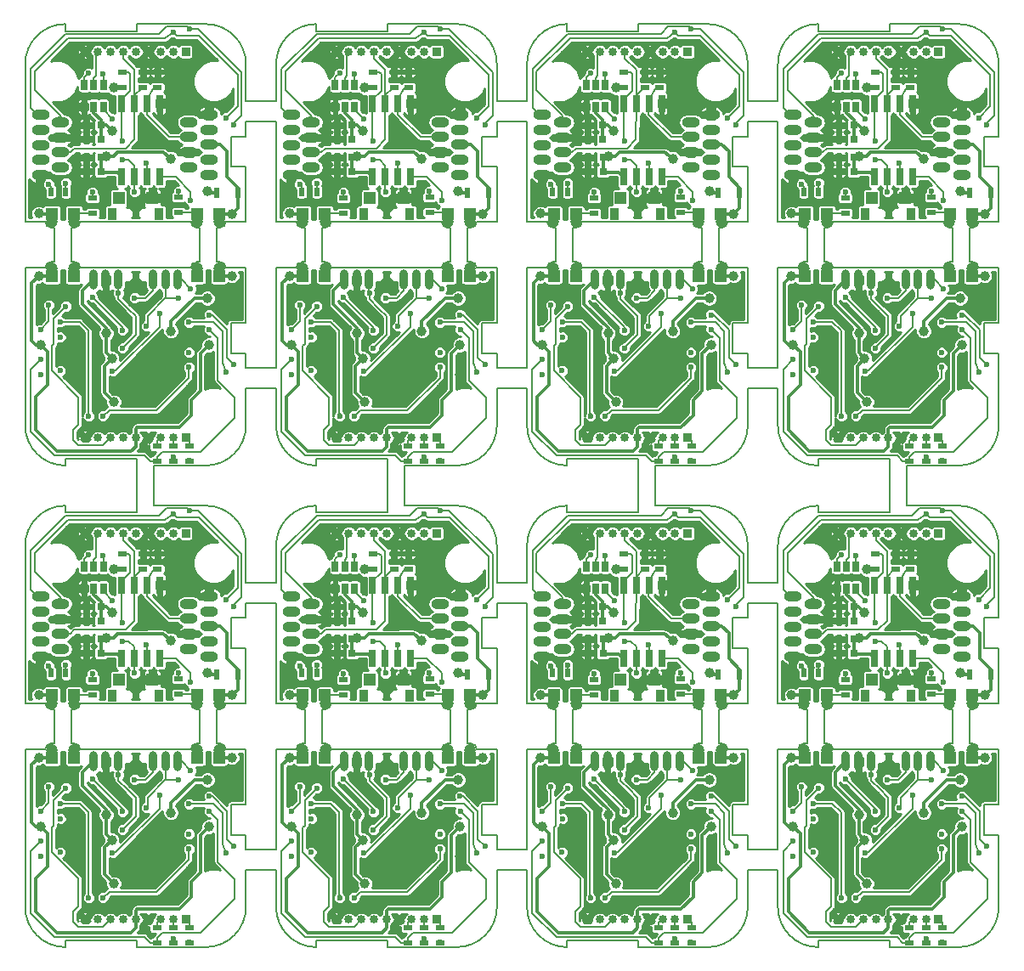
<source format=gbr>
%TF.GenerationSoftware,KiCad,Pcbnew,4.0.7*%
%TF.CreationDate,2018-06-19T18:29:04+03:00*%
%TF.ProjectId,TinyDiversityRX5808_panelized,54696E79446976657273697479525835,rev?*%
%TF.FileFunction,Copper,L2,Bot,Signal*%
%FSLAX46Y46*%
G04 Gerber Fmt 4.6, Leading zero omitted, Abs format (unit mm)*
G04 Created by KiCad (PCBNEW 4.0.7) date 06/19/18 18:29:04*
%MOMM*%
%LPD*%
G01*
G04 APERTURE LIST*
%ADD10C,0.100000*%
%ADD11C,0.150000*%
%ADD12O,0.800000X2.000000*%
%ADD13R,1.200000X1.200000*%
%ADD14R,0.900000X0.500000*%
%ADD15R,0.850000X0.850000*%
%ADD16C,0.850000*%
%ADD17C,1.200000*%
%ADD18R,0.650000X1.700000*%
%ADD19O,1.800000X1.000000*%
%ADD20R,0.650000X1.060000*%
%ADD21R,0.500000X0.900000*%
%ADD22R,0.800000X0.750000*%
%ADD23R,1.150000X1.300000*%
%ADD24R,0.900000X1.200000*%
%ADD25R,0.600000X1.000000*%
%ADD26C,1.000000*%
%ADD27C,0.600000*%
%ADD28C,0.300000*%
%ADD29C,0.200000*%
%ADD30C,0.250000*%
G04 APERTURE END LIST*
D10*
D11*
X214900000Y-63750000D02*
X214900000Y-67750000D01*
X216600000Y-67750000D02*
X221800000Y-67750000D01*
X216600000Y-63750000D02*
X216600000Y-67750000D01*
X221800000Y-63750000D02*
X216600000Y-63750000D01*
X191600000Y-63750000D02*
X191600000Y-67750000D01*
X196800000Y-63750000D02*
X191600000Y-63750000D01*
X189900000Y-63750000D02*
X189900000Y-67750000D01*
X191600000Y-67750000D02*
X196800000Y-67750000D01*
X166600000Y-67750000D02*
X171800000Y-67750000D01*
X171800000Y-63750000D02*
X166600000Y-63750000D01*
X164900000Y-63750000D02*
X164900000Y-67750000D01*
X166600000Y-63750000D02*
X166600000Y-67750000D01*
X141600000Y-67750000D02*
X146800000Y-67750000D01*
X141600000Y-63750000D02*
X146800000Y-63750000D01*
X141600000Y-63750000D02*
X141600000Y-67750000D01*
X139900000Y-63750000D02*
X139900000Y-67750000D01*
X134300000Y-63050000D02*
X137300000Y-63050000D01*
X150800000Y-52550000D02*
X149300000Y-52550000D01*
X149300000Y-52550000D02*
X149300000Y-49550000D01*
X149300000Y-49550000D02*
X150800000Y-49550000D01*
X150800000Y-49550000D02*
X150800000Y-44050000D01*
X139900000Y-63750000D02*
X139900000Y-63050000D01*
X139900000Y-63050000D02*
X137300000Y-63050000D01*
X146800000Y-63750000D02*
G75*
G03X150800000Y-59750000I0J4000000D01*
G01*
X128800000Y-59750000D02*
G75*
G03X132800000Y-63750000I4000000J0D01*
G01*
X128800000Y-59750000D02*
X128800000Y-44050000D01*
X132800000Y-63750000D02*
X132800000Y-63050000D01*
X132800000Y-63050000D02*
X134300000Y-63050000D01*
X131400000Y-43450000D02*
G75*
G03X130800000Y-44050000I0J-600000D01*
G01*
X134300000Y-44050000D02*
G75*
G03X133700000Y-43450000I-600000J0D01*
G01*
X145900000Y-43450000D02*
G75*
G03X145300000Y-44050000I0J-600000D01*
G01*
X148800000Y-44050000D02*
G75*
G03X148200000Y-43450000I-600000J0D01*
G01*
X130800000Y-44050000D02*
X128800000Y-44050000D01*
X148800000Y-44050000D02*
X150800000Y-44050000D01*
X173800000Y-44050000D02*
X175800000Y-44050000D01*
X155800000Y-44050000D02*
X153800000Y-44050000D01*
X173800000Y-44050000D02*
G75*
G03X173200000Y-43450000I-600000J0D01*
G01*
X170900000Y-43450000D02*
G75*
G03X170300000Y-44050000I0J-600000D01*
G01*
X159300000Y-44050000D02*
G75*
G03X158700000Y-43450000I-600000J0D01*
G01*
X156400000Y-43450000D02*
G75*
G03X155800000Y-44050000I0J-600000D01*
G01*
X157800000Y-63050000D02*
X159300000Y-63050000D01*
X157800000Y-63750000D02*
X157800000Y-63050000D01*
X153800000Y-59750000D02*
G75*
G03X157800000Y-63750000I4000000J0D01*
G01*
X171800000Y-63750000D02*
G75*
G03X175800000Y-59750000I0J4000000D01*
G01*
X164900000Y-63050000D02*
X162300000Y-63050000D01*
X164900000Y-63750000D02*
X164900000Y-63050000D01*
X175800000Y-49550000D02*
X175800000Y-44050000D01*
X174300000Y-49550000D02*
X175800000Y-49550000D01*
X174300000Y-52550000D02*
X174300000Y-49550000D01*
X175800000Y-52550000D02*
X174300000Y-52550000D01*
X159300000Y-63050000D02*
X162300000Y-63050000D01*
X184300000Y-63050000D02*
X187300000Y-63050000D01*
X200800000Y-52550000D02*
X199300000Y-52550000D01*
X199300000Y-52550000D02*
X199300000Y-49550000D01*
X199300000Y-49550000D02*
X200800000Y-49550000D01*
X200800000Y-49550000D02*
X200800000Y-44050000D01*
X189900000Y-63750000D02*
X189900000Y-63050000D01*
X189900000Y-63050000D02*
X187300000Y-63050000D01*
X196800000Y-63750000D02*
G75*
G03X200800000Y-59750000I0J4000000D01*
G01*
X178800000Y-59750000D02*
G75*
G03X182800000Y-63750000I4000000J0D01*
G01*
X182800000Y-63750000D02*
X182800000Y-63050000D01*
X182800000Y-63050000D02*
X184300000Y-63050000D01*
X181400000Y-43450000D02*
G75*
G03X180800000Y-44050000I0J-600000D01*
G01*
X184300000Y-44050000D02*
G75*
G03X183700000Y-43450000I-600000J0D01*
G01*
X195900000Y-43450000D02*
G75*
G03X195300000Y-44050000I0J-600000D01*
G01*
X198800000Y-44050000D02*
G75*
G03X198200000Y-43450000I-600000J0D01*
G01*
X180800000Y-44050000D02*
X178800000Y-44050000D01*
X184300000Y-44050000D02*
X195300000Y-44050000D01*
X198800000Y-44050000D02*
X200800000Y-44050000D01*
X223800000Y-44050000D02*
X225800000Y-44050000D01*
X209300000Y-44050000D02*
X220300000Y-44050000D01*
X205800000Y-44050000D02*
X203800000Y-44050000D01*
X223800000Y-44050000D02*
G75*
G03X223200000Y-43450000I-600000J0D01*
G01*
X220900000Y-43450000D02*
G75*
G03X220300000Y-44050000I0J-600000D01*
G01*
X209300000Y-44050000D02*
G75*
G03X208700000Y-43450000I-600000J0D01*
G01*
X206400000Y-43450000D02*
G75*
G03X205800000Y-44050000I0J-600000D01*
G01*
X207800000Y-63050000D02*
X209300000Y-63050000D01*
X207800000Y-63750000D02*
X207800000Y-63050000D01*
X203800000Y-59750000D02*
G75*
G03X207800000Y-63750000I4000000J0D01*
G01*
X225800000Y-59750000D02*
X225800000Y-52550000D01*
X221800000Y-63750000D02*
G75*
G03X225800000Y-59750000I0J4000000D01*
G01*
X214900000Y-63050000D02*
X212300000Y-63050000D01*
X214900000Y-63750000D02*
X214900000Y-63050000D01*
X225800000Y-49550000D02*
X225800000Y-44050000D01*
X224300000Y-49550000D02*
X225800000Y-49550000D01*
X224300000Y-52550000D02*
X224300000Y-49550000D01*
X225800000Y-52550000D02*
X224300000Y-52550000D01*
X209300000Y-63050000D02*
X212300000Y-63050000D01*
X150800000Y-54050000D02*
X153800000Y-54050000D01*
X150800000Y-56050000D02*
X153800000Y-56050000D01*
X150800000Y-52550000D02*
X150800000Y-54050000D01*
X150800000Y-56050000D02*
X150800000Y-59750000D01*
X153800000Y-54050000D02*
X153800000Y-44050000D01*
X153800000Y-59750000D02*
X153800000Y-56050000D01*
X175800000Y-54050000D02*
X178800000Y-54050000D01*
X175800000Y-56050000D02*
X178800000Y-56050000D01*
X175800000Y-52550000D02*
X175800000Y-54050000D01*
X175800000Y-56050000D02*
X175800000Y-59750000D01*
X178800000Y-59750000D02*
X178800000Y-56050000D01*
X178800000Y-54050000D02*
X178800000Y-44050000D01*
X200800000Y-54050000D02*
X203800000Y-54050000D01*
X200800000Y-56050000D02*
X203800000Y-56050000D01*
X203800000Y-44050000D02*
X203800000Y-54050000D01*
X200800000Y-52550000D02*
X200800000Y-54050000D01*
X200800000Y-56050000D02*
X200800000Y-59750000D01*
X203800000Y-56050000D02*
X203800000Y-59750000D01*
X203800000Y-27450000D02*
X203800000Y-23750000D01*
X200800000Y-27450000D02*
X200800000Y-23750000D01*
X200800000Y-30950000D02*
X200800000Y-29450000D01*
X203800000Y-39450000D02*
X203800000Y-29450000D01*
X200800000Y-27450000D02*
X203800000Y-27450000D01*
X200800000Y-29450000D02*
X203800000Y-29450000D01*
X178800000Y-29450000D02*
X178800000Y-39450000D01*
X178800000Y-23750000D02*
X178800000Y-27450000D01*
X175800000Y-27450000D02*
X175800000Y-23750000D01*
X175800000Y-30950000D02*
X175800000Y-29450000D01*
X175800000Y-27450000D02*
X178800000Y-27450000D01*
X175800000Y-29450000D02*
X178800000Y-29450000D01*
X153800000Y-23750000D02*
X153800000Y-27450000D01*
X153800000Y-29450000D02*
X153800000Y-39450000D01*
X150800000Y-27450000D02*
X150800000Y-23750000D01*
X150800000Y-30950000D02*
X150800000Y-29450000D01*
X150800000Y-27450000D02*
X153800000Y-27450000D01*
X150800000Y-29450000D02*
X153800000Y-29450000D01*
X209300000Y-20450000D02*
X212300000Y-20450000D01*
X225800000Y-30950000D02*
X224300000Y-30950000D01*
X224300000Y-30950000D02*
X224300000Y-33950000D01*
X224300000Y-33950000D02*
X225800000Y-33950000D01*
X225800000Y-33950000D02*
X225800000Y-39450000D01*
X214900000Y-19750000D02*
X214900000Y-20450000D01*
X214900000Y-20450000D02*
X212300000Y-20450000D01*
X221800000Y-19750000D02*
G75*
G02X225800000Y-23750000I0J-4000000D01*
G01*
X225800000Y-23750000D02*
X225800000Y-30950000D01*
X221800000Y-19750000D02*
X214900000Y-19750000D01*
X203800000Y-23750000D02*
G75*
G02X207800000Y-19750000I4000000J0D01*
G01*
X207800000Y-19750000D02*
X207800000Y-20450000D01*
X207800000Y-20450000D02*
X209300000Y-20450000D01*
X206400000Y-40050000D02*
G75*
G02X205800000Y-39450000I0J600000D01*
G01*
X209300000Y-39450000D02*
G75*
G02X208700000Y-40050000I-600000J0D01*
G01*
X220900000Y-40050000D02*
G75*
G02X220300000Y-39450000I0J600000D01*
G01*
X223800000Y-39450000D02*
G75*
G02X223200000Y-40050000I-600000J0D01*
G01*
X205800000Y-39450000D02*
X203800000Y-39450000D01*
X209300000Y-39450000D02*
X220300000Y-39450000D01*
X223800000Y-39450000D02*
X225800000Y-39450000D01*
X198800000Y-39450000D02*
X200800000Y-39450000D01*
X184300000Y-39450000D02*
X195300000Y-39450000D01*
X180800000Y-39450000D02*
X178800000Y-39450000D01*
X198800000Y-39450000D02*
G75*
G02X198200000Y-40050000I-600000J0D01*
G01*
X195900000Y-40050000D02*
G75*
G02X195300000Y-39450000I0J600000D01*
G01*
X184300000Y-39450000D02*
G75*
G02X183700000Y-40050000I-600000J0D01*
G01*
X181400000Y-40050000D02*
G75*
G02X180800000Y-39450000I0J600000D01*
G01*
X182800000Y-20450000D02*
X184300000Y-20450000D01*
X182800000Y-19750000D02*
X182800000Y-20450000D01*
X178800000Y-23750000D02*
G75*
G02X182800000Y-19750000I4000000J0D01*
G01*
X196800000Y-19750000D02*
X189900000Y-19750000D01*
X196800000Y-19750000D02*
G75*
G02X200800000Y-23750000I0J-4000000D01*
G01*
X189900000Y-20450000D02*
X187300000Y-20450000D01*
X189900000Y-19750000D02*
X189900000Y-20450000D01*
X200800000Y-33950000D02*
X200800000Y-39450000D01*
X199300000Y-33950000D02*
X200800000Y-33950000D01*
X199300000Y-30950000D02*
X199300000Y-33950000D01*
X200800000Y-30950000D02*
X199300000Y-30950000D01*
X184300000Y-20450000D02*
X187300000Y-20450000D01*
X159300000Y-20450000D02*
X162300000Y-20450000D01*
X175800000Y-30950000D02*
X174300000Y-30950000D01*
X174300000Y-30950000D02*
X174300000Y-33950000D01*
X174300000Y-33950000D02*
X175800000Y-33950000D01*
X175800000Y-33950000D02*
X175800000Y-39450000D01*
X164900000Y-19750000D02*
X164900000Y-20450000D01*
X164900000Y-20450000D02*
X162300000Y-20450000D01*
X171800000Y-19750000D02*
G75*
G02X175800000Y-23750000I0J-4000000D01*
G01*
X153800000Y-23750000D02*
G75*
G02X157800000Y-19750000I4000000J0D01*
G01*
X157800000Y-19750000D02*
X157800000Y-20450000D01*
X157800000Y-20450000D02*
X159300000Y-20450000D01*
X156400000Y-40050000D02*
G75*
G02X155800000Y-39450000I0J600000D01*
G01*
X159300000Y-39450000D02*
G75*
G02X158700000Y-40050000I-600000J0D01*
G01*
X170900000Y-40050000D02*
G75*
G02X170300000Y-39450000I0J600000D01*
G01*
X173800000Y-39450000D02*
G75*
G02X173200000Y-40050000I-600000J0D01*
G01*
X155800000Y-39450000D02*
X153800000Y-39450000D01*
X159300000Y-39450000D02*
X170300000Y-39450000D01*
X173800000Y-39450000D02*
X175800000Y-39450000D01*
X148800000Y-39450000D02*
X150800000Y-39450000D01*
X134300000Y-39450000D02*
X145300000Y-39450000D01*
X130800000Y-39450000D02*
X128800000Y-39450000D01*
X148800000Y-39450000D02*
G75*
G02X148200000Y-40050000I-600000J0D01*
G01*
X145900000Y-40050000D02*
G75*
G02X145300000Y-39450000I0J600000D01*
G01*
X134300000Y-39450000D02*
G75*
G02X133700000Y-40050000I-600000J0D01*
G01*
X131400000Y-40050000D02*
G75*
G02X130800000Y-39450000I0J600000D01*
G01*
X132800000Y-20450000D02*
X134300000Y-20450000D01*
X132800000Y-19750000D02*
X132800000Y-20450000D01*
X128800000Y-23750000D02*
X128800000Y-39450000D01*
X128800000Y-23750000D02*
G75*
G02X132800000Y-19750000I4000000J0D01*
G01*
X146800000Y-19750000D02*
G75*
G02X150800000Y-23750000I0J-4000000D01*
G01*
X139900000Y-20450000D02*
X137300000Y-20450000D01*
X139900000Y-19750000D02*
X139900000Y-20450000D01*
X150800000Y-33950000D02*
X150800000Y-39450000D01*
X149300000Y-33950000D02*
X150800000Y-33950000D01*
X149300000Y-30950000D02*
X149300000Y-33950000D01*
X150800000Y-30950000D02*
X149300000Y-30950000D01*
X134300000Y-20450000D02*
X137300000Y-20450000D01*
X159300000Y-44050000D02*
X170300000Y-44050000D01*
X171800000Y-19750000D02*
X164900000Y-19750000D01*
X134300000Y-44050000D02*
X145300000Y-44050000D01*
X146800000Y-19750000D02*
X139900000Y-19750000D01*
X156400000Y-43450000D02*
X156700000Y-43450000D01*
X156700000Y-43450000D02*
X156700000Y-40050000D01*
X156700000Y-40050000D02*
X156400000Y-40050000D01*
X158700000Y-43450000D02*
X158400000Y-43450000D01*
X158400000Y-43450000D02*
X158400000Y-40050000D01*
X158400000Y-40050000D02*
X158700000Y-40050000D01*
X171200000Y-43450000D02*
X171200000Y-40050000D01*
X172900000Y-40050000D02*
X172900000Y-43450000D01*
X173200000Y-43450000D02*
X172900000Y-43450000D01*
X171200000Y-43450000D02*
X170900000Y-43450000D01*
X170900000Y-40050000D02*
X171200000Y-40050000D01*
X172900000Y-40050000D02*
X173200000Y-40050000D01*
X147900000Y-40050000D02*
X148200000Y-40050000D01*
X145900000Y-40050000D02*
X146200000Y-40050000D01*
X146200000Y-43450000D02*
X145900000Y-43450000D01*
X148200000Y-43450000D02*
X147900000Y-43450000D01*
X147900000Y-40050000D02*
X147900000Y-43450000D01*
X146200000Y-43450000D02*
X146200000Y-40050000D01*
X133400000Y-40050000D02*
X133700000Y-40050000D01*
X133400000Y-43450000D02*
X133400000Y-40050000D01*
X133700000Y-43450000D02*
X133400000Y-43450000D01*
X131700000Y-40050000D02*
X131400000Y-40050000D01*
X131700000Y-43450000D02*
X131700000Y-40050000D01*
X131400000Y-43450000D02*
X131700000Y-43450000D01*
X197900000Y-40050000D02*
X198200000Y-40050000D01*
X195900000Y-40050000D02*
X196200000Y-40050000D01*
X196200000Y-43450000D02*
X195900000Y-43450000D01*
X198200000Y-43450000D02*
X197900000Y-43450000D01*
X197900000Y-40050000D02*
X197900000Y-43450000D01*
X196200000Y-43450000D02*
X196200000Y-40050000D01*
X183400000Y-40050000D02*
X183700000Y-40050000D01*
X183400000Y-43450000D02*
X183400000Y-40050000D01*
X183700000Y-43450000D02*
X183400000Y-43450000D01*
X181700000Y-40050000D02*
X181400000Y-40050000D01*
X181700000Y-43450000D02*
X181700000Y-40050000D01*
X181400000Y-43450000D02*
X181700000Y-43450000D01*
X206400000Y-43450000D02*
X206700000Y-43450000D01*
X206700000Y-43450000D02*
X206700000Y-40050000D01*
X206700000Y-40050000D02*
X206400000Y-40050000D01*
X208700000Y-43450000D02*
X208400000Y-43450000D01*
X208400000Y-43450000D02*
X208400000Y-40050000D01*
X208400000Y-40050000D02*
X208700000Y-40050000D01*
X221200000Y-43450000D02*
X221200000Y-40050000D01*
X222900000Y-40050000D02*
X222900000Y-43450000D01*
X223200000Y-43450000D02*
X222900000Y-43450000D01*
X221200000Y-43450000D02*
X220900000Y-43450000D01*
X220900000Y-40050000D02*
X221200000Y-40050000D01*
X222900000Y-40050000D02*
X223200000Y-40050000D01*
X222900000Y-88050000D02*
X223200000Y-88050000D01*
X220900000Y-88050000D02*
X221200000Y-88050000D01*
X221200000Y-91450000D02*
X220900000Y-91450000D01*
X223200000Y-91450000D02*
X222900000Y-91450000D01*
X222900000Y-88050000D02*
X222900000Y-91450000D01*
X221200000Y-91450000D02*
X221200000Y-88050000D01*
X208400000Y-88050000D02*
X208700000Y-88050000D01*
X208400000Y-91450000D02*
X208400000Y-88050000D01*
X208700000Y-91450000D02*
X208400000Y-91450000D01*
X206700000Y-88050000D02*
X206400000Y-88050000D01*
X206700000Y-91450000D02*
X206700000Y-88050000D01*
X206400000Y-91450000D02*
X206700000Y-91450000D01*
X181400000Y-91450000D02*
X181700000Y-91450000D01*
X181700000Y-91450000D02*
X181700000Y-88050000D01*
X181700000Y-88050000D02*
X181400000Y-88050000D01*
X183700000Y-91450000D02*
X183400000Y-91450000D01*
X183400000Y-91450000D02*
X183400000Y-88050000D01*
X183400000Y-88050000D02*
X183700000Y-88050000D01*
X196200000Y-91450000D02*
X196200000Y-88050000D01*
X197900000Y-88050000D02*
X197900000Y-91450000D01*
X198200000Y-91450000D02*
X197900000Y-91450000D01*
X196200000Y-91450000D02*
X195900000Y-91450000D01*
X195900000Y-88050000D02*
X196200000Y-88050000D01*
X197900000Y-88050000D02*
X198200000Y-88050000D01*
X131400000Y-91450000D02*
X131700000Y-91450000D01*
X131700000Y-91450000D02*
X131700000Y-88050000D01*
X131700000Y-88050000D02*
X131400000Y-88050000D01*
X133700000Y-91450000D02*
X133400000Y-91450000D01*
X133400000Y-91450000D02*
X133400000Y-88050000D01*
X133400000Y-88050000D02*
X133700000Y-88050000D01*
X146200000Y-91450000D02*
X146200000Y-88050000D01*
X147900000Y-88050000D02*
X147900000Y-91450000D01*
X148200000Y-91450000D02*
X147900000Y-91450000D01*
X146200000Y-91450000D02*
X145900000Y-91450000D01*
X145900000Y-88050000D02*
X146200000Y-88050000D01*
X147900000Y-88050000D02*
X148200000Y-88050000D01*
X172900000Y-88050000D02*
X173200000Y-88050000D01*
X170900000Y-88050000D02*
X171200000Y-88050000D01*
X171200000Y-91450000D02*
X170900000Y-91450000D01*
X173200000Y-91450000D02*
X172900000Y-91450000D01*
X172900000Y-88050000D02*
X172900000Y-91450000D01*
X171200000Y-91450000D02*
X171200000Y-88050000D01*
X158400000Y-88050000D02*
X158700000Y-88050000D01*
X158400000Y-91450000D02*
X158400000Y-88050000D01*
X158700000Y-91450000D02*
X158400000Y-91450000D01*
X156700000Y-88050000D02*
X156400000Y-88050000D01*
X156700000Y-91450000D02*
X156700000Y-88050000D01*
X156400000Y-91450000D02*
X156700000Y-91450000D01*
X134300000Y-92050000D02*
X145300000Y-92050000D01*
X159300000Y-92050000D02*
X170300000Y-92050000D01*
X134300000Y-68450000D02*
X137300000Y-68450000D01*
X150800000Y-78950000D02*
X149300000Y-78950000D01*
X149300000Y-78950000D02*
X149300000Y-81950000D01*
X149300000Y-81950000D02*
X150800000Y-81950000D01*
X150800000Y-81950000D02*
X150800000Y-87450000D01*
X139900000Y-67750000D02*
X139900000Y-68450000D01*
X139900000Y-68450000D02*
X137300000Y-68450000D01*
X146800000Y-67750000D02*
G75*
G02X150800000Y-71750000I0J-4000000D01*
G01*
X128800000Y-71750000D02*
G75*
G02X132800000Y-67750000I4000000J0D01*
G01*
X128800000Y-71750000D02*
X128800000Y-87450000D01*
X132800000Y-67750000D02*
X132800000Y-68450000D01*
X132800000Y-68450000D02*
X134300000Y-68450000D01*
X131400000Y-88050000D02*
G75*
G02X130800000Y-87450000I0J600000D01*
G01*
X134300000Y-87450000D02*
G75*
G02X133700000Y-88050000I-600000J0D01*
G01*
X145900000Y-88050000D02*
G75*
G02X145300000Y-87450000I0J600000D01*
G01*
X148800000Y-87450000D02*
G75*
G02X148200000Y-88050000I-600000J0D01*
G01*
X130800000Y-87450000D02*
X128800000Y-87450000D01*
X134300000Y-87450000D02*
X145300000Y-87450000D01*
X148800000Y-87450000D02*
X150800000Y-87450000D01*
X173800000Y-87450000D02*
X175800000Y-87450000D01*
X159300000Y-87450000D02*
X170300000Y-87450000D01*
X155800000Y-87450000D02*
X153800000Y-87450000D01*
X173800000Y-87450000D02*
G75*
G02X173200000Y-88050000I-600000J0D01*
G01*
X170900000Y-88050000D02*
G75*
G02X170300000Y-87450000I0J600000D01*
G01*
X159300000Y-87450000D02*
G75*
G02X158700000Y-88050000I-600000J0D01*
G01*
X156400000Y-88050000D02*
G75*
G02X155800000Y-87450000I0J600000D01*
G01*
X157800000Y-68450000D02*
X159300000Y-68450000D01*
X157800000Y-67750000D02*
X157800000Y-68450000D01*
X153800000Y-71750000D02*
G75*
G02X157800000Y-67750000I4000000J0D01*
G01*
X171800000Y-67750000D02*
G75*
G02X175800000Y-71750000I0J-4000000D01*
G01*
X164900000Y-68450000D02*
X162300000Y-68450000D01*
X164900000Y-67750000D02*
X164900000Y-68450000D01*
X175800000Y-81950000D02*
X175800000Y-87450000D01*
X174300000Y-81950000D02*
X175800000Y-81950000D01*
X174300000Y-78950000D02*
X174300000Y-81950000D01*
X175800000Y-78950000D02*
X174300000Y-78950000D01*
X159300000Y-68450000D02*
X162300000Y-68450000D01*
X184300000Y-68450000D02*
X187300000Y-68450000D01*
X200800000Y-78950000D02*
X199300000Y-78950000D01*
X199300000Y-78950000D02*
X199300000Y-81950000D01*
X199300000Y-81950000D02*
X200800000Y-81950000D01*
X200800000Y-81950000D02*
X200800000Y-87450000D01*
X189900000Y-67750000D02*
X189900000Y-68450000D01*
X189900000Y-68450000D02*
X187300000Y-68450000D01*
X196800000Y-67750000D02*
G75*
G02X200800000Y-71750000I0J-4000000D01*
G01*
X178800000Y-71750000D02*
G75*
G02X182800000Y-67750000I4000000J0D01*
G01*
X182800000Y-67750000D02*
X182800000Y-68450000D01*
X182800000Y-68450000D02*
X184300000Y-68450000D01*
X181400000Y-88050000D02*
G75*
G02X180800000Y-87450000I0J600000D01*
G01*
X184300000Y-87450000D02*
G75*
G02X183700000Y-88050000I-600000J0D01*
G01*
X195900000Y-88050000D02*
G75*
G02X195300000Y-87450000I0J600000D01*
G01*
X198800000Y-87450000D02*
G75*
G02X198200000Y-88050000I-600000J0D01*
G01*
X180800000Y-87450000D02*
X178800000Y-87450000D01*
X184300000Y-87450000D02*
X195300000Y-87450000D01*
X198800000Y-87450000D02*
X200800000Y-87450000D01*
X223800000Y-87450000D02*
X225800000Y-87450000D01*
X209300000Y-87450000D02*
X220300000Y-87450000D01*
X205800000Y-87450000D02*
X203800000Y-87450000D01*
X223800000Y-87450000D02*
G75*
G02X223200000Y-88050000I-600000J0D01*
G01*
X220900000Y-88050000D02*
G75*
G02X220300000Y-87450000I0J600000D01*
G01*
X209300000Y-87450000D02*
G75*
G02X208700000Y-88050000I-600000J0D01*
G01*
X206400000Y-88050000D02*
G75*
G02X205800000Y-87450000I0J600000D01*
G01*
X207800000Y-68450000D02*
X209300000Y-68450000D01*
X207800000Y-67750000D02*
X207800000Y-68450000D01*
X203800000Y-71750000D02*
G75*
G02X207800000Y-67750000I4000000J0D01*
G01*
X225800000Y-71750000D02*
X225800000Y-78950000D01*
X221800000Y-67750000D02*
G75*
G02X225800000Y-71750000I0J-4000000D01*
G01*
X214900000Y-68450000D02*
X212300000Y-68450000D01*
X214900000Y-67750000D02*
X214900000Y-68450000D01*
X225800000Y-81950000D02*
X225800000Y-87450000D01*
X224300000Y-81950000D02*
X225800000Y-81950000D01*
X224300000Y-78950000D02*
X224300000Y-81950000D01*
X225800000Y-78950000D02*
X224300000Y-78950000D01*
X209300000Y-68450000D02*
X212300000Y-68450000D01*
X150800000Y-77450000D02*
X153800000Y-77450000D01*
X150800000Y-75450000D02*
X153800000Y-75450000D01*
X150800000Y-78950000D02*
X150800000Y-77450000D01*
X150800000Y-75450000D02*
X150800000Y-71750000D01*
X153800000Y-77450000D02*
X153800000Y-87450000D01*
X153800000Y-71750000D02*
X153800000Y-75450000D01*
X175800000Y-77450000D02*
X178800000Y-77450000D01*
X175800000Y-75450000D02*
X178800000Y-75450000D01*
X175800000Y-78950000D02*
X175800000Y-77450000D01*
X175800000Y-75450000D02*
X175800000Y-71750000D01*
X178800000Y-71750000D02*
X178800000Y-75450000D01*
X178800000Y-77450000D02*
X178800000Y-87450000D01*
X200800000Y-77450000D02*
X203800000Y-77450000D01*
X200800000Y-75450000D02*
X203800000Y-75450000D01*
X203800000Y-87450000D02*
X203800000Y-77450000D01*
X200800000Y-78950000D02*
X200800000Y-77450000D01*
X200800000Y-75450000D02*
X200800000Y-71750000D01*
X203800000Y-75450000D02*
X203800000Y-71750000D01*
X203800000Y-104050000D02*
X203800000Y-107750000D01*
X200800000Y-104050000D02*
X200800000Y-107750000D01*
X200800000Y-100550000D02*
X200800000Y-102050000D01*
X203800000Y-92050000D02*
X203800000Y-102050000D01*
X200800000Y-104050000D02*
X203800000Y-104050000D01*
X200800000Y-102050000D02*
X203800000Y-102050000D01*
X178800000Y-102050000D02*
X178800000Y-92050000D01*
X178800000Y-107750000D02*
X178800000Y-104050000D01*
X175800000Y-104050000D02*
X175800000Y-107750000D01*
X175800000Y-100550000D02*
X175800000Y-102050000D01*
X175800000Y-104050000D02*
X178800000Y-104050000D01*
X175800000Y-102050000D02*
X178800000Y-102050000D01*
X153800000Y-107750000D02*
X153800000Y-104050000D01*
X153800000Y-102050000D02*
X153800000Y-92050000D01*
X150800000Y-104050000D02*
X150800000Y-107750000D01*
X150800000Y-100550000D02*
X150800000Y-102050000D01*
X150800000Y-104050000D02*
X153800000Y-104050000D01*
X150800000Y-102050000D02*
X153800000Y-102050000D01*
X209300000Y-111050000D02*
X212300000Y-111050000D01*
X225800000Y-100550000D02*
X224300000Y-100550000D01*
X224300000Y-100550000D02*
X224300000Y-97550000D01*
X224300000Y-97550000D02*
X225800000Y-97550000D01*
X225800000Y-97550000D02*
X225800000Y-92050000D01*
X214900000Y-111750000D02*
X214900000Y-111050000D01*
X214900000Y-111050000D02*
X212300000Y-111050000D01*
X221800000Y-111750000D02*
G75*
G03X225800000Y-107750000I0J4000000D01*
G01*
X225800000Y-107750000D02*
X225800000Y-100550000D01*
X221800000Y-111750000D02*
X214900000Y-111750000D01*
X203800000Y-107750000D02*
G75*
G03X207800000Y-111750000I4000000J0D01*
G01*
X207800000Y-111750000D02*
X207800000Y-111050000D01*
X207800000Y-111050000D02*
X209300000Y-111050000D01*
X206400000Y-91450000D02*
G75*
G03X205800000Y-92050000I0J-600000D01*
G01*
X209300000Y-92050000D02*
G75*
G03X208700000Y-91450000I-600000J0D01*
G01*
X220900000Y-91450000D02*
G75*
G03X220300000Y-92050000I0J-600000D01*
G01*
X223800000Y-92050000D02*
G75*
G03X223200000Y-91450000I-600000J0D01*
G01*
X205800000Y-92050000D02*
X203800000Y-92050000D01*
X209300000Y-92050000D02*
X220300000Y-92050000D01*
X223800000Y-92050000D02*
X225800000Y-92050000D01*
X198800000Y-92050000D02*
X200800000Y-92050000D01*
X184300000Y-92050000D02*
X195300000Y-92050000D01*
X180800000Y-92050000D02*
X178800000Y-92050000D01*
X198800000Y-92050000D02*
G75*
G03X198200000Y-91450000I-600000J0D01*
G01*
X195900000Y-91450000D02*
G75*
G03X195300000Y-92050000I0J-600000D01*
G01*
X184300000Y-92050000D02*
G75*
G03X183700000Y-91450000I-600000J0D01*
G01*
X181400000Y-91450000D02*
G75*
G03X180800000Y-92050000I0J-600000D01*
G01*
X182800000Y-111050000D02*
X184300000Y-111050000D01*
X182800000Y-111750000D02*
X182800000Y-111050000D01*
X178800000Y-107750000D02*
G75*
G03X182800000Y-111750000I4000000J0D01*
G01*
X196800000Y-111750000D02*
X189900000Y-111750000D01*
X196800000Y-111750000D02*
G75*
G03X200800000Y-107750000I0J4000000D01*
G01*
X189900000Y-111050000D02*
X187300000Y-111050000D01*
X189900000Y-111750000D02*
X189900000Y-111050000D01*
X200800000Y-97550000D02*
X200800000Y-92050000D01*
X199300000Y-97550000D02*
X200800000Y-97550000D01*
X199300000Y-100550000D02*
X199300000Y-97550000D01*
X200800000Y-100550000D02*
X199300000Y-100550000D01*
X184300000Y-111050000D02*
X187300000Y-111050000D01*
X159300000Y-111050000D02*
X162300000Y-111050000D01*
X175800000Y-100550000D02*
X174300000Y-100550000D01*
X174300000Y-100550000D02*
X174300000Y-97550000D01*
X174300000Y-97550000D02*
X175800000Y-97550000D01*
X175800000Y-97550000D02*
X175800000Y-92050000D01*
X164900000Y-111750000D02*
X164900000Y-111050000D01*
X164900000Y-111050000D02*
X162300000Y-111050000D01*
X171800000Y-111750000D02*
G75*
G03X175800000Y-107750000I0J4000000D01*
G01*
X171800000Y-111750000D02*
X164900000Y-111750000D01*
X153800000Y-107750000D02*
G75*
G03X157800000Y-111750000I4000000J0D01*
G01*
X157800000Y-111750000D02*
X157800000Y-111050000D01*
X157800000Y-111050000D02*
X159300000Y-111050000D01*
X156400000Y-91450000D02*
G75*
G03X155800000Y-92050000I0J-600000D01*
G01*
X159300000Y-92050000D02*
G75*
G03X158700000Y-91450000I-600000J0D01*
G01*
X170900000Y-91450000D02*
G75*
G03X170300000Y-92050000I0J-600000D01*
G01*
X173800000Y-92050000D02*
G75*
G03X173200000Y-91450000I-600000J0D01*
G01*
X155800000Y-92050000D02*
X153800000Y-92050000D01*
X173800000Y-92050000D02*
X175800000Y-92050000D01*
X148800000Y-92050000D02*
X150800000Y-92050000D01*
X130800000Y-92050000D02*
X128800000Y-92050000D01*
X148800000Y-92050000D02*
G75*
G03X148200000Y-91450000I-600000J0D01*
G01*
X145900000Y-91450000D02*
G75*
G03X145300000Y-92050000I0J-600000D01*
G01*
X134300000Y-92050000D02*
G75*
G03X133700000Y-91450000I-600000J0D01*
G01*
X131400000Y-91450000D02*
G75*
G03X130800000Y-92050000I0J-600000D01*
G01*
X132800000Y-111050000D02*
X134300000Y-111050000D01*
X132800000Y-111750000D02*
X132800000Y-111050000D01*
X128800000Y-107750000D02*
X128800000Y-92050000D01*
X128800000Y-107750000D02*
G75*
G03X132800000Y-111750000I4000000J0D01*
G01*
X146800000Y-111750000D02*
X139900000Y-111750000D01*
X146800000Y-111750000D02*
G75*
G03X150800000Y-107750000I0J4000000D01*
G01*
X139900000Y-111050000D02*
X137300000Y-111050000D01*
X139900000Y-111750000D02*
X139900000Y-111050000D01*
X150800000Y-97550000D02*
X150800000Y-92050000D01*
X149300000Y-97550000D02*
X150800000Y-97550000D01*
X149300000Y-100550000D02*
X149300000Y-97550000D01*
X150800000Y-100550000D02*
X149300000Y-100550000D01*
X134300000Y-111050000D02*
X137300000Y-111050000D01*
D12*
X144025000Y-45250000D03*
X142775000Y-45250000D03*
X141525000Y-45250000D03*
X135575000Y-45250000D03*
X136825000Y-45250000D03*
X138075000Y-45250000D03*
D13*
X131460000Y-44850000D03*
X133660000Y-44850000D03*
X148130000Y-44850000D03*
X145930000Y-44850000D03*
D14*
X145175000Y-61825000D03*
X145175000Y-63325000D03*
X143550000Y-61825000D03*
X143550000Y-63325000D03*
X141925000Y-61825000D03*
X141925000Y-63325000D03*
D15*
X144800000Y-61000000D03*
D16*
X143550000Y-61000000D03*
X142300000Y-61000000D03*
X141050000Y-61000000D03*
X139800000Y-61000000D03*
X138550000Y-61000000D03*
X137300000Y-61000000D03*
X136050000Y-61000000D03*
X134800000Y-61000000D03*
D17*
X131425000Y-44075000D03*
X133700000Y-44075000D03*
X145900000Y-44075000D03*
X148150000Y-44075000D03*
X173150000Y-44075000D03*
X170900000Y-44075000D03*
X158700000Y-44075000D03*
X156425000Y-44075000D03*
D15*
X169800000Y-61000000D03*
D16*
X168550000Y-61000000D03*
X167300000Y-61000000D03*
X166050000Y-61000000D03*
X164800000Y-61000000D03*
X163550000Y-61000000D03*
X162300000Y-61000000D03*
X161050000Y-61000000D03*
X159800000Y-61000000D03*
D14*
X166925000Y-61825000D03*
X166925000Y-63325000D03*
X168550000Y-61825000D03*
X168550000Y-63325000D03*
X170175000Y-61825000D03*
X170175000Y-63325000D03*
D13*
X173130000Y-44850000D03*
X170930000Y-44850000D03*
X156460000Y-44850000D03*
X158660000Y-44850000D03*
D12*
X160575000Y-45250000D03*
X161825000Y-45250000D03*
X163075000Y-45250000D03*
X169025000Y-45250000D03*
X167775000Y-45250000D03*
X166525000Y-45250000D03*
X194025000Y-45250000D03*
X192775000Y-45250000D03*
X191525000Y-45250000D03*
X185575000Y-45250000D03*
X186825000Y-45250000D03*
X188075000Y-45250000D03*
D13*
X181460000Y-44850000D03*
X183660000Y-44850000D03*
X198130000Y-44850000D03*
X195930000Y-44850000D03*
D14*
X195175000Y-61825000D03*
X195175000Y-63325000D03*
X193550000Y-61825000D03*
X193550000Y-63325000D03*
X191925000Y-61825000D03*
X191925000Y-63325000D03*
D15*
X194800000Y-61000000D03*
D16*
X193550000Y-61000000D03*
X192300000Y-61000000D03*
X191050000Y-61000000D03*
X189800000Y-61000000D03*
X188550000Y-61000000D03*
X187300000Y-61000000D03*
X186050000Y-61000000D03*
X184800000Y-61000000D03*
D17*
X181425000Y-44075000D03*
X183700000Y-44075000D03*
X195900000Y-44075000D03*
X198150000Y-44075000D03*
X223150000Y-44075000D03*
X220900000Y-44075000D03*
X208700000Y-44075000D03*
X206425000Y-44075000D03*
D15*
X219800000Y-61000000D03*
D16*
X218550000Y-61000000D03*
X217300000Y-61000000D03*
X216050000Y-61000000D03*
X214800000Y-61000000D03*
X213550000Y-61000000D03*
X212300000Y-61000000D03*
X211050000Y-61000000D03*
X209800000Y-61000000D03*
D14*
X216925000Y-61825000D03*
X216925000Y-63325000D03*
X218550000Y-61825000D03*
X218550000Y-63325000D03*
X220175000Y-61825000D03*
X220175000Y-63325000D03*
D13*
X223130000Y-44850000D03*
X220930000Y-44850000D03*
X206460000Y-44850000D03*
X208660000Y-44850000D03*
D12*
X210575000Y-45250000D03*
X211825000Y-45250000D03*
X213075000Y-45250000D03*
X219025000Y-45250000D03*
X217775000Y-45250000D03*
X216525000Y-45250000D03*
D18*
X213405000Y-27670000D03*
X214675000Y-27670000D03*
X215945000Y-27670000D03*
X217215000Y-27670000D03*
X217215000Y-34970000D03*
X215945000Y-34970000D03*
X214675000Y-34970000D03*
X213405000Y-34970000D03*
D19*
X207325000Y-34050000D03*
X207325000Y-32550000D03*
X207325000Y-29550000D03*
X207325000Y-31050000D03*
X205325000Y-34800000D03*
X205325000Y-28800000D03*
X205325000Y-30300000D03*
X205325000Y-33300000D03*
X205325000Y-31800000D03*
X220125000Y-29525000D03*
X220125000Y-31025000D03*
X220125000Y-34025000D03*
X220125000Y-32525000D03*
X222125000Y-28775000D03*
X222125000Y-34775000D03*
X222125000Y-33275000D03*
X222125000Y-30275000D03*
X222125000Y-31775000D03*
D20*
X211590000Y-27990000D03*
X210640000Y-27990000D03*
X209690000Y-27990000D03*
X209690000Y-25790000D03*
X211590000Y-25790000D03*
X210640000Y-25790000D03*
D14*
X213460000Y-24580000D03*
X213460000Y-26080000D03*
D21*
X207850000Y-36450000D03*
X206350000Y-36450000D03*
D14*
X219100000Y-37000000D03*
X219100000Y-38500000D03*
X210500000Y-37100000D03*
X210500000Y-38600000D03*
X215540000Y-24540000D03*
X215540000Y-26040000D03*
D22*
X211370000Y-33050000D03*
X209870000Y-33050000D03*
X211370000Y-34430000D03*
X209870000Y-34430000D03*
X209860000Y-31210000D03*
X211360000Y-31210000D03*
X209860000Y-29830000D03*
X211360000Y-29830000D03*
D15*
X219800000Y-22500000D03*
D16*
X218550000Y-22500000D03*
X217300000Y-22500000D03*
X216050000Y-22500000D03*
X214800000Y-22500000D03*
X213550000Y-22500000D03*
X212300000Y-22500000D03*
X211050000Y-22500000D03*
X209800000Y-22500000D03*
D13*
X206460000Y-38650000D03*
X208660000Y-38650000D03*
X223130000Y-38650000D03*
X220930000Y-38650000D03*
D17*
X206425000Y-39425000D03*
X208700000Y-39425000D03*
X220900000Y-39425000D03*
X223150000Y-39425000D03*
D23*
X216475000Y-37110000D03*
X213125000Y-37110000D03*
D24*
X212500000Y-38660000D03*
X217100000Y-38660000D03*
D14*
X216990000Y-24540000D03*
X216990000Y-26040000D03*
D25*
X222880000Y-36570000D03*
X224980000Y-36570000D03*
X197880000Y-36570000D03*
X199980000Y-36570000D03*
D14*
X191990000Y-24540000D03*
X191990000Y-26040000D03*
D23*
X191475000Y-37110000D03*
X188125000Y-37110000D03*
D24*
X187500000Y-38660000D03*
X192100000Y-38660000D03*
D17*
X198150000Y-39425000D03*
X195900000Y-39425000D03*
X183700000Y-39425000D03*
X181425000Y-39425000D03*
D13*
X198130000Y-38650000D03*
X195930000Y-38650000D03*
X181460000Y-38650000D03*
X183660000Y-38650000D03*
D15*
X194800000Y-22500000D03*
D16*
X193550000Y-22500000D03*
X192300000Y-22500000D03*
X191050000Y-22500000D03*
X189800000Y-22500000D03*
X188550000Y-22500000D03*
X187300000Y-22500000D03*
X186050000Y-22500000D03*
X184800000Y-22500000D03*
D22*
X184860000Y-29830000D03*
X186360000Y-29830000D03*
X184860000Y-31210000D03*
X186360000Y-31210000D03*
X186370000Y-34430000D03*
X184870000Y-34430000D03*
X186370000Y-33050000D03*
X184870000Y-33050000D03*
D14*
X190540000Y-24540000D03*
X190540000Y-26040000D03*
X185500000Y-37100000D03*
X185500000Y-38600000D03*
X194100000Y-37000000D03*
X194100000Y-38500000D03*
D21*
X182850000Y-36450000D03*
X181350000Y-36450000D03*
D14*
X188460000Y-24580000D03*
X188460000Y-26080000D03*
D20*
X186590000Y-27990000D03*
X185640000Y-27990000D03*
X184690000Y-27990000D03*
X184690000Y-25790000D03*
X186590000Y-25790000D03*
X185640000Y-25790000D03*
D19*
X195125000Y-29525000D03*
X195125000Y-31025000D03*
X195125000Y-34025000D03*
X195125000Y-32525000D03*
X197125000Y-28775000D03*
X197125000Y-34775000D03*
X197125000Y-33275000D03*
X197125000Y-30275000D03*
X197125000Y-31775000D03*
X182325000Y-34050000D03*
X182325000Y-32550000D03*
X182325000Y-29550000D03*
X182325000Y-31050000D03*
X180325000Y-34800000D03*
X180325000Y-28800000D03*
X180325000Y-30300000D03*
X180325000Y-33300000D03*
X180325000Y-31800000D03*
D18*
X188405000Y-27670000D03*
X189675000Y-27670000D03*
X190945000Y-27670000D03*
X192215000Y-27670000D03*
X192215000Y-34970000D03*
X190945000Y-34970000D03*
X189675000Y-34970000D03*
X188405000Y-34970000D03*
X163405000Y-27670000D03*
X164675000Y-27670000D03*
X165945000Y-27670000D03*
X167215000Y-27670000D03*
X167215000Y-34970000D03*
X165945000Y-34970000D03*
X164675000Y-34970000D03*
X163405000Y-34970000D03*
D19*
X157325000Y-34050000D03*
X157325000Y-32550000D03*
X157325000Y-29550000D03*
X157325000Y-31050000D03*
X155325000Y-34800000D03*
X155325000Y-28800000D03*
X155325000Y-30300000D03*
X155325000Y-33300000D03*
X155325000Y-31800000D03*
X170125000Y-29525000D03*
X170125000Y-31025000D03*
X170125000Y-34025000D03*
X170125000Y-32525000D03*
X172125000Y-28775000D03*
X172125000Y-34775000D03*
X172125000Y-33275000D03*
X172125000Y-30275000D03*
X172125000Y-31775000D03*
D20*
X161590000Y-27990000D03*
X160640000Y-27990000D03*
X159690000Y-27990000D03*
X159690000Y-25790000D03*
X161590000Y-25790000D03*
X160640000Y-25790000D03*
D14*
X163460000Y-24580000D03*
X163460000Y-26080000D03*
D21*
X157850000Y-36450000D03*
X156350000Y-36450000D03*
D14*
X169100000Y-37000000D03*
X169100000Y-38500000D03*
X160500000Y-37100000D03*
X160500000Y-38600000D03*
X165540000Y-24540000D03*
X165540000Y-26040000D03*
D22*
X161370000Y-33050000D03*
X159870000Y-33050000D03*
X161370000Y-34430000D03*
X159870000Y-34430000D03*
X159860000Y-31210000D03*
X161360000Y-31210000D03*
X159860000Y-29830000D03*
X161360000Y-29830000D03*
D15*
X169800000Y-22500000D03*
D16*
X168550000Y-22500000D03*
X167300000Y-22500000D03*
X166050000Y-22500000D03*
X164800000Y-22500000D03*
X163550000Y-22500000D03*
X162300000Y-22500000D03*
X161050000Y-22500000D03*
X159800000Y-22500000D03*
D13*
X156460000Y-38650000D03*
X158660000Y-38650000D03*
X173130000Y-38650000D03*
X170930000Y-38650000D03*
D17*
X156425000Y-39425000D03*
X158700000Y-39425000D03*
X170900000Y-39425000D03*
X173150000Y-39425000D03*
D23*
X166475000Y-37110000D03*
X163125000Y-37110000D03*
D24*
X162500000Y-38660000D03*
X167100000Y-38660000D03*
D14*
X166990000Y-24540000D03*
X166990000Y-26040000D03*
D25*
X172880000Y-36570000D03*
X174980000Y-36570000D03*
X147880000Y-36570000D03*
X149980000Y-36570000D03*
D14*
X141990000Y-24540000D03*
X141990000Y-26040000D03*
D23*
X141475000Y-37110000D03*
X138125000Y-37110000D03*
D24*
X137500000Y-38660000D03*
X142100000Y-38660000D03*
D17*
X148150000Y-39425000D03*
X145900000Y-39425000D03*
X133700000Y-39425000D03*
X131425000Y-39425000D03*
D13*
X148130000Y-38650000D03*
X145930000Y-38650000D03*
X131460000Y-38650000D03*
X133660000Y-38650000D03*
D15*
X144800000Y-22500000D03*
D16*
X143550000Y-22500000D03*
X142300000Y-22500000D03*
X141050000Y-22500000D03*
X139800000Y-22500000D03*
X138550000Y-22500000D03*
X137300000Y-22500000D03*
X136050000Y-22500000D03*
X134800000Y-22500000D03*
D22*
X134860000Y-29830000D03*
X136360000Y-29830000D03*
X134860000Y-31210000D03*
X136360000Y-31210000D03*
X136370000Y-34430000D03*
X134870000Y-34430000D03*
X136370000Y-33050000D03*
X134870000Y-33050000D03*
D14*
X140540000Y-24540000D03*
X140540000Y-26040000D03*
X135500000Y-37100000D03*
X135500000Y-38600000D03*
X144100000Y-37000000D03*
X144100000Y-38500000D03*
D21*
X132850000Y-36450000D03*
X131350000Y-36450000D03*
D14*
X138460000Y-24580000D03*
X138460000Y-26080000D03*
D20*
X136590000Y-27990000D03*
X135640000Y-27990000D03*
X134690000Y-27990000D03*
X134690000Y-25790000D03*
X136590000Y-25790000D03*
X135640000Y-25790000D03*
D19*
X145125000Y-29525000D03*
X145125000Y-31025000D03*
X145125000Y-34025000D03*
X145125000Y-32525000D03*
X147125000Y-28775000D03*
X147125000Y-34775000D03*
X147125000Y-33275000D03*
X147125000Y-30275000D03*
X147125000Y-31775000D03*
X132325000Y-34050000D03*
X132325000Y-32550000D03*
X132325000Y-29550000D03*
X132325000Y-31050000D03*
X130325000Y-34800000D03*
X130325000Y-28800000D03*
X130325000Y-30300000D03*
X130325000Y-33300000D03*
X130325000Y-31800000D03*
D18*
X138405000Y-27670000D03*
X139675000Y-27670000D03*
X140945000Y-27670000D03*
X142215000Y-27670000D03*
X142215000Y-34970000D03*
X140945000Y-34970000D03*
X139675000Y-34970000D03*
X138405000Y-34970000D03*
X138405000Y-75670000D03*
X139675000Y-75670000D03*
X140945000Y-75670000D03*
X142215000Y-75670000D03*
X142215000Y-82970000D03*
X140945000Y-82970000D03*
X139675000Y-82970000D03*
X138405000Y-82970000D03*
D19*
X132325000Y-82050000D03*
X132325000Y-80550000D03*
X132325000Y-77550000D03*
X132325000Y-79050000D03*
X130325000Y-82800000D03*
X130325000Y-76800000D03*
X130325000Y-78300000D03*
X130325000Y-81300000D03*
X130325000Y-79800000D03*
X145125000Y-77525000D03*
X145125000Y-79025000D03*
X145125000Y-82025000D03*
X145125000Y-80525000D03*
X147125000Y-76775000D03*
X147125000Y-82775000D03*
X147125000Y-81275000D03*
X147125000Y-78275000D03*
X147125000Y-79775000D03*
D20*
X136590000Y-75990000D03*
X135640000Y-75990000D03*
X134690000Y-75990000D03*
X134690000Y-73790000D03*
X136590000Y-73790000D03*
X135640000Y-73790000D03*
D14*
X138460000Y-72580000D03*
X138460000Y-74080000D03*
D21*
X132850000Y-84450000D03*
X131350000Y-84450000D03*
D14*
X144100000Y-85000000D03*
X144100000Y-86500000D03*
X135500000Y-85100000D03*
X135500000Y-86600000D03*
X140540000Y-72540000D03*
X140540000Y-74040000D03*
D22*
X136370000Y-81050000D03*
X134870000Y-81050000D03*
X136370000Y-82430000D03*
X134870000Y-82430000D03*
X134860000Y-79210000D03*
X136360000Y-79210000D03*
X134860000Y-77830000D03*
X136360000Y-77830000D03*
D15*
X144800000Y-70500000D03*
D16*
X143550000Y-70500000D03*
X142300000Y-70500000D03*
X141050000Y-70500000D03*
X139800000Y-70500000D03*
X138550000Y-70500000D03*
X137300000Y-70500000D03*
X136050000Y-70500000D03*
X134800000Y-70500000D03*
D13*
X131460000Y-86650000D03*
X133660000Y-86650000D03*
X148130000Y-86650000D03*
X145930000Y-86650000D03*
D17*
X131425000Y-87425000D03*
X133700000Y-87425000D03*
X145900000Y-87425000D03*
X148150000Y-87425000D03*
D23*
X141475000Y-85110000D03*
X138125000Y-85110000D03*
D24*
X137500000Y-86660000D03*
X142100000Y-86660000D03*
D14*
X141990000Y-72540000D03*
X141990000Y-74040000D03*
D25*
X147880000Y-84570000D03*
X149980000Y-84570000D03*
X172880000Y-84570000D03*
X174980000Y-84570000D03*
D14*
X166990000Y-72540000D03*
X166990000Y-74040000D03*
D23*
X166475000Y-85110000D03*
X163125000Y-85110000D03*
D24*
X162500000Y-86660000D03*
X167100000Y-86660000D03*
D17*
X173150000Y-87425000D03*
X170900000Y-87425000D03*
X158700000Y-87425000D03*
X156425000Y-87425000D03*
D13*
X173130000Y-86650000D03*
X170930000Y-86650000D03*
X156460000Y-86650000D03*
X158660000Y-86650000D03*
D15*
X169800000Y-70500000D03*
D16*
X168550000Y-70500000D03*
X167300000Y-70500000D03*
X166050000Y-70500000D03*
X164800000Y-70500000D03*
X163550000Y-70500000D03*
X162300000Y-70500000D03*
X161050000Y-70500000D03*
X159800000Y-70500000D03*
D22*
X159860000Y-77830000D03*
X161360000Y-77830000D03*
X159860000Y-79210000D03*
X161360000Y-79210000D03*
X161370000Y-82430000D03*
X159870000Y-82430000D03*
X161370000Y-81050000D03*
X159870000Y-81050000D03*
D14*
X165540000Y-72540000D03*
X165540000Y-74040000D03*
X160500000Y-85100000D03*
X160500000Y-86600000D03*
X169100000Y-85000000D03*
X169100000Y-86500000D03*
D21*
X157850000Y-84450000D03*
X156350000Y-84450000D03*
D14*
X163460000Y-72580000D03*
X163460000Y-74080000D03*
D20*
X161590000Y-75990000D03*
X160640000Y-75990000D03*
X159690000Y-75990000D03*
X159690000Y-73790000D03*
X161590000Y-73790000D03*
X160640000Y-73790000D03*
D19*
X170125000Y-77525000D03*
X170125000Y-79025000D03*
X170125000Y-82025000D03*
X170125000Y-80525000D03*
X172125000Y-76775000D03*
X172125000Y-82775000D03*
X172125000Y-81275000D03*
X172125000Y-78275000D03*
X172125000Y-79775000D03*
X157325000Y-82050000D03*
X157325000Y-80550000D03*
X157325000Y-77550000D03*
X157325000Y-79050000D03*
X155325000Y-82800000D03*
X155325000Y-76800000D03*
X155325000Y-78300000D03*
X155325000Y-81300000D03*
X155325000Y-79800000D03*
D18*
X163405000Y-75670000D03*
X164675000Y-75670000D03*
X165945000Y-75670000D03*
X167215000Y-75670000D03*
X167215000Y-82970000D03*
X165945000Y-82970000D03*
X164675000Y-82970000D03*
X163405000Y-82970000D03*
X188405000Y-75670000D03*
X189675000Y-75670000D03*
X190945000Y-75670000D03*
X192215000Y-75670000D03*
X192215000Y-82970000D03*
X190945000Y-82970000D03*
X189675000Y-82970000D03*
X188405000Y-82970000D03*
D19*
X182325000Y-82050000D03*
X182325000Y-80550000D03*
X182325000Y-77550000D03*
X182325000Y-79050000D03*
X180325000Y-82800000D03*
X180325000Y-76800000D03*
X180325000Y-78300000D03*
X180325000Y-81300000D03*
X180325000Y-79800000D03*
X195125000Y-77525000D03*
X195125000Y-79025000D03*
X195125000Y-82025000D03*
X195125000Y-80525000D03*
X197125000Y-76775000D03*
X197125000Y-82775000D03*
X197125000Y-81275000D03*
X197125000Y-78275000D03*
X197125000Y-79775000D03*
D20*
X186590000Y-75990000D03*
X185640000Y-75990000D03*
X184690000Y-75990000D03*
X184690000Y-73790000D03*
X186590000Y-73790000D03*
X185640000Y-73790000D03*
D14*
X188460000Y-72580000D03*
X188460000Y-74080000D03*
D21*
X182850000Y-84450000D03*
X181350000Y-84450000D03*
D14*
X194100000Y-85000000D03*
X194100000Y-86500000D03*
X185500000Y-85100000D03*
X185500000Y-86600000D03*
X190540000Y-72540000D03*
X190540000Y-74040000D03*
D22*
X186370000Y-81050000D03*
X184870000Y-81050000D03*
X186370000Y-82430000D03*
X184870000Y-82430000D03*
X184860000Y-79210000D03*
X186360000Y-79210000D03*
X184860000Y-77830000D03*
X186360000Y-77830000D03*
D15*
X194800000Y-70500000D03*
D16*
X193550000Y-70500000D03*
X192300000Y-70500000D03*
X191050000Y-70500000D03*
X189800000Y-70500000D03*
X188550000Y-70500000D03*
X187300000Y-70500000D03*
X186050000Y-70500000D03*
X184800000Y-70500000D03*
D13*
X181460000Y-86650000D03*
X183660000Y-86650000D03*
X198130000Y-86650000D03*
X195930000Y-86650000D03*
D17*
X181425000Y-87425000D03*
X183700000Y-87425000D03*
X195900000Y-87425000D03*
X198150000Y-87425000D03*
D23*
X191475000Y-85110000D03*
X188125000Y-85110000D03*
D24*
X187500000Y-86660000D03*
X192100000Y-86660000D03*
D14*
X191990000Y-72540000D03*
X191990000Y-74040000D03*
D25*
X197880000Y-84570000D03*
X199980000Y-84570000D03*
X222880000Y-84570000D03*
X224980000Y-84570000D03*
D14*
X216990000Y-72540000D03*
X216990000Y-74040000D03*
D23*
X216475000Y-85110000D03*
X213125000Y-85110000D03*
D24*
X212500000Y-86660000D03*
X217100000Y-86660000D03*
D17*
X223150000Y-87425000D03*
X220900000Y-87425000D03*
X208700000Y-87425000D03*
X206425000Y-87425000D03*
D13*
X223130000Y-86650000D03*
X220930000Y-86650000D03*
X206460000Y-86650000D03*
X208660000Y-86650000D03*
D15*
X219800000Y-70500000D03*
D16*
X218550000Y-70500000D03*
X217300000Y-70500000D03*
X216050000Y-70500000D03*
X214800000Y-70500000D03*
X213550000Y-70500000D03*
X212300000Y-70500000D03*
X211050000Y-70500000D03*
X209800000Y-70500000D03*
D22*
X209860000Y-77830000D03*
X211360000Y-77830000D03*
X209860000Y-79210000D03*
X211360000Y-79210000D03*
X211370000Y-82430000D03*
X209870000Y-82430000D03*
X211370000Y-81050000D03*
X209870000Y-81050000D03*
D14*
X215540000Y-72540000D03*
X215540000Y-74040000D03*
X210500000Y-85100000D03*
X210500000Y-86600000D03*
X219100000Y-85000000D03*
X219100000Y-86500000D03*
D21*
X207850000Y-84450000D03*
X206350000Y-84450000D03*
D14*
X213460000Y-72580000D03*
X213460000Y-74080000D03*
D20*
X211590000Y-75990000D03*
X210640000Y-75990000D03*
X209690000Y-75990000D03*
X209690000Y-73790000D03*
X211590000Y-73790000D03*
X210640000Y-73790000D03*
D19*
X220125000Y-77525000D03*
X220125000Y-79025000D03*
X220125000Y-82025000D03*
X220125000Y-80525000D03*
X222125000Y-76775000D03*
X222125000Y-82775000D03*
X222125000Y-81275000D03*
X222125000Y-78275000D03*
X222125000Y-79775000D03*
X207325000Y-82050000D03*
X207325000Y-80550000D03*
X207325000Y-77550000D03*
X207325000Y-79050000D03*
X205325000Y-82800000D03*
X205325000Y-76800000D03*
X205325000Y-78300000D03*
X205325000Y-81300000D03*
X205325000Y-79800000D03*
D18*
X213405000Y-75670000D03*
X214675000Y-75670000D03*
X215945000Y-75670000D03*
X217215000Y-75670000D03*
X217215000Y-82970000D03*
X215945000Y-82970000D03*
X214675000Y-82970000D03*
X213405000Y-82970000D03*
D12*
X219025000Y-93250000D03*
X217775000Y-93250000D03*
X216525000Y-93250000D03*
X210575000Y-93250000D03*
X211825000Y-93250000D03*
X213075000Y-93250000D03*
D13*
X206460000Y-92850000D03*
X208660000Y-92850000D03*
X223130000Y-92850000D03*
X220930000Y-92850000D03*
D14*
X220175000Y-109825000D03*
X220175000Y-111325000D03*
X218550000Y-109825000D03*
X218550000Y-111325000D03*
X216925000Y-109825000D03*
X216925000Y-111325000D03*
D15*
X219800000Y-109000000D03*
D16*
X218550000Y-109000000D03*
X217300000Y-109000000D03*
X216050000Y-109000000D03*
X214800000Y-109000000D03*
X213550000Y-109000000D03*
X212300000Y-109000000D03*
X211050000Y-109000000D03*
X209800000Y-109000000D03*
D17*
X206425000Y-92075000D03*
X208700000Y-92075000D03*
X220900000Y-92075000D03*
X223150000Y-92075000D03*
X198150000Y-92075000D03*
X195900000Y-92075000D03*
X183700000Y-92075000D03*
X181425000Y-92075000D03*
D15*
X194800000Y-109000000D03*
D16*
X193550000Y-109000000D03*
X192300000Y-109000000D03*
X191050000Y-109000000D03*
X189800000Y-109000000D03*
X188550000Y-109000000D03*
X187300000Y-109000000D03*
X186050000Y-109000000D03*
X184800000Y-109000000D03*
D14*
X191925000Y-109825000D03*
X191925000Y-111325000D03*
X193550000Y-109825000D03*
X193550000Y-111325000D03*
X195175000Y-109825000D03*
X195175000Y-111325000D03*
D13*
X198130000Y-92850000D03*
X195930000Y-92850000D03*
X181460000Y-92850000D03*
X183660000Y-92850000D03*
D12*
X185575000Y-93250000D03*
X186825000Y-93250000D03*
X188075000Y-93250000D03*
X194025000Y-93250000D03*
X192775000Y-93250000D03*
X191525000Y-93250000D03*
X169025000Y-93250000D03*
X167775000Y-93250000D03*
X166525000Y-93250000D03*
X160575000Y-93250000D03*
X161825000Y-93250000D03*
X163075000Y-93250000D03*
D13*
X156460000Y-92850000D03*
X158660000Y-92850000D03*
X173130000Y-92850000D03*
X170930000Y-92850000D03*
D14*
X170175000Y-109825000D03*
X170175000Y-111325000D03*
X168550000Y-109825000D03*
X168550000Y-111325000D03*
X166925000Y-109825000D03*
X166925000Y-111325000D03*
D15*
X169800000Y-109000000D03*
D16*
X168550000Y-109000000D03*
X167300000Y-109000000D03*
X166050000Y-109000000D03*
X164800000Y-109000000D03*
X163550000Y-109000000D03*
X162300000Y-109000000D03*
X161050000Y-109000000D03*
X159800000Y-109000000D03*
D17*
X156425000Y-92075000D03*
X158700000Y-92075000D03*
X170900000Y-92075000D03*
X173150000Y-92075000D03*
X148150000Y-92075000D03*
X145900000Y-92075000D03*
X133700000Y-92075000D03*
X131425000Y-92075000D03*
D15*
X144800000Y-109000000D03*
D16*
X143550000Y-109000000D03*
X142300000Y-109000000D03*
X141050000Y-109000000D03*
X139800000Y-109000000D03*
X138550000Y-109000000D03*
X137300000Y-109000000D03*
X136050000Y-109000000D03*
X134800000Y-109000000D03*
D14*
X141925000Y-109825000D03*
X141925000Y-111325000D03*
X143550000Y-109825000D03*
X143550000Y-111325000D03*
X145175000Y-109825000D03*
X145175000Y-111325000D03*
D13*
X148130000Y-92850000D03*
X145930000Y-92850000D03*
X131460000Y-92850000D03*
X133660000Y-92850000D03*
D12*
X135575000Y-93250000D03*
X136825000Y-93250000D03*
X138075000Y-93250000D03*
X144025000Y-93250000D03*
X142775000Y-93250000D03*
X141525000Y-93250000D03*
D26*
X145150000Y-50975000D03*
X133900000Y-50300000D03*
X130325000Y-48700000D03*
X147125000Y-54725000D03*
X143950000Y-55050000D03*
X132325000Y-52450000D03*
X133900000Y-54450000D03*
X136800000Y-46730000D03*
X139800000Y-45850000D03*
X145140000Y-56170000D03*
X170140000Y-56170000D03*
X164800000Y-45850000D03*
X161800000Y-46730000D03*
X158900000Y-54450000D03*
X157325000Y-52450000D03*
X168950000Y-55050000D03*
X172125000Y-54725000D03*
X155325000Y-48700000D03*
X158900000Y-50300000D03*
X170150000Y-50975000D03*
X195150000Y-50975000D03*
X183900000Y-50300000D03*
X180325000Y-48700000D03*
X197125000Y-54725000D03*
X193950000Y-55050000D03*
X182325000Y-52450000D03*
X183900000Y-54450000D03*
X186800000Y-46730000D03*
X189800000Y-45850000D03*
X195140000Y-56170000D03*
X220140000Y-56170000D03*
X214800000Y-45850000D03*
X211800000Y-46730000D03*
X208900000Y-54450000D03*
X207325000Y-52450000D03*
X218950000Y-55050000D03*
X222125000Y-54725000D03*
X205325000Y-48700000D03*
X208900000Y-50300000D03*
X220150000Y-50975000D03*
X220150000Y-32525000D03*
X208900000Y-33200000D03*
X205325000Y-34800000D03*
X222125000Y-28775000D03*
X218950000Y-28450000D03*
X207325000Y-31050000D03*
X208900000Y-29050000D03*
X211800000Y-36770000D03*
X214800000Y-37650000D03*
X220140000Y-27330000D03*
X195140000Y-27330000D03*
X189800000Y-37650000D03*
X186800000Y-36770000D03*
X183900000Y-29050000D03*
X182325000Y-31050000D03*
X193950000Y-28450000D03*
X197125000Y-28775000D03*
X180325000Y-34800000D03*
X183900000Y-33200000D03*
X195150000Y-32525000D03*
X170150000Y-32525000D03*
X158900000Y-33200000D03*
X155325000Y-34800000D03*
X172125000Y-28775000D03*
X168950000Y-28450000D03*
X157325000Y-31050000D03*
X158900000Y-29050000D03*
X161800000Y-36770000D03*
X164800000Y-37650000D03*
X170140000Y-27330000D03*
X145140000Y-27330000D03*
X139800000Y-37650000D03*
X136800000Y-36770000D03*
X133900000Y-29050000D03*
X132325000Y-31050000D03*
X143950000Y-28450000D03*
X147125000Y-28775000D03*
X130325000Y-34800000D03*
X133900000Y-33200000D03*
X145150000Y-32525000D03*
X145150000Y-80525000D03*
X133900000Y-81200000D03*
X130325000Y-82800000D03*
X147125000Y-76775000D03*
X143950000Y-76450000D03*
X132325000Y-79050000D03*
X133900000Y-77050000D03*
X136800000Y-84770000D03*
X139800000Y-85650000D03*
X145140000Y-75330000D03*
X170140000Y-75330000D03*
X164800000Y-85650000D03*
X161800000Y-84770000D03*
X158900000Y-77050000D03*
X157325000Y-79050000D03*
X168950000Y-76450000D03*
X172125000Y-76775000D03*
X155325000Y-82800000D03*
X158900000Y-81200000D03*
X170150000Y-80525000D03*
X195150000Y-80525000D03*
X183900000Y-81200000D03*
X180325000Y-82800000D03*
X197125000Y-76775000D03*
X193950000Y-76450000D03*
X182325000Y-79050000D03*
X183900000Y-77050000D03*
X186800000Y-84770000D03*
X189800000Y-85650000D03*
X195140000Y-75330000D03*
X220140000Y-75330000D03*
X214800000Y-85650000D03*
X211800000Y-84770000D03*
X208900000Y-77050000D03*
X207325000Y-79050000D03*
X218950000Y-76450000D03*
X222125000Y-76775000D03*
X205325000Y-82800000D03*
X208900000Y-81200000D03*
X220150000Y-80525000D03*
X220150000Y-98975000D03*
X208900000Y-98300000D03*
X205325000Y-96700000D03*
X222125000Y-102725000D03*
X218950000Y-103050000D03*
X207325000Y-100450000D03*
X208900000Y-102450000D03*
X211800000Y-94730000D03*
X214800000Y-93850000D03*
X220140000Y-104170000D03*
X195140000Y-104170000D03*
X189800000Y-93850000D03*
X186800000Y-94730000D03*
X183900000Y-102450000D03*
X182325000Y-100450000D03*
X193950000Y-103050000D03*
X197125000Y-102725000D03*
X180325000Y-96700000D03*
X183900000Y-98300000D03*
X195150000Y-98975000D03*
X170150000Y-98975000D03*
X158900000Y-98300000D03*
X155325000Y-96700000D03*
X172125000Y-102725000D03*
X168950000Y-103050000D03*
X157325000Y-100450000D03*
X158900000Y-102450000D03*
X161800000Y-94730000D03*
X164800000Y-93850000D03*
X170140000Y-104170000D03*
X145140000Y-104170000D03*
X139800000Y-93850000D03*
X136800000Y-94730000D03*
X133900000Y-102450000D03*
X132325000Y-100450000D03*
X143950000Y-103050000D03*
X147125000Y-102725000D03*
X130325000Y-96700000D03*
X133900000Y-98300000D03*
X145150000Y-98975000D03*
X137440000Y-53080000D03*
X136875000Y-50575000D03*
X137640000Y-57430000D03*
X146950000Y-47080000D03*
X143330000Y-50340000D03*
X168330000Y-50340000D03*
X171950000Y-47080000D03*
X162640000Y-57430000D03*
X161875000Y-50575000D03*
X162440000Y-53080000D03*
X187440000Y-53080000D03*
X186875000Y-50575000D03*
X187640000Y-57430000D03*
X196950000Y-47080000D03*
X193330000Y-50340000D03*
X218330000Y-50340000D03*
X221950000Y-47080000D03*
X212640000Y-57430000D03*
X211875000Y-50575000D03*
X212440000Y-53080000D03*
X212440000Y-30420000D03*
X211875000Y-32925000D03*
X212640000Y-26070000D03*
X221950000Y-36420000D03*
X218330000Y-33160000D03*
X193330000Y-33160000D03*
X196950000Y-36420000D03*
X187640000Y-26070000D03*
X186875000Y-32925000D03*
X187440000Y-30420000D03*
X162440000Y-30420000D03*
X161875000Y-32925000D03*
X162640000Y-26070000D03*
X171950000Y-36420000D03*
X168330000Y-33160000D03*
X143330000Y-33160000D03*
X146950000Y-36420000D03*
X137640000Y-26070000D03*
X136875000Y-32925000D03*
X137440000Y-30420000D03*
X137440000Y-78420000D03*
X136875000Y-80925000D03*
X137640000Y-74070000D03*
X146950000Y-84420000D03*
X143330000Y-81160000D03*
X168330000Y-81160000D03*
X171950000Y-84420000D03*
X162640000Y-74070000D03*
X161875000Y-80925000D03*
X162440000Y-78420000D03*
X187440000Y-78420000D03*
X186875000Y-80925000D03*
X187640000Y-74070000D03*
X196950000Y-84420000D03*
X193330000Y-81160000D03*
X218330000Y-81160000D03*
X221950000Y-84420000D03*
X212640000Y-74070000D03*
X211875000Y-80925000D03*
X212440000Y-78420000D03*
X212440000Y-101080000D03*
X211875000Y-98575000D03*
X212640000Y-105430000D03*
X221950000Y-95080000D03*
X218330000Y-98340000D03*
X193330000Y-98340000D03*
X196950000Y-95080000D03*
X187640000Y-105430000D03*
X186875000Y-98575000D03*
X187440000Y-101080000D03*
X162440000Y-101080000D03*
X161875000Y-98575000D03*
X162640000Y-105430000D03*
X171950000Y-95080000D03*
X168330000Y-98340000D03*
X143330000Y-98340000D03*
X146950000Y-95080000D03*
X137640000Y-105430000D03*
X136875000Y-98575000D03*
X137440000Y-101080000D03*
X130160000Y-44860000D03*
X149400000Y-44850000D03*
X147125000Y-51725000D03*
X130325000Y-51700000D03*
X155325000Y-51700000D03*
X172125000Y-51725000D03*
X174400000Y-44850000D03*
X155160000Y-44860000D03*
X180160000Y-44860000D03*
X199400000Y-44850000D03*
X197125000Y-51725000D03*
X180325000Y-51700000D03*
X205325000Y-51700000D03*
X222125000Y-51725000D03*
X224400000Y-44850000D03*
X205160000Y-44860000D03*
X205160000Y-38640000D03*
X224400000Y-38650000D03*
X222125000Y-31775000D03*
X205325000Y-31800000D03*
X180325000Y-31800000D03*
X197125000Y-31775000D03*
X199400000Y-38650000D03*
X180160000Y-38640000D03*
X155160000Y-38640000D03*
X174400000Y-38650000D03*
X172125000Y-31775000D03*
X155325000Y-31800000D03*
X130325000Y-31800000D03*
X147125000Y-31775000D03*
X149400000Y-38650000D03*
X130160000Y-38640000D03*
X130160000Y-86640000D03*
X149400000Y-86650000D03*
X147125000Y-79775000D03*
X130325000Y-79800000D03*
X155325000Y-79800000D03*
X172125000Y-79775000D03*
X174400000Y-86650000D03*
X155160000Y-86640000D03*
X180160000Y-86640000D03*
X199400000Y-86650000D03*
X197125000Y-79775000D03*
X180325000Y-79800000D03*
X205325000Y-79800000D03*
X222125000Y-79775000D03*
X224400000Y-86650000D03*
X205160000Y-86640000D03*
X205160000Y-92860000D03*
X224400000Y-92850000D03*
X222125000Y-99725000D03*
X205325000Y-99700000D03*
X180325000Y-99700000D03*
X197125000Y-99725000D03*
X199400000Y-92850000D03*
X180160000Y-92860000D03*
X155160000Y-92860000D03*
X174400000Y-92850000D03*
X172125000Y-99725000D03*
X155325000Y-99700000D03*
X130325000Y-99700000D03*
X147125000Y-99725000D03*
X149400000Y-92850000D03*
X130160000Y-92860000D03*
D27*
X133660000Y-44850000D03*
X158660000Y-44850000D03*
X183660000Y-44850000D03*
X208660000Y-44850000D03*
X208660000Y-38650000D03*
X183660000Y-38650000D03*
X158660000Y-38650000D03*
X133660000Y-38650000D03*
X133660000Y-86650000D03*
X158660000Y-86650000D03*
X183660000Y-86650000D03*
X208660000Y-86650000D03*
X208660000Y-92850000D03*
X183660000Y-92850000D03*
X158660000Y-92850000D03*
X133660000Y-92850000D03*
X145930000Y-44850000D03*
X170930000Y-44850000D03*
X195930000Y-44850000D03*
X220930000Y-44850000D03*
X220930000Y-38650000D03*
X195930000Y-38650000D03*
X170930000Y-38650000D03*
X145930000Y-38650000D03*
X145930000Y-86650000D03*
X170930000Y-86650000D03*
X195930000Y-86650000D03*
X220930000Y-86650000D03*
X220930000Y-92850000D03*
X195930000Y-92850000D03*
X170930000Y-92850000D03*
X145930000Y-92850000D03*
X132325000Y-50950000D03*
X157325000Y-50950000D03*
X182325000Y-50950000D03*
X207325000Y-50950000D03*
X207325000Y-32550000D03*
X182325000Y-32550000D03*
X157325000Y-32550000D03*
X132325000Y-32550000D03*
X132325000Y-80550000D03*
X157325000Y-80550000D03*
X182325000Y-80550000D03*
X207325000Y-80550000D03*
X207325000Y-98950000D03*
X182325000Y-98950000D03*
X157325000Y-98950000D03*
X132325000Y-98950000D03*
X132850000Y-47890000D03*
X157850000Y-47890000D03*
X182850000Y-47890000D03*
X207850000Y-47890000D03*
X207850000Y-35610000D03*
X182850000Y-35610000D03*
X157850000Y-35610000D03*
X132850000Y-35610000D03*
X132850000Y-83610000D03*
X157850000Y-83610000D03*
X182850000Y-83610000D03*
X207850000Y-83610000D03*
X207850000Y-95890000D03*
X182850000Y-95890000D03*
X157850000Y-95890000D03*
X132850000Y-95890000D03*
X149600000Y-53700000D03*
X147125000Y-48725000D03*
X145170000Y-63240000D03*
X130325000Y-54700000D03*
X155325000Y-54700000D03*
X170170000Y-63240000D03*
X172125000Y-48725000D03*
X174600000Y-53700000D03*
X199600000Y-53700000D03*
X197125000Y-48725000D03*
X195170000Y-63240000D03*
X180325000Y-54700000D03*
X205325000Y-54700000D03*
X220170000Y-63240000D03*
X222125000Y-48725000D03*
X224600000Y-53700000D03*
X224600000Y-29800000D03*
X222125000Y-34775000D03*
X220170000Y-20260000D03*
X205325000Y-28800000D03*
X180325000Y-28800000D03*
X195170000Y-20260000D03*
X197125000Y-34775000D03*
X199600000Y-29800000D03*
X174600000Y-29800000D03*
X172125000Y-34775000D03*
X170170000Y-20260000D03*
X155325000Y-28800000D03*
X130325000Y-28800000D03*
X145170000Y-20260000D03*
X147125000Y-34775000D03*
X149600000Y-29800000D03*
X149600000Y-77800000D03*
X147125000Y-82775000D03*
X145170000Y-68260000D03*
X130325000Y-76800000D03*
X155325000Y-76800000D03*
X170170000Y-68260000D03*
X172125000Y-82775000D03*
X174600000Y-77800000D03*
X199600000Y-77800000D03*
X197125000Y-82775000D03*
X195170000Y-68260000D03*
X180325000Y-76800000D03*
X205325000Y-76800000D03*
X220170000Y-68260000D03*
X222125000Y-82775000D03*
X224600000Y-77800000D03*
X224600000Y-101700000D03*
X222125000Y-96725000D03*
X220170000Y-111240000D03*
X205325000Y-102700000D03*
X180325000Y-102700000D03*
X195170000Y-111240000D03*
X197125000Y-96725000D03*
X199600000Y-101700000D03*
X174600000Y-101700000D03*
X172125000Y-96725000D03*
X170170000Y-111240000D03*
X155325000Y-102700000D03*
X130325000Y-102700000D03*
X145170000Y-111240000D03*
X147125000Y-96725000D03*
X149600000Y-101700000D03*
X143550000Y-62930000D03*
X148800000Y-54400000D03*
X145125000Y-49475000D03*
X132300000Y-54300000D03*
X157300000Y-54300000D03*
X170125000Y-49475000D03*
X173800000Y-54400000D03*
X168550000Y-62930000D03*
X193550000Y-62930000D03*
X198800000Y-54400000D03*
X195125000Y-49475000D03*
X182300000Y-54300000D03*
X207300000Y-54300000D03*
X220125000Y-49475000D03*
X223800000Y-54400000D03*
X218550000Y-62930000D03*
X218550000Y-20570000D03*
X223800000Y-29100000D03*
X220125000Y-34025000D03*
X207300000Y-29200000D03*
X182300000Y-29200000D03*
X195125000Y-34025000D03*
X198800000Y-29100000D03*
X193550000Y-20570000D03*
X168550000Y-20570000D03*
X173800000Y-29100000D03*
X170125000Y-34025000D03*
X157300000Y-29200000D03*
X132300000Y-29200000D03*
X145125000Y-34025000D03*
X148800000Y-29100000D03*
X143550000Y-20570000D03*
X143550000Y-68570000D03*
X148800000Y-77100000D03*
X145125000Y-82025000D03*
X132300000Y-77200000D03*
X157300000Y-77200000D03*
X170125000Y-82025000D03*
X173800000Y-77100000D03*
X168550000Y-68570000D03*
X193550000Y-68570000D03*
X198800000Y-77100000D03*
X195125000Y-82025000D03*
X182300000Y-77200000D03*
X207300000Y-77200000D03*
X220125000Y-82025000D03*
X223800000Y-77100000D03*
X218550000Y-68570000D03*
X218550000Y-110930000D03*
X223800000Y-102400000D03*
X220125000Y-97475000D03*
X207300000Y-102300000D03*
X182300000Y-102300000D03*
X195125000Y-97475000D03*
X198800000Y-102400000D03*
X193550000Y-110930000D03*
X168550000Y-110930000D03*
X173800000Y-102400000D03*
X170125000Y-97475000D03*
X157300000Y-102300000D03*
X132300000Y-102300000D03*
X145125000Y-97475000D03*
X148800000Y-102400000D03*
X143550000Y-110930000D03*
X130325000Y-53200000D03*
X147150000Y-50225000D03*
X172150000Y-50225000D03*
X155325000Y-53200000D03*
X180325000Y-53200000D03*
X197150000Y-50225000D03*
X222150000Y-50225000D03*
X205325000Y-53200000D03*
X205325000Y-30300000D03*
X222150000Y-33275000D03*
X197150000Y-33275000D03*
X180325000Y-30300000D03*
X155325000Y-30300000D03*
X172150000Y-33275000D03*
X147150000Y-33275000D03*
X130325000Y-30300000D03*
X130325000Y-78300000D03*
X147150000Y-81275000D03*
X172150000Y-81275000D03*
X155325000Y-78300000D03*
X180325000Y-78300000D03*
X197150000Y-81275000D03*
X222150000Y-81275000D03*
X205325000Y-78300000D03*
X205325000Y-101200000D03*
X222150000Y-98225000D03*
X197150000Y-98225000D03*
X180325000Y-101200000D03*
X155325000Y-101200000D03*
X172150000Y-98225000D03*
X147150000Y-98225000D03*
X130325000Y-101200000D03*
X130325000Y-50200000D03*
X131150000Y-47750000D03*
X156150000Y-47750000D03*
X155325000Y-50200000D03*
X180325000Y-50200000D03*
X181150000Y-47750000D03*
X206150000Y-47750000D03*
X205325000Y-50200000D03*
X205325000Y-33300000D03*
X206150000Y-35750000D03*
X181150000Y-35750000D03*
X180325000Y-33300000D03*
X155325000Y-33300000D03*
X156150000Y-35750000D03*
X131150000Y-35750000D03*
X130325000Y-33300000D03*
X130325000Y-81300000D03*
X131150000Y-83750000D03*
X156150000Y-83750000D03*
X155325000Y-81300000D03*
X180325000Y-81300000D03*
X181150000Y-83750000D03*
X206150000Y-83750000D03*
X205325000Y-81300000D03*
X205325000Y-98200000D03*
X206150000Y-95750000D03*
X181150000Y-95750000D03*
X180325000Y-98200000D03*
X155325000Y-98200000D03*
X156150000Y-95750000D03*
X131150000Y-95750000D03*
X130325000Y-98200000D03*
X135140000Y-58850000D03*
X132325000Y-49450000D03*
X157325000Y-49450000D03*
X160140000Y-58850000D03*
X185140000Y-58850000D03*
X182325000Y-49450000D03*
X207325000Y-49450000D03*
X210140000Y-58850000D03*
X210140000Y-24650000D03*
X207325000Y-34050000D03*
X182325000Y-34050000D03*
X185140000Y-24650000D03*
X160140000Y-24650000D03*
X157325000Y-34050000D03*
X132325000Y-34050000D03*
X135140000Y-24650000D03*
X135140000Y-72650000D03*
X132325000Y-82050000D03*
X157325000Y-82050000D03*
X160140000Y-72650000D03*
X185140000Y-72650000D03*
X182325000Y-82050000D03*
X207325000Y-82050000D03*
X210140000Y-72650000D03*
X210140000Y-106850000D03*
X207325000Y-97450000D03*
X182325000Y-97450000D03*
X185140000Y-106850000D03*
X160140000Y-106850000D03*
X157325000Y-97450000D03*
X132325000Y-97450000D03*
X135140000Y-106850000D03*
X145125000Y-52475000D03*
X170125000Y-52475000D03*
X195125000Y-52475000D03*
X220125000Y-52475000D03*
X220125000Y-31025000D03*
X195125000Y-31025000D03*
X170125000Y-31025000D03*
X145125000Y-31025000D03*
X145125000Y-79025000D03*
X170125000Y-79025000D03*
X195125000Y-79025000D03*
X220125000Y-79025000D03*
X220125000Y-100475000D03*
X195125000Y-100475000D03*
X170125000Y-100475000D03*
X145125000Y-100475000D03*
X145120000Y-53970000D03*
X136560000Y-58810000D03*
X161560000Y-58810000D03*
X170120000Y-53970000D03*
X195120000Y-53970000D03*
X186560000Y-58810000D03*
X211560000Y-58810000D03*
X220120000Y-53970000D03*
X220120000Y-29530000D03*
X211560000Y-24690000D03*
X186560000Y-24690000D03*
X195120000Y-29530000D03*
X170120000Y-29530000D03*
X161560000Y-24690000D03*
X136560000Y-24690000D03*
X145120000Y-29530000D03*
X145120000Y-77530000D03*
X136560000Y-72690000D03*
X161560000Y-72690000D03*
X170120000Y-77530000D03*
X195120000Y-77530000D03*
X186560000Y-72690000D03*
X211560000Y-72690000D03*
X220120000Y-77530000D03*
X220120000Y-101970000D03*
X211560000Y-106810000D03*
X186560000Y-106810000D03*
X195120000Y-101970000D03*
X170120000Y-101970000D03*
X161560000Y-106810000D03*
X136560000Y-106810000D03*
X145120000Y-101970000D03*
X140900000Y-49850000D03*
X144090000Y-47070000D03*
X169090000Y-47070000D03*
X165900000Y-49850000D03*
X190900000Y-49850000D03*
X194090000Y-47070000D03*
X219090000Y-47070000D03*
X215900000Y-49850000D03*
X215900000Y-33650000D03*
X219090000Y-36430000D03*
X194090000Y-36430000D03*
X190900000Y-33650000D03*
X165900000Y-33650000D03*
X169090000Y-36430000D03*
X144090000Y-36430000D03*
X140900000Y-33650000D03*
X140900000Y-81650000D03*
X144090000Y-84430000D03*
X169090000Y-84430000D03*
X165900000Y-81650000D03*
X190900000Y-81650000D03*
X194090000Y-84430000D03*
X219090000Y-84430000D03*
X215900000Y-81650000D03*
X215900000Y-97850000D03*
X219090000Y-95070000D03*
X194090000Y-95070000D03*
X190900000Y-97850000D03*
X165900000Y-97850000D03*
X169090000Y-95070000D03*
X144090000Y-95070000D03*
X140900000Y-97850000D03*
X139700000Y-47050000D03*
X135500000Y-46980000D03*
X138500000Y-50250000D03*
X163500000Y-50250000D03*
X160500000Y-46980000D03*
X164700000Y-47050000D03*
X189700000Y-47050000D03*
X185500000Y-46980000D03*
X188500000Y-50250000D03*
X213500000Y-50250000D03*
X210500000Y-46980000D03*
X214700000Y-47050000D03*
X214700000Y-36450000D03*
X210500000Y-36520000D03*
X213500000Y-33250000D03*
X188500000Y-33250000D03*
X185500000Y-36520000D03*
X189700000Y-36450000D03*
X164700000Y-36450000D03*
X160500000Y-36520000D03*
X163500000Y-33250000D03*
X138500000Y-33250000D03*
X135500000Y-36520000D03*
X139700000Y-36450000D03*
X139700000Y-84450000D03*
X135500000Y-84520000D03*
X138500000Y-81250000D03*
X163500000Y-81250000D03*
X160500000Y-84520000D03*
X164700000Y-84450000D03*
X189700000Y-84450000D03*
X185500000Y-84520000D03*
X188500000Y-81250000D03*
X213500000Y-81250000D03*
X210500000Y-84520000D03*
X214700000Y-84450000D03*
X214700000Y-95050000D03*
X210500000Y-94980000D03*
X213500000Y-98250000D03*
X188500000Y-98250000D03*
X185500000Y-94980000D03*
X189700000Y-95050000D03*
X164700000Y-95050000D03*
X160500000Y-94980000D03*
X163500000Y-98250000D03*
X138500000Y-98250000D03*
X135500000Y-94980000D03*
X139700000Y-95050000D03*
X145300000Y-46150000D03*
X142200000Y-48600000D03*
X137500000Y-54320000D03*
X162500000Y-54320000D03*
X167200000Y-48600000D03*
X170300000Y-46150000D03*
X195300000Y-46150000D03*
X192200000Y-48600000D03*
X187500000Y-54320000D03*
X212500000Y-54320000D03*
X217200000Y-48600000D03*
X220300000Y-46150000D03*
X220300000Y-37350000D03*
X217200000Y-34900000D03*
X212500000Y-29180000D03*
X187500000Y-29180000D03*
X192200000Y-34900000D03*
X195300000Y-37350000D03*
X170300000Y-37350000D03*
X167200000Y-34900000D03*
X162500000Y-29180000D03*
X137500000Y-29180000D03*
X142200000Y-34900000D03*
X145300000Y-37350000D03*
X145300000Y-85350000D03*
X142200000Y-82900000D03*
X137500000Y-77180000D03*
X162500000Y-77180000D03*
X167200000Y-82900000D03*
X170300000Y-85350000D03*
X195300000Y-85350000D03*
X192200000Y-82900000D03*
X187500000Y-77180000D03*
X212500000Y-77180000D03*
X217200000Y-82900000D03*
X220300000Y-85350000D03*
X220300000Y-94150000D03*
X217200000Y-96600000D03*
X212500000Y-102320000D03*
X187500000Y-102320000D03*
X192200000Y-96600000D03*
X195300000Y-94150000D03*
X170300000Y-94150000D03*
X167200000Y-96600000D03*
X162500000Y-102320000D03*
X137500000Y-102320000D03*
X142200000Y-96600000D03*
X145300000Y-94150000D03*
X138100000Y-46550000D03*
X138500000Y-52050000D03*
X163500000Y-52050000D03*
X163100000Y-46550000D03*
X188100000Y-46550000D03*
X188500000Y-52050000D03*
X213500000Y-52050000D03*
X213100000Y-46550000D03*
X213100000Y-36950000D03*
X213500000Y-31450000D03*
X188500000Y-31450000D03*
X188100000Y-36950000D03*
X163100000Y-36950000D03*
X163500000Y-31450000D03*
X138500000Y-31450000D03*
X138100000Y-36950000D03*
X138100000Y-84950000D03*
X138500000Y-79450000D03*
X163500000Y-79450000D03*
X163100000Y-84950000D03*
X188100000Y-84950000D03*
X188500000Y-79450000D03*
X213500000Y-79450000D03*
X213100000Y-84950000D03*
X213100000Y-94550000D03*
X213500000Y-100050000D03*
X188500000Y-100050000D03*
X188100000Y-94550000D03*
X163100000Y-94550000D03*
X163500000Y-100050000D03*
X138500000Y-100050000D03*
X138100000Y-94550000D03*
D28*
X133900000Y-50300000D02*
X133825000Y-50225000D01*
X147125000Y-54725000D02*
X147150000Y-54700000D01*
X143950000Y-55050000D02*
X143950000Y-55120000D01*
X132325000Y-52450000D02*
X132300000Y-52450000D01*
X133120000Y-52450000D02*
X133900000Y-53230000D01*
X133900000Y-53230000D02*
X133900000Y-54450000D01*
X132325000Y-52450000D02*
X133120000Y-52450000D01*
X136825000Y-46705000D02*
X136800000Y-46730000D01*
X136825000Y-45250000D02*
X136825000Y-46705000D01*
X161825000Y-45250000D02*
X161825000Y-46705000D01*
X161825000Y-46705000D02*
X161800000Y-46730000D01*
X157325000Y-52450000D02*
X158120000Y-52450000D01*
X158900000Y-53230000D02*
X158900000Y-54450000D01*
X158120000Y-52450000D02*
X158900000Y-53230000D01*
X157325000Y-52450000D02*
X157300000Y-52450000D01*
X168950000Y-55050000D02*
X168950000Y-55120000D01*
X172125000Y-54725000D02*
X172150000Y-54700000D01*
X158900000Y-50300000D02*
X158825000Y-50225000D01*
X183900000Y-50300000D02*
X183825000Y-50225000D01*
X197125000Y-54725000D02*
X197150000Y-54700000D01*
X193950000Y-55050000D02*
X193950000Y-55120000D01*
X182325000Y-52450000D02*
X182300000Y-52450000D01*
X183120000Y-52450000D02*
X183900000Y-53230000D01*
X183900000Y-53230000D02*
X183900000Y-54450000D01*
X182325000Y-52450000D02*
X183120000Y-52450000D01*
X186825000Y-46705000D02*
X186800000Y-46730000D01*
X186825000Y-45250000D02*
X186825000Y-46705000D01*
X211825000Y-45250000D02*
X211825000Y-46705000D01*
X211825000Y-46705000D02*
X211800000Y-46730000D01*
X207325000Y-52450000D02*
X208120000Y-52450000D01*
X208900000Y-53230000D02*
X208900000Y-54450000D01*
X208120000Y-52450000D02*
X208900000Y-53230000D01*
X207325000Y-52450000D02*
X207300000Y-52450000D01*
X218950000Y-55050000D02*
X218950000Y-55120000D01*
X222125000Y-54725000D02*
X222150000Y-54700000D01*
X208900000Y-50300000D02*
X208825000Y-50225000D01*
D29*
X216045000Y-37340000D02*
X216045000Y-36945000D01*
D28*
X209710000Y-31060000D02*
X209860000Y-31210000D01*
X209860000Y-31210000D02*
X209860000Y-29830000D01*
X209470000Y-33050000D02*
X208900000Y-33200000D01*
X209870000Y-33050000D02*
X209470000Y-33050000D01*
X209860000Y-31210000D02*
X209685000Y-31210000D01*
X217215000Y-27670000D02*
X217315000Y-27570000D01*
X218450000Y-27700000D02*
X218950000Y-28450000D01*
X217315000Y-27570000D02*
X218450000Y-27700000D01*
X209710000Y-31060000D02*
X207325000Y-31050000D01*
X215340000Y-37110000D02*
X214800000Y-37650000D01*
X216475000Y-37110000D02*
X215340000Y-37110000D01*
X220070000Y-27330000D02*
X218950000Y-28450000D01*
X220140000Y-27330000D02*
X220070000Y-27330000D01*
X216600000Y-24540000D02*
X216730000Y-24410000D01*
X215540000Y-24540000D02*
X216600000Y-24540000D01*
X190540000Y-24540000D02*
X191600000Y-24540000D01*
X191600000Y-24540000D02*
X191730000Y-24410000D01*
X195140000Y-27330000D02*
X195070000Y-27330000D01*
X195070000Y-27330000D02*
X193950000Y-28450000D01*
X191475000Y-37110000D02*
X190340000Y-37110000D01*
X190340000Y-37110000D02*
X189800000Y-37650000D01*
X184710000Y-31060000D02*
X182325000Y-31050000D01*
X192315000Y-27570000D02*
X193450000Y-27700000D01*
X193450000Y-27700000D02*
X193950000Y-28450000D01*
X192215000Y-27670000D02*
X192315000Y-27570000D01*
X184860000Y-31210000D02*
X184685000Y-31210000D01*
X184870000Y-33050000D02*
X184470000Y-33050000D01*
X184470000Y-33050000D02*
X183900000Y-33200000D01*
X184860000Y-31210000D02*
X184860000Y-29830000D01*
X184710000Y-31060000D02*
X184860000Y-31210000D01*
D29*
X191045000Y-37340000D02*
X191045000Y-36945000D01*
X166045000Y-37340000D02*
X166045000Y-36945000D01*
D28*
X159710000Y-31060000D02*
X159860000Y-31210000D01*
X159860000Y-31210000D02*
X159860000Y-29830000D01*
X159470000Y-33050000D02*
X158900000Y-33200000D01*
X159870000Y-33050000D02*
X159470000Y-33050000D01*
X159860000Y-31210000D02*
X159685000Y-31210000D01*
X167215000Y-27670000D02*
X167315000Y-27570000D01*
X168450000Y-27700000D02*
X168950000Y-28450000D01*
X167315000Y-27570000D02*
X168450000Y-27700000D01*
X159710000Y-31060000D02*
X157325000Y-31050000D01*
X165340000Y-37110000D02*
X164800000Y-37650000D01*
X166475000Y-37110000D02*
X165340000Y-37110000D01*
X170070000Y-27330000D02*
X168950000Y-28450000D01*
X170140000Y-27330000D02*
X170070000Y-27330000D01*
X166600000Y-24540000D02*
X166730000Y-24410000D01*
X165540000Y-24540000D02*
X166600000Y-24540000D01*
X140540000Y-24540000D02*
X141600000Y-24540000D01*
X141600000Y-24540000D02*
X141730000Y-24410000D01*
X145140000Y-27330000D02*
X145070000Y-27330000D01*
X145070000Y-27330000D02*
X143950000Y-28450000D01*
X141475000Y-37110000D02*
X140340000Y-37110000D01*
X140340000Y-37110000D02*
X139800000Y-37650000D01*
X134710000Y-31060000D02*
X132325000Y-31050000D01*
X142315000Y-27570000D02*
X143450000Y-27700000D01*
X143450000Y-27700000D02*
X143950000Y-28450000D01*
X142215000Y-27670000D02*
X142315000Y-27570000D01*
X134860000Y-31210000D02*
X134685000Y-31210000D01*
X134870000Y-33050000D02*
X134470000Y-33050000D01*
X134470000Y-33050000D02*
X133900000Y-33200000D01*
X134860000Y-31210000D02*
X134860000Y-29830000D01*
X134710000Y-31060000D02*
X134860000Y-31210000D01*
D29*
X141045000Y-37340000D02*
X141045000Y-36945000D01*
X141045000Y-85340000D02*
X141045000Y-84945000D01*
D28*
X134710000Y-79060000D02*
X134860000Y-79210000D01*
X134860000Y-79210000D02*
X134860000Y-77830000D01*
X134470000Y-81050000D02*
X133900000Y-81200000D01*
X134870000Y-81050000D02*
X134470000Y-81050000D01*
X134860000Y-79210000D02*
X134685000Y-79210000D01*
X142215000Y-75670000D02*
X142315000Y-75570000D01*
X143450000Y-75700000D02*
X143950000Y-76450000D01*
X142315000Y-75570000D02*
X143450000Y-75700000D01*
X134710000Y-79060000D02*
X132325000Y-79050000D01*
X140340000Y-85110000D02*
X139800000Y-85650000D01*
X141475000Y-85110000D02*
X140340000Y-85110000D01*
X145070000Y-75330000D02*
X143950000Y-76450000D01*
X145140000Y-75330000D02*
X145070000Y-75330000D01*
X141600000Y-72540000D02*
X141730000Y-72410000D01*
X140540000Y-72540000D02*
X141600000Y-72540000D01*
X165540000Y-72540000D02*
X166600000Y-72540000D01*
X166600000Y-72540000D02*
X166730000Y-72410000D01*
X170140000Y-75330000D02*
X170070000Y-75330000D01*
X170070000Y-75330000D02*
X168950000Y-76450000D01*
X166475000Y-85110000D02*
X165340000Y-85110000D01*
X165340000Y-85110000D02*
X164800000Y-85650000D01*
X159710000Y-79060000D02*
X157325000Y-79050000D01*
X167315000Y-75570000D02*
X168450000Y-75700000D01*
X168450000Y-75700000D02*
X168950000Y-76450000D01*
X167215000Y-75670000D02*
X167315000Y-75570000D01*
X159860000Y-79210000D02*
X159685000Y-79210000D01*
X159870000Y-81050000D02*
X159470000Y-81050000D01*
X159470000Y-81050000D02*
X158900000Y-81200000D01*
X159860000Y-79210000D02*
X159860000Y-77830000D01*
X159710000Y-79060000D02*
X159860000Y-79210000D01*
D29*
X166045000Y-85340000D02*
X166045000Y-84945000D01*
X191045000Y-85340000D02*
X191045000Y-84945000D01*
D28*
X184710000Y-79060000D02*
X184860000Y-79210000D01*
X184860000Y-79210000D02*
X184860000Y-77830000D01*
X184470000Y-81050000D02*
X183900000Y-81200000D01*
X184870000Y-81050000D02*
X184470000Y-81050000D01*
X184860000Y-79210000D02*
X184685000Y-79210000D01*
X192215000Y-75670000D02*
X192315000Y-75570000D01*
X193450000Y-75700000D02*
X193950000Y-76450000D01*
X192315000Y-75570000D02*
X193450000Y-75700000D01*
X184710000Y-79060000D02*
X182325000Y-79050000D01*
X190340000Y-85110000D02*
X189800000Y-85650000D01*
X191475000Y-85110000D02*
X190340000Y-85110000D01*
X195070000Y-75330000D02*
X193950000Y-76450000D01*
X195140000Y-75330000D02*
X195070000Y-75330000D01*
X191600000Y-72540000D02*
X191730000Y-72410000D01*
X190540000Y-72540000D02*
X191600000Y-72540000D01*
X215540000Y-72540000D02*
X216600000Y-72540000D01*
X216600000Y-72540000D02*
X216730000Y-72410000D01*
X220140000Y-75330000D02*
X220070000Y-75330000D01*
X220070000Y-75330000D02*
X218950000Y-76450000D01*
X216475000Y-85110000D02*
X215340000Y-85110000D01*
X215340000Y-85110000D02*
X214800000Y-85650000D01*
X209710000Y-79060000D02*
X207325000Y-79050000D01*
X217315000Y-75570000D02*
X218450000Y-75700000D01*
X218450000Y-75700000D02*
X218950000Y-76450000D01*
X217215000Y-75670000D02*
X217315000Y-75570000D01*
X209860000Y-79210000D02*
X209685000Y-79210000D01*
X209870000Y-81050000D02*
X209470000Y-81050000D01*
X209470000Y-81050000D02*
X208900000Y-81200000D01*
X209860000Y-79210000D02*
X209860000Y-77830000D01*
X209710000Y-79060000D02*
X209860000Y-79210000D01*
D29*
X216045000Y-85340000D02*
X216045000Y-84945000D01*
D28*
X208900000Y-98300000D02*
X208825000Y-98225000D01*
X222125000Y-102725000D02*
X222150000Y-102700000D01*
X218950000Y-103050000D02*
X218950000Y-103120000D01*
X207325000Y-100450000D02*
X207300000Y-100450000D01*
X208120000Y-100450000D02*
X208900000Y-101230000D01*
X208900000Y-101230000D02*
X208900000Y-102450000D01*
X207325000Y-100450000D02*
X208120000Y-100450000D01*
X211825000Y-94705000D02*
X211800000Y-94730000D01*
X211825000Y-93250000D02*
X211825000Y-94705000D01*
X186825000Y-93250000D02*
X186825000Y-94705000D01*
X186825000Y-94705000D02*
X186800000Y-94730000D01*
X182325000Y-100450000D02*
X183120000Y-100450000D01*
X183900000Y-101230000D02*
X183900000Y-102450000D01*
X183120000Y-100450000D02*
X183900000Y-101230000D01*
X182325000Y-100450000D02*
X182300000Y-100450000D01*
X193950000Y-103050000D02*
X193950000Y-103120000D01*
X197125000Y-102725000D02*
X197150000Y-102700000D01*
X183900000Y-98300000D02*
X183825000Y-98225000D01*
X158900000Y-98300000D02*
X158825000Y-98225000D01*
X172125000Y-102725000D02*
X172150000Y-102700000D01*
X168950000Y-103050000D02*
X168950000Y-103120000D01*
X157325000Y-100450000D02*
X157300000Y-100450000D01*
X158120000Y-100450000D02*
X158900000Y-101230000D01*
X158900000Y-101230000D02*
X158900000Y-102450000D01*
X157325000Y-100450000D02*
X158120000Y-100450000D01*
X161825000Y-94705000D02*
X161800000Y-94730000D01*
X161825000Y-93250000D02*
X161825000Y-94705000D01*
X136825000Y-93250000D02*
X136825000Y-94705000D01*
X136825000Y-94705000D02*
X136800000Y-94730000D01*
X132325000Y-100450000D02*
X133120000Y-100450000D01*
X133900000Y-101230000D02*
X133900000Y-102450000D01*
X133120000Y-100450000D02*
X133900000Y-101230000D01*
X132325000Y-100450000D02*
X132300000Y-100450000D01*
X143950000Y-103050000D02*
X143950000Y-103120000D01*
X147125000Y-102725000D02*
X147150000Y-102700000D01*
X133900000Y-98300000D02*
X133825000Y-98225000D01*
X137440000Y-53080000D02*
X137490000Y-53030000D01*
X136875000Y-50575000D02*
X136875000Y-52515000D01*
X136875000Y-52515000D02*
X137440000Y-53080000D01*
X136875000Y-50025000D02*
X134500000Y-47650000D01*
X134500000Y-47650000D02*
X134500000Y-46325000D01*
X134500000Y-46325000D02*
X135575000Y-45250000D01*
X136875000Y-50575000D02*
X136875000Y-50025000D01*
X137640000Y-57430000D02*
X136710000Y-56500000D01*
X136710000Y-56500000D02*
X136710000Y-53810000D01*
X136710000Y-53810000D02*
X137440000Y-53080000D01*
X143330000Y-49400000D02*
X145650000Y-47080000D01*
X145650000Y-47080000D02*
X146950000Y-47080000D01*
X143330000Y-50340000D02*
X143330000Y-49400000D01*
X168330000Y-50340000D02*
X168330000Y-49400000D01*
X170650000Y-47080000D02*
X171950000Y-47080000D01*
X168330000Y-49400000D02*
X170650000Y-47080000D01*
X161710000Y-53810000D02*
X162440000Y-53080000D01*
X161710000Y-56500000D02*
X161710000Y-53810000D01*
X162640000Y-57430000D02*
X161710000Y-56500000D01*
X161875000Y-50575000D02*
X161875000Y-50025000D01*
X159500000Y-46325000D02*
X160575000Y-45250000D01*
X159500000Y-47650000D02*
X159500000Y-46325000D01*
X161875000Y-50025000D02*
X159500000Y-47650000D01*
X161875000Y-52515000D02*
X162440000Y-53080000D01*
X161875000Y-50575000D02*
X161875000Y-52515000D01*
X162440000Y-53080000D02*
X162490000Y-53030000D01*
X187440000Y-53080000D02*
X187490000Y-53030000D01*
X186875000Y-50575000D02*
X186875000Y-52515000D01*
X186875000Y-52515000D02*
X187440000Y-53080000D01*
X186875000Y-50025000D02*
X184500000Y-47650000D01*
X184500000Y-47650000D02*
X184500000Y-46325000D01*
X184500000Y-46325000D02*
X185575000Y-45250000D01*
X186875000Y-50575000D02*
X186875000Y-50025000D01*
X187640000Y-57430000D02*
X186710000Y-56500000D01*
X186710000Y-56500000D02*
X186710000Y-53810000D01*
X186710000Y-53810000D02*
X187440000Y-53080000D01*
X193330000Y-49400000D02*
X195650000Y-47080000D01*
X195650000Y-47080000D02*
X196950000Y-47080000D01*
X193330000Y-50340000D02*
X193330000Y-49400000D01*
X218330000Y-50340000D02*
X218330000Y-49400000D01*
X220650000Y-47080000D02*
X221950000Y-47080000D01*
X218330000Y-49400000D02*
X220650000Y-47080000D01*
X211710000Y-53810000D02*
X212440000Y-53080000D01*
X211710000Y-56500000D02*
X211710000Y-53810000D01*
X212640000Y-57430000D02*
X211710000Y-56500000D01*
X211875000Y-50575000D02*
X211875000Y-50025000D01*
X209500000Y-46325000D02*
X210575000Y-45250000D01*
X209500000Y-47650000D02*
X209500000Y-46325000D01*
X211875000Y-50025000D02*
X209500000Y-47650000D01*
X211875000Y-52515000D02*
X212440000Y-53080000D01*
X211875000Y-50575000D02*
X211875000Y-52515000D01*
X212440000Y-53080000D02*
X212490000Y-53030000D01*
X211360000Y-29830000D02*
X211360000Y-31210000D01*
X222925000Y-36645000D02*
X222950000Y-36670000D01*
X211845000Y-29825000D02*
X212440000Y-30420000D01*
X211360000Y-29830000D02*
X211845000Y-29825000D01*
X211335000Y-31235000D02*
X211360000Y-31210000D01*
X211395000Y-33025000D02*
X211875000Y-32925000D01*
X211370000Y-33050000D02*
X211395000Y-33025000D01*
X212955000Y-34520000D02*
X213405000Y-34970000D01*
X211460000Y-34520000D02*
X212955000Y-34520000D01*
X211370000Y-34430000D02*
X211460000Y-34520000D01*
X211370000Y-34430000D02*
X211370000Y-33050000D01*
X210640000Y-28590000D02*
X211360000Y-29310000D01*
X211360000Y-29310000D02*
X211360000Y-29830000D01*
X210640000Y-27990000D02*
X210640000Y-28590000D01*
X212650000Y-26080000D02*
X212640000Y-26070000D01*
X213460000Y-26080000D02*
X212650000Y-26080000D01*
X213000000Y-32550000D02*
X217530734Y-32524220D01*
X212625000Y-32925000D02*
X211875000Y-32925000D01*
X212625000Y-32925000D02*
X213000000Y-32550000D01*
X222880000Y-36570000D02*
X222100000Y-36570000D01*
X221950000Y-36420000D02*
X222100000Y-36570000D01*
X217530734Y-32524220D02*
X218330000Y-33160000D01*
X192530734Y-32524220D02*
X193330000Y-33160000D01*
X196950000Y-36420000D02*
X197100000Y-36570000D01*
X197880000Y-36570000D02*
X197100000Y-36570000D01*
X187625000Y-32925000D02*
X188000000Y-32550000D01*
X187625000Y-32925000D02*
X186875000Y-32925000D01*
X188000000Y-32550000D02*
X192530734Y-32524220D01*
X188460000Y-26080000D02*
X187650000Y-26080000D01*
X187650000Y-26080000D02*
X187640000Y-26070000D01*
X185640000Y-27990000D02*
X185640000Y-28590000D01*
X186360000Y-29310000D02*
X186360000Y-29830000D01*
X185640000Y-28590000D02*
X186360000Y-29310000D01*
X186370000Y-34430000D02*
X186370000Y-33050000D01*
X186370000Y-34430000D02*
X186460000Y-34520000D01*
X186460000Y-34520000D02*
X187955000Y-34520000D01*
X187955000Y-34520000D02*
X188405000Y-34970000D01*
X186370000Y-33050000D02*
X186395000Y-33025000D01*
X186395000Y-33025000D02*
X186875000Y-32925000D01*
X186335000Y-31235000D02*
X186360000Y-31210000D01*
X186360000Y-29830000D02*
X186845000Y-29825000D01*
X186845000Y-29825000D02*
X187440000Y-30420000D01*
X197925000Y-36645000D02*
X197950000Y-36670000D01*
X186360000Y-29830000D02*
X186360000Y-31210000D01*
X161360000Y-29830000D02*
X161360000Y-31210000D01*
X172925000Y-36645000D02*
X172950000Y-36670000D01*
X161845000Y-29825000D02*
X162440000Y-30420000D01*
X161360000Y-29830000D02*
X161845000Y-29825000D01*
X161335000Y-31235000D02*
X161360000Y-31210000D01*
X161395000Y-33025000D02*
X161875000Y-32925000D01*
X161370000Y-33050000D02*
X161395000Y-33025000D01*
X162955000Y-34520000D02*
X163405000Y-34970000D01*
X161460000Y-34520000D02*
X162955000Y-34520000D01*
X161370000Y-34430000D02*
X161460000Y-34520000D01*
X161370000Y-34430000D02*
X161370000Y-33050000D01*
X160640000Y-28590000D02*
X161360000Y-29310000D01*
X161360000Y-29310000D02*
X161360000Y-29830000D01*
X160640000Y-27990000D02*
X160640000Y-28590000D01*
X162650000Y-26080000D02*
X162640000Y-26070000D01*
X163460000Y-26080000D02*
X162650000Y-26080000D01*
X163000000Y-32550000D02*
X167530734Y-32524220D01*
X162625000Y-32925000D02*
X161875000Y-32925000D01*
X162625000Y-32925000D02*
X163000000Y-32550000D01*
X172880000Y-36570000D02*
X172100000Y-36570000D01*
X171950000Y-36420000D02*
X172100000Y-36570000D01*
X167530734Y-32524220D02*
X168330000Y-33160000D01*
X142530734Y-32524220D02*
X143330000Y-33160000D01*
X146950000Y-36420000D02*
X147100000Y-36570000D01*
X147880000Y-36570000D02*
X147100000Y-36570000D01*
X137625000Y-32925000D02*
X138000000Y-32550000D01*
X137625000Y-32925000D02*
X136875000Y-32925000D01*
X138000000Y-32550000D02*
X142530734Y-32524220D01*
X138460000Y-26080000D02*
X137650000Y-26080000D01*
X137650000Y-26080000D02*
X137640000Y-26070000D01*
X135640000Y-27990000D02*
X135640000Y-28590000D01*
X136360000Y-29310000D02*
X136360000Y-29830000D01*
X135640000Y-28590000D02*
X136360000Y-29310000D01*
X136370000Y-34430000D02*
X136370000Y-33050000D01*
X136370000Y-34430000D02*
X136460000Y-34520000D01*
X136460000Y-34520000D02*
X137955000Y-34520000D01*
X137955000Y-34520000D02*
X138405000Y-34970000D01*
X136370000Y-33050000D02*
X136395000Y-33025000D01*
X136395000Y-33025000D02*
X136875000Y-32925000D01*
X136335000Y-31235000D02*
X136360000Y-31210000D01*
X136360000Y-29830000D02*
X136845000Y-29825000D01*
X136845000Y-29825000D02*
X137440000Y-30420000D01*
X147925000Y-36645000D02*
X147950000Y-36670000D01*
X136360000Y-29830000D02*
X136360000Y-31210000D01*
X136360000Y-77830000D02*
X136360000Y-79210000D01*
X147925000Y-84645000D02*
X147950000Y-84670000D01*
X136845000Y-77825000D02*
X137440000Y-78420000D01*
X136360000Y-77830000D02*
X136845000Y-77825000D01*
X136335000Y-79235000D02*
X136360000Y-79210000D01*
X136395000Y-81025000D02*
X136875000Y-80925000D01*
X136370000Y-81050000D02*
X136395000Y-81025000D01*
X137955000Y-82520000D02*
X138405000Y-82970000D01*
X136460000Y-82520000D02*
X137955000Y-82520000D01*
X136370000Y-82430000D02*
X136460000Y-82520000D01*
X136370000Y-82430000D02*
X136370000Y-81050000D01*
X135640000Y-76590000D02*
X136360000Y-77310000D01*
X136360000Y-77310000D02*
X136360000Y-77830000D01*
X135640000Y-75990000D02*
X135640000Y-76590000D01*
X137650000Y-74080000D02*
X137640000Y-74070000D01*
X138460000Y-74080000D02*
X137650000Y-74080000D01*
X138000000Y-80550000D02*
X142530734Y-80524220D01*
X137625000Y-80925000D02*
X136875000Y-80925000D01*
X137625000Y-80925000D02*
X138000000Y-80550000D01*
X147880000Y-84570000D02*
X147100000Y-84570000D01*
X146950000Y-84420000D02*
X147100000Y-84570000D01*
X142530734Y-80524220D02*
X143330000Y-81160000D01*
X167530734Y-80524220D02*
X168330000Y-81160000D01*
X171950000Y-84420000D02*
X172100000Y-84570000D01*
X172880000Y-84570000D02*
X172100000Y-84570000D01*
X162625000Y-80925000D02*
X163000000Y-80550000D01*
X162625000Y-80925000D02*
X161875000Y-80925000D01*
X163000000Y-80550000D02*
X167530734Y-80524220D01*
X163460000Y-74080000D02*
X162650000Y-74080000D01*
X162650000Y-74080000D02*
X162640000Y-74070000D01*
X160640000Y-75990000D02*
X160640000Y-76590000D01*
X161360000Y-77310000D02*
X161360000Y-77830000D01*
X160640000Y-76590000D02*
X161360000Y-77310000D01*
X161370000Y-82430000D02*
X161370000Y-81050000D01*
X161370000Y-82430000D02*
X161460000Y-82520000D01*
X161460000Y-82520000D02*
X162955000Y-82520000D01*
X162955000Y-82520000D02*
X163405000Y-82970000D01*
X161370000Y-81050000D02*
X161395000Y-81025000D01*
X161395000Y-81025000D02*
X161875000Y-80925000D01*
X161335000Y-79235000D02*
X161360000Y-79210000D01*
X161360000Y-77830000D02*
X161845000Y-77825000D01*
X161845000Y-77825000D02*
X162440000Y-78420000D01*
X172925000Y-84645000D02*
X172950000Y-84670000D01*
X161360000Y-77830000D02*
X161360000Y-79210000D01*
X186360000Y-77830000D02*
X186360000Y-79210000D01*
X197925000Y-84645000D02*
X197950000Y-84670000D01*
X186845000Y-77825000D02*
X187440000Y-78420000D01*
X186360000Y-77830000D02*
X186845000Y-77825000D01*
X186335000Y-79235000D02*
X186360000Y-79210000D01*
X186395000Y-81025000D02*
X186875000Y-80925000D01*
X186370000Y-81050000D02*
X186395000Y-81025000D01*
X187955000Y-82520000D02*
X188405000Y-82970000D01*
X186460000Y-82520000D02*
X187955000Y-82520000D01*
X186370000Y-82430000D02*
X186460000Y-82520000D01*
X186370000Y-82430000D02*
X186370000Y-81050000D01*
X185640000Y-76590000D02*
X186360000Y-77310000D01*
X186360000Y-77310000D02*
X186360000Y-77830000D01*
X185640000Y-75990000D02*
X185640000Y-76590000D01*
X187650000Y-74080000D02*
X187640000Y-74070000D01*
X188460000Y-74080000D02*
X187650000Y-74080000D01*
X188000000Y-80550000D02*
X192530734Y-80524220D01*
X187625000Y-80925000D02*
X186875000Y-80925000D01*
X187625000Y-80925000D02*
X188000000Y-80550000D01*
X197880000Y-84570000D02*
X197100000Y-84570000D01*
X196950000Y-84420000D02*
X197100000Y-84570000D01*
X192530734Y-80524220D02*
X193330000Y-81160000D01*
X217530734Y-80524220D02*
X218330000Y-81160000D01*
X221950000Y-84420000D02*
X222100000Y-84570000D01*
X222880000Y-84570000D02*
X222100000Y-84570000D01*
X212625000Y-80925000D02*
X213000000Y-80550000D01*
X212625000Y-80925000D02*
X211875000Y-80925000D01*
X213000000Y-80550000D02*
X217530734Y-80524220D01*
X213460000Y-74080000D02*
X212650000Y-74080000D01*
X212650000Y-74080000D02*
X212640000Y-74070000D01*
X210640000Y-75990000D02*
X210640000Y-76590000D01*
X211360000Y-77310000D02*
X211360000Y-77830000D01*
X210640000Y-76590000D02*
X211360000Y-77310000D01*
X211370000Y-82430000D02*
X211370000Y-81050000D01*
X211370000Y-82430000D02*
X211460000Y-82520000D01*
X211460000Y-82520000D02*
X212955000Y-82520000D01*
X212955000Y-82520000D02*
X213405000Y-82970000D01*
X211370000Y-81050000D02*
X211395000Y-81025000D01*
X211395000Y-81025000D02*
X211875000Y-80925000D01*
X211335000Y-79235000D02*
X211360000Y-79210000D01*
X211360000Y-77830000D02*
X211845000Y-77825000D01*
X211845000Y-77825000D02*
X212440000Y-78420000D01*
X222925000Y-84645000D02*
X222950000Y-84670000D01*
X211360000Y-77830000D02*
X211360000Y-79210000D01*
X212440000Y-101080000D02*
X212490000Y-101030000D01*
X211875000Y-98575000D02*
X211875000Y-100515000D01*
X211875000Y-100515000D02*
X212440000Y-101080000D01*
X211875000Y-98025000D02*
X209500000Y-95650000D01*
X209500000Y-95650000D02*
X209500000Y-94325000D01*
X209500000Y-94325000D02*
X210575000Y-93250000D01*
X211875000Y-98575000D02*
X211875000Y-98025000D01*
X212640000Y-105430000D02*
X211710000Y-104500000D01*
X211710000Y-104500000D02*
X211710000Y-101810000D01*
X211710000Y-101810000D02*
X212440000Y-101080000D01*
X218330000Y-97400000D02*
X220650000Y-95080000D01*
X220650000Y-95080000D02*
X221950000Y-95080000D01*
X218330000Y-98340000D02*
X218330000Y-97400000D01*
X193330000Y-98340000D02*
X193330000Y-97400000D01*
X195650000Y-95080000D02*
X196950000Y-95080000D01*
X193330000Y-97400000D02*
X195650000Y-95080000D01*
X186710000Y-101810000D02*
X187440000Y-101080000D01*
X186710000Y-104500000D02*
X186710000Y-101810000D01*
X187640000Y-105430000D02*
X186710000Y-104500000D01*
X186875000Y-98575000D02*
X186875000Y-98025000D01*
X184500000Y-94325000D02*
X185575000Y-93250000D01*
X184500000Y-95650000D02*
X184500000Y-94325000D01*
X186875000Y-98025000D02*
X184500000Y-95650000D01*
X186875000Y-100515000D02*
X187440000Y-101080000D01*
X186875000Y-98575000D02*
X186875000Y-100515000D01*
X187440000Y-101080000D02*
X187490000Y-101030000D01*
X162440000Y-101080000D02*
X162490000Y-101030000D01*
X161875000Y-98575000D02*
X161875000Y-100515000D01*
X161875000Y-100515000D02*
X162440000Y-101080000D01*
X161875000Y-98025000D02*
X159500000Y-95650000D01*
X159500000Y-95650000D02*
X159500000Y-94325000D01*
X159500000Y-94325000D02*
X160575000Y-93250000D01*
X161875000Y-98575000D02*
X161875000Y-98025000D01*
X162640000Y-105430000D02*
X161710000Y-104500000D01*
X161710000Y-104500000D02*
X161710000Y-101810000D01*
X161710000Y-101810000D02*
X162440000Y-101080000D01*
X168330000Y-97400000D02*
X170650000Y-95080000D01*
X170650000Y-95080000D02*
X171950000Y-95080000D01*
X168330000Y-98340000D02*
X168330000Y-97400000D01*
X143330000Y-98340000D02*
X143330000Y-97400000D01*
X145650000Y-95080000D02*
X146950000Y-95080000D01*
X143330000Y-97400000D02*
X145650000Y-95080000D01*
X136710000Y-101810000D02*
X137440000Y-101080000D01*
X136710000Y-104500000D02*
X136710000Y-101810000D01*
X137640000Y-105430000D02*
X136710000Y-104500000D01*
X136875000Y-98575000D02*
X136875000Y-98025000D01*
X134500000Y-94325000D02*
X135575000Y-93250000D01*
X134500000Y-95650000D02*
X134500000Y-94325000D01*
X136875000Y-98025000D02*
X134500000Y-95650000D01*
X136875000Y-100515000D02*
X137440000Y-101080000D01*
X136875000Y-98575000D02*
X136875000Y-100515000D01*
X137440000Y-101080000D02*
X137490000Y-101030000D01*
X130170000Y-44850000D02*
X131460000Y-44850000D01*
X130160000Y-44860000D02*
X130170000Y-44850000D01*
X149400000Y-44850000D02*
X148130000Y-44850000D01*
X144150000Y-59950000D02*
X145360000Y-58740000D01*
X145360000Y-58740000D02*
X145360000Y-57220000D01*
X145360000Y-57220000D02*
X146250000Y-56330000D01*
X146250000Y-56330000D02*
X146250000Y-52600000D01*
X139800000Y-60100000D02*
X139950000Y-59950000D01*
X146250000Y-52600000D02*
X147125000Y-51725000D01*
X139950000Y-59950000D02*
X144150000Y-59950000D01*
X139800000Y-61000000D02*
X139800000Y-60100000D01*
X130325000Y-51715000D02*
X131020000Y-52410000D01*
X131020000Y-52410000D02*
X131020000Y-55730000D01*
X131020000Y-55730000D02*
X129840000Y-56910000D01*
X129840000Y-56910000D02*
X129840000Y-60200000D01*
X129840000Y-60200000D02*
X131930000Y-62290000D01*
X131930000Y-62290000D02*
X139360000Y-62290000D01*
X139360000Y-62290000D02*
X139800000Y-61850000D01*
X139800000Y-61850000D02*
X139800000Y-61000000D01*
X130325000Y-51700000D02*
X129830000Y-51700000D01*
X129830000Y-51700000D02*
X129430000Y-51300000D01*
X129430000Y-51300000D02*
X129430000Y-45590000D01*
X130160000Y-44860000D02*
X129430000Y-45590000D01*
X130325000Y-51700000D02*
X130325000Y-51715000D01*
X155325000Y-51700000D02*
X155325000Y-51715000D01*
X155160000Y-44860000D02*
X154430000Y-45590000D01*
X154430000Y-51300000D02*
X154430000Y-45590000D01*
X154830000Y-51700000D02*
X154430000Y-51300000D01*
X155325000Y-51700000D02*
X154830000Y-51700000D01*
X164800000Y-61850000D02*
X164800000Y-61000000D01*
X164360000Y-62290000D02*
X164800000Y-61850000D01*
X156930000Y-62290000D02*
X164360000Y-62290000D01*
X154840000Y-60200000D02*
X156930000Y-62290000D01*
X154840000Y-56910000D02*
X154840000Y-60200000D01*
X156020000Y-55730000D02*
X154840000Y-56910000D01*
X156020000Y-52410000D02*
X156020000Y-55730000D01*
X155325000Y-51715000D02*
X156020000Y-52410000D01*
X164800000Y-61000000D02*
X164800000Y-60100000D01*
X164950000Y-59950000D02*
X169150000Y-59950000D01*
X171250000Y-52600000D02*
X172125000Y-51725000D01*
X164800000Y-60100000D02*
X164950000Y-59950000D01*
X171250000Y-56330000D02*
X171250000Y-52600000D01*
X170360000Y-57220000D02*
X171250000Y-56330000D01*
X170360000Y-58740000D02*
X170360000Y-57220000D01*
X169150000Y-59950000D02*
X170360000Y-58740000D01*
X174400000Y-44850000D02*
X173130000Y-44850000D01*
X155160000Y-44860000D02*
X155170000Y-44850000D01*
X155170000Y-44850000D02*
X156460000Y-44850000D01*
X180170000Y-44850000D02*
X181460000Y-44850000D01*
X180160000Y-44860000D02*
X180170000Y-44850000D01*
X199400000Y-44850000D02*
X198130000Y-44850000D01*
X194150000Y-59950000D02*
X195360000Y-58740000D01*
X195360000Y-58740000D02*
X195360000Y-57220000D01*
X195360000Y-57220000D02*
X196250000Y-56330000D01*
X196250000Y-56330000D02*
X196250000Y-52600000D01*
X189800000Y-60100000D02*
X189950000Y-59950000D01*
X196250000Y-52600000D02*
X197125000Y-51725000D01*
X189950000Y-59950000D02*
X194150000Y-59950000D01*
X189800000Y-61000000D02*
X189800000Y-60100000D01*
X180325000Y-51715000D02*
X181020000Y-52410000D01*
X181020000Y-52410000D02*
X181020000Y-55730000D01*
X181020000Y-55730000D02*
X179840000Y-56910000D01*
X179840000Y-56910000D02*
X179840000Y-60200000D01*
X179840000Y-60200000D02*
X181930000Y-62290000D01*
X181930000Y-62290000D02*
X189360000Y-62290000D01*
X189360000Y-62290000D02*
X189800000Y-61850000D01*
X189800000Y-61850000D02*
X189800000Y-61000000D01*
X180325000Y-51700000D02*
X179830000Y-51700000D01*
X179830000Y-51700000D02*
X179430000Y-51300000D01*
X179430000Y-51300000D02*
X179430000Y-45590000D01*
X180160000Y-44860000D02*
X179430000Y-45590000D01*
X180325000Y-51700000D02*
X180325000Y-51715000D01*
X205325000Y-51700000D02*
X205325000Y-51715000D01*
X205160000Y-44860000D02*
X204430000Y-45590000D01*
X204430000Y-51300000D02*
X204430000Y-45590000D01*
X204830000Y-51700000D02*
X204430000Y-51300000D01*
X205325000Y-51700000D02*
X204830000Y-51700000D01*
X214800000Y-61850000D02*
X214800000Y-61000000D01*
X214360000Y-62290000D02*
X214800000Y-61850000D01*
X206930000Y-62290000D02*
X214360000Y-62290000D01*
X204840000Y-60200000D02*
X206930000Y-62290000D01*
X204840000Y-56910000D02*
X204840000Y-60200000D01*
X206020000Y-55730000D02*
X204840000Y-56910000D01*
X206020000Y-52410000D02*
X206020000Y-55730000D01*
X205325000Y-51715000D02*
X206020000Y-52410000D01*
X214800000Y-61000000D02*
X214800000Y-60100000D01*
X214950000Y-59950000D02*
X219150000Y-59950000D01*
X221250000Y-52600000D02*
X222125000Y-51725000D01*
X214800000Y-60100000D02*
X214950000Y-59950000D01*
X221250000Y-56330000D02*
X221250000Y-52600000D01*
X220360000Y-57220000D02*
X221250000Y-56330000D01*
X220360000Y-58740000D02*
X220360000Y-57220000D01*
X219150000Y-59950000D02*
X220360000Y-58740000D01*
X224400000Y-44850000D02*
X223130000Y-44850000D01*
X205160000Y-44860000D02*
X205170000Y-44850000D01*
X205170000Y-44850000D02*
X206460000Y-44850000D01*
X205170000Y-38650000D02*
X205160000Y-38640000D01*
X206460000Y-38650000D02*
X205170000Y-38650000D01*
X223130000Y-38650000D02*
X224400000Y-38650000D01*
X224350000Y-38600000D02*
X224400000Y-38650000D01*
X206460000Y-39390000D02*
X206425000Y-39425000D01*
X206460000Y-38650000D02*
X206460000Y-39390000D01*
X223130000Y-39405000D02*
X223150000Y-39425000D01*
X223130000Y-38650000D02*
X223130000Y-39405000D01*
X224980000Y-36050000D02*
X224980000Y-36570000D01*
X222125000Y-31775000D02*
X223215000Y-31775000D01*
X223215000Y-31775000D02*
X223900000Y-32460000D01*
X223900000Y-32460000D02*
X223900000Y-34970000D01*
X223900000Y-34970000D02*
X224980000Y-36050000D01*
X224980000Y-38070000D02*
X224400000Y-38650000D01*
X224980000Y-36570000D02*
X224980000Y-38070000D01*
X199980000Y-36570000D02*
X199980000Y-38070000D01*
X199980000Y-38070000D02*
X199400000Y-38650000D01*
X198900000Y-34970000D02*
X199980000Y-36050000D01*
X198900000Y-32460000D02*
X198900000Y-34970000D01*
X198215000Y-31775000D02*
X198900000Y-32460000D01*
X197125000Y-31775000D02*
X198215000Y-31775000D01*
X199980000Y-36050000D02*
X199980000Y-36570000D01*
X198130000Y-38650000D02*
X198130000Y-39405000D01*
X198130000Y-39405000D02*
X198150000Y-39425000D01*
X181460000Y-38650000D02*
X181460000Y-39390000D01*
X181460000Y-39390000D02*
X181425000Y-39425000D01*
X199350000Y-38600000D02*
X199400000Y-38650000D01*
X198130000Y-38650000D02*
X199400000Y-38650000D01*
X181460000Y-38650000D02*
X180170000Y-38650000D01*
X180170000Y-38650000D02*
X180160000Y-38640000D01*
X155170000Y-38650000D02*
X155160000Y-38640000D01*
X156460000Y-38650000D02*
X155170000Y-38650000D01*
X173130000Y-38650000D02*
X174400000Y-38650000D01*
X174350000Y-38600000D02*
X174400000Y-38650000D01*
X156460000Y-39390000D02*
X156425000Y-39425000D01*
X156460000Y-38650000D02*
X156460000Y-39390000D01*
X173130000Y-39405000D02*
X173150000Y-39425000D01*
X173130000Y-38650000D02*
X173130000Y-39405000D01*
X174980000Y-36050000D02*
X174980000Y-36570000D01*
X172125000Y-31775000D02*
X173215000Y-31775000D01*
X173215000Y-31775000D02*
X173900000Y-32460000D01*
X173900000Y-32460000D02*
X173900000Y-34970000D01*
X173900000Y-34970000D02*
X174980000Y-36050000D01*
X174980000Y-38070000D02*
X174400000Y-38650000D01*
X174980000Y-36570000D02*
X174980000Y-38070000D01*
X149980000Y-36570000D02*
X149980000Y-38070000D01*
X149980000Y-38070000D02*
X149400000Y-38650000D01*
X148900000Y-34970000D02*
X149980000Y-36050000D01*
X148900000Y-32460000D02*
X148900000Y-34970000D01*
X148215000Y-31775000D02*
X148900000Y-32460000D01*
X147125000Y-31775000D02*
X148215000Y-31775000D01*
X149980000Y-36050000D02*
X149980000Y-36570000D01*
X148130000Y-38650000D02*
X148130000Y-39405000D01*
X148130000Y-39405000D02*
X148150000Y-39425000D01*
X131460000Y-38650000D02*
X131460000Y-39390000D01*
X131460000Y-39390000D02*
X131425000Y-39425000D01*
X149350000Y-38600000D02*
X149400000Y-38650000D01*
X148130000Y-38650000D02*
X149400000Y-38650000D01*
X131460000Y-38650000D02*
X130170000Y-38650000D01*
X130170000Y-38650000D02*
X130160000Y-38640000D01*
X130170000Y-86650000D02*
X130160000Y-86640000D01*
X131460000Y-86650000D02*
X130170000Y-86650000D01*
X148130000Y-86650000D02*
X149400000Y-86650000D01*
X149350000Y-86600000D02*
X149400000Y-86650000D01*
X131460000Y-87390000D02*
X131425000Y-87425000D01*
X131460000Y-86650000D02*
X131460000Y-87390000D01*
X148130000Y-87405000D02*
X148150000Y-87425000D01*
X148130000Y-86650000D02*
X148130000Y-87405000D01*
X149980000Y-84050000D02*
X149980000Y-84570000D01*
X147125000Y-79775000D02*
X148215000Y-79775000D01*
X148215000Y-79775000D02*
X148900000Y-80460000D01*
X148900000Y-80460000D02*
X148900000Y-82970000D01*
X148900000Y-82970000D02*
X149980000Y-84050000D01*
X149980000Y-86070000D02*
X149400000Y-86650000D01*
X149980000Y-84570000D02*
X149980000Y-86070000D01*
X174980000Y-84570000D02*
X174980000Y-86070000D01*
X174980000Y-86070000D02*
X174400000Y-86650000D01*
X173900000Y-82970000D02*
X174980000Y-84050000D01*
X173900000Y-80460000D02*
X173900000Y-82970000D01*
X173215000Y-79775000D02*
X173900000Y-80460000D01*
X172125000Y-79775000D02*
X173215000Y-79775000D01*
X174980000Y-84050000D02*
X174980000Y-84570000D01*
X173130000Y-86650000D02*
X173130000Y-87405000D01*
X173130000Y-87405000D02*
X173150000Y-87425000D01*
X156460000Y-86650000D02*
X156460000Y-87390000D01*
X156460000Y-87390000D02*
X156425000Y-87425000D01*
X174350000Y-86600000D02*
X174400000Y-86650000D01*
X173130000Y-86650000D02*
X174400000Y-86650000D01*
X156460000Y-86650000D02*
X155170000Y-86650000D01*
X155170000Y-86650000D02*
X155160000Y-86640000D01*
X180170000Y-86650000D02*
X180160000Y-86640000D01*
X181460000Y-86650000D02*
X180170000Y-86650000D01*
X198130000Y-86650000D02*
X199400000Y-86650000D01*
X199350000Y-86600000D02*
X199400000Y-86650000D01*
X181460000Y-87390000D02*
X181425000Y-87425000D01*
X181460000Y-86650000D02*
X181460000Y-87390000D01*
X198130000Y-87405000D02*
X198150000Y-87425000D01*
X198130000Y-86650000D02*
X198130000Y-87405000D01*
X199980000Y-84050000D02*
X199980000Y-84570000D01*
X197125000Y-79775000D02*
X198215000Y-79775000D01*
X198215000Y-79775000D02*
X198900000Y-80460000D01*
X198900000Y-80460000D02*
X198900000Y-82970000D01*
X198900000Y-82970000D02*
X199980000Y-84050000D01*
X199980000Y-86070000D02*
X199400000Y-86650000D01*
X199980000Y-84570000D02*
X199980000Y-86070000D01*
X224980000Y-84570000D02*
X224980000Y-86070000D01*
X224980000Y-86070000D02*
X224400000Y-86650000D01*
X223900000Y-82970000D02*
X224980000Y-84050000D01*
X223900000Y-80460000D02*
X223900000Y-82970000D01*
X223215000Y-79775000D02*
X223900000Y-80460000D01*
X222125000Y-79775000D02*
X223215000Y-79775000D01*
X224980000Y-84050000D02*
X224980000Y-84570000D01*
X223130000Y-86650000D02*
X223130000Y-87405000D01*
X223130000Y-87405000D02*
X223150000Y-87425000D01*
X206460000Y-86650000D02*
X206460000Y-87390000D01*
X206460000Y-87390000D02*
X206425000Y-87425000D01*
X224350000Y-86600000D02*
X224400000Y-86650000D01*
X223130000Y-86650000D02*
X224400000Y-86650000D01*
X206460000Y-86650000D02*
X205170000Y-86650000D01*
X205170000Y-86650000D02*
X205160000Y-86640000D01*
X205170000Y-92850000D02*
X206460000Y-92850000D01*
X205160000Y-92860000D02*
X205170000Y-92850000D01*
X224400000Y-92850000D02*
X223130000Y-92850000D01*
X219150000Y-107950000D02*
X220360000Y-106740000D01*
X220360000Y-106740000D02*
X220360000Y-105220000D01*
X220360000Y-105220000D02*
X221250000Y-104330000D01*
X221250000Y-104330000D02*
X221250000Y-100600000D01*
X214800000Y-108100000D02*
X214950000Y-107950000D01*
X221250000Y-100600000D02*
X222125000Y-99725000D01*
X214950000Y-107950000D02*
X219150000Y-107950000D01*
X214800000Y-109000000D02*
X214800000Y-108100000D01*
X205325000Y-99715000D02*
X206020000Y-100410000D01*
X206020000Y-100410000D02*
X206020000Y-103730000D01*
X206020000Y-103730000D02*
X204840000Y-104910000D01*
X204840000Y-104910000D02*
X204840000Y-108200000D01*
X204840000Y-108200000D02*
X206930000Y-110290000D01*
X206930000Y-110290000D02*
X214360000Y-110290000D01*
X214360000Y-110290000D02*
X214800000Y-109850000D01*
X214800000Y-109850000D02*
X214800000Y-109000000D01*
X205325000Y-99700000D02*
X204830000Y-99700000D01*
X204830000Y-99700000D02*
X204430000Y-99300000D01*
X204430000Y-99300000D02*
X204430000Y-93590000D01*
X205160000Y-92860000D02*
X204430000Y-93590000D01*
X205325000Y-99700000D02*
X205325000Y-99715000D01*
X180325000Y-99700000D02*
X180325000Y-99715000D01*
X180160000Y-92860000D02*
X179430000Y-93590000D01*
X179430000Y-99300000D02*
X179430000Y-93590000D01*
X179830000Y-99700000D02*
X179430000Y-99300000D01*
X180325000Y-99700000D02*
X179830000Y-99700000D01*
X189800000Y-109850000D02*
X189800000Y-109000000D01*
X189360000Y-110290000D02*
X189800000Y-109850000D01*
X181930000Y-110290000D02*
X189360000Y-110290000D01*
X179840000Y-108200000D02*
X181930000Y-110290000D01*
X179840000Y-104910000D02*
X179840000Y-108200000D01*
X181020000Y-103730000D02*
X179840000Y-104910000D01*
X181020000Y-100410000D02*
X181020000Y-103730000D01*
X180325000Y-99715000D02*
X181020000Y-100410000D01*
X189800000Y-109000000D02*
X189800000Y-108100000D01*
X189950000Y-107950000D02*
X194150000Y-107950000D01*
X196250000Y-100600000D02*
X197125000Y-99725000D01*
X189800000Y-108100000D02*
X189950000Y-107950000D01*
X196250000Y-104330000D02*
X196250000Y-100600000D01*
X195360000Y-105220000D02*
X196250000Y-104330000D01*
X195360000Y-106740000D02*
X195360000Y-105220000D01*
X194150000Y-107950000D02*
X195360000Y-106740000D01*
X199400000Y-92850000D02*
X198130000Y-92850000D01*
X180160000Y-92860000D02*
X180170000Y-92850000D01*
X180170000Y-92850000D02*
X181460000Y-92850000D01*
X155170000Y-92850000D02*
X156460000Y-92850000D01*
X155160000Y-92860000D02*
X155170000Y-92850000D01*
X174400000Y-92850000D02*
X173130000Y-92850000D01*
X169150000Y-107950000D02*
X170360000Y-106740000D01*
X170360000Y-106740000D02*
X170360000Y-105220000D01*
X170360000Y-105220000D02*
X171250000Y-104330000D01*
X171250000Y-104330000D02*
X171250000Y-100600000D01*
X164800000Y-108100000D02*
X164950000Y-107950000D01*
X171250000Y-100600000D02*
X172125000Y-99725000D01*
X164950000Y-107950000D02*
X169150000Y-107950000D01*
X164800000Y-109000000D02*
X164800000Y-108100000D01*
X155325000Y-99715000D02*
X156020000Y-100410000D01*
X156020000Y-100410000D02*
X156020000Y-103730000D01*
X156020000Y-103730000D02*
X154840000Y-104910000D01*
X154840000Y-104910000D02*
X154840000Y-108200000D01*
X154840000Y-108200000D02*
X156930000Y-110290000D01*
X156930000Y-110290000D02*
X164360000Y-110290000D01*
X164360000Y-110290000D02*
X164800000Y-109850000D01*
X164800000Y-109850000D02*
X164800000Y-109000000D01*
X155325000Y-99700000D02*
X154830000Y-99700000D01*
X154830000Y-99700000D02*
X154430000Y-99300000D01*
X154430000Y-99300000D02*
X154430000Y-93590000D01*
X155160000Y-92860000D02*
X154430000Y-93590000D01*
X155325000Y-99700000D02*
X155325000Y-99715000D01*
X130325000Y-99700000D02*
X130325000Y-99715000D01*
X130160000Y-92860000D02*
X129430000Y-93590000D01*
X129430000Y-99300000D02*
X129430000Y-93590000D01*
X129830000Y-99700000D02*
X129430000Y-99300000D01*
X130325000Y-99700000D02*
X129830000Y-99700000D01*
X139800000Y-109850000D02*
X139800000Y-109000000D01*
X139360000Y-110290000D02*
X139800000Y-109850000D01*
X131930000Y-110290000D02*
X139360000Y-110290000D01*
X129840000Y-108200000D02*
X131930000Y-110290000D01*
X129840000Y-104910000D02*
X129840000Y-108200000D01*
X131020000Y-103730000D02*
X129840000Y-104910000D01*
X131020000Y-100410000D02*
X131020000Y-103730000D01*
X130325000Y-99715000D02*
X131020000Y-100410000D01*
X139800000Y-109000000D02*
X139800000Y-108100000D01*
X139950000Y-107950000D02*
X144150000Y-107950000D01*
X146250000Y-100600000D02*
X147125000Y-99725000D01*
X139800000Y-108100000D02*
X139950000Y-107950000D01*
X146250000Y-104330000D02*
X146250000Y-100600000D01*
X145360000Y-105220000D02*
X146250000Y-104330000D01*
X145360000Y-106740000D02*
X145360000Y-105220000D01*
X144150000Y-107950000D02*
X145360000Y-106740000D01*
X149400000Y-92850000D02*
X148130000Y-92850000D01*
X130160000Y-92860000D02*
X130170000Y-92850000D01*
X130170000Y-92850000D02*
X131460000Y-92850000D01*
D29*
X133660000Y-44850000D02*
X133690000Y-44880000D01*
X158660000Y-44850000D02*
X158690000Y-44880000D01*
X183660000Y-44850000D02*
X183690000Y-44880000D01*
X208660000Y-44850000D02*
X208690000Y-44880000D01*
X208660000Y-39385000D02*
X208700000Y-39425000D01*
X208660000Y-38650000D02*
X208660000Y-39385000D01*
X208710000Y-38600000D02*
X208660000Y-38650000D01*
X210500000Y-38600000D02*
X208710000Y-38600000D01*
X185500000Y-38600000D02*
X183710000Y-38600000D01*
X183710000Y-38600000D02*
X183660000Y-38650000D01*
X183660000Y-38650000D02*
X183660000Y-39385000D01*
X183660000Y-39385000D02*
X183700000Y-39425000D01*
X158660000Y-39385000D02*
X158700000Y-39425000D01*
X158660000Y-38650000D02*
X158660000Y-39385000D01*
X158710000Y-38600000D02*
X158660000Y-38650000D01*
X160500000Y-38600000D02*
X158710000Y-38600000D01*
X135500000Y-38600000D02*
X133710000Y-38600000D01*
X133710000Y-38600000D02*
X133660000Y-38650000D01*
X133660000Y-38650000D02*
X133660000Y-39385000D01*
X133660000Y-39385000D02*
X133700000Y-39425000D01*
X133660000Y-87385000D02*
X133700000Y-87425000D01*
X133660000Y-86650000D02*
X133660000Y-87385000D01*
X133710000Y-86600000D02*
X133660000Y-86650000D01*
X135500000Y-86600000D02*
X133710000Y-86600000D01*
X160500000Y-86600000D02*
X158710000Y-86600000D01*
X158710000Y-86600000D02*
X158660000Y-86650000D01*
X158660000Y-86650000D02*
X158660000Y-87385000D01*
X158660000Y-87385000D02*
X158700000Y-87425000D01*
X183660000Y-87385000D02*
X183700000Y-87425000D01*
X183660000Y-86650000D02*
X183660000Y-87385000D01*
X183710000Y-86600000D02*
X183660000Y-86650000D01*
X185500000Y-86600000D02*
X183710000Y-86600000D01*
X210500000Y-86600000D02*
X208710000Y-86600000D01*
X208710000Y-86600000D02*
X208660000Y-86650000D01*
X208660000Y-86650000D02*
X208660000Y-87385000D01*
X208660000Y-87385000D02*
X208700000Y-87425000D01*
X208660000Y-92850000D02*
X208690000Y-92880000D01*
X183660000Y-92850000D02*
X183690000Y-92880000D01*
X158660000Y-92850000D02*
X158690000Y-92880000D01*
X133660000Y-92850000D02*
X133690000Y-92880000D01*
X220900000Y-38680000D02*
X220930000Y-38650000D01*
X220900000Y-39425000D02*
X220900000Y-38680000D01*
X220780000Y-38500000D02*
X220930000Y-38650000D01*
X219100000Y-38500000D02*
X220780000Y-38500000D01*
X194100000Y-38500000D02*
X195780000Y-38500000D01*
X195780000Y-38500000D02*
X195930000Y-38650000D01*
X195900000Y-39425000D02*
X195900000Y-38680000D01*
X195900000Y-38680000D02*
X195930000Y-38650000D01*
X170900000Y-38680000D02*
X170930000Y-38650000D01*
X170900000Y-39425000D02*
X170900000Y-38680000D01*
X170780000Y-38500000D02*
X170930000Y-38650000D01*
X169100000Y-38500000D02*
X170780000Y-38500000D01*
X144100000Y-38500000D02*
X145780000Y-38500000D01*
X145780000Y-38500000D02*
X145930000Y-38650000D01*
X145900000Y-39425000D02*
X145900000Y-38680000D01*
X145900000Y-38680000D02*
X145930000Y-38650000D01*
X145900000Y-86680000D02*
X145930000Y-86650000D01*
X145900000Y-87425000D02*
X145900000Y-86680000D01*
X145780000Y-86500000D02*
X145930000Y-86650000D01*
X144100000Y-86500000D02*
X145780000Y-86500000D01*
X169100000Y-86500000D02*
X170780000Y-86500000D01*
X170780000Y-86500000D02*
X170930000Y-86650000D01*
X170900000Y-87425000D02*
X170900000Y-86680000D01*
X170900000Y-86680000D02*
X170930000Y-86650000D01*
X195900000Y-86680000D02*
X195930000Y-86650000D01*
X195900000Y-87425000D02*
X195900000Y-86680000D01*
X195780000Y-86500000D02*
X195930000Y-86650000D01*
X194100000Y-86500000D02*
X195780000Y-86500000D01*
X219100000Y-86500000D02*
X220780000Y-86500000D01*
X220780000Y-86500000D02*
X220930000Y-86650000D01*
X220900000Y-87425000D02*
X220900000Y-86680000D01*
X220900000Y-86680000D02*
X220930000Y-86650000D01*
X145175000Y-61295000D02*
X145175000Y-61825000D01*
X144880000Y-61000000D02*
X145175000Y-61295000D01*
X144800000Y-61000000D02*
X144880000Y-61000000D01*
X169800000Y-61000000D02*
X169880000Y-61000000D01*
X169880000Y-61000000D02*
X170175000Y-61295000D01*
X170175000Y-61295000D02*
X170175000Y-61825000D01*
X195175000Y-61295000D02*
X195175000Y-61825000D01*
X194880000Y-61000000D02*
X195175000Y-61295000D01*
X194800000Y-61000000D02*
X194880000Y-61000000D01*
X219800000Y-61000000D02*
X219880000Y-61000000D01*
X219880000Y-61000000D02*
X220175000Y-61295000D01*
X220175000Y-61295000D02*
X220175000Y-61825000D01*
X220175000Y-109295000D02*
X220175000Y-109825000D01*
X219880000Y-109000000D02*
X220175000Y-109295000D01*
X219800000Y-109000000D02*
X219880000Y-109000000D01*
X194800000Y-109000000D02*
X194880000Y-109000000D01*
X194880000Y-109000000D02*
X195175000Y-109295000D01*
X195175000Y-109295000D02*
X195175000Y-109825000D01*
X170175000Y-109295000D02*
X170175000Y-109825000D01*
X169880000Y-109000000D02*
X170175000Y-109295000D01*
X169800000Y-109000000D02*
X169880000Y-109000000D01*
X144800000Y-109000000D02*
X144880000Y-109000000D01*
X144880000Y-109000000D02*
X145175000Y-109295000D01*
X145175000Y-109295000D02*
X145175000Y-109825000D01*
X143550000Y-61000000D02*
X143550000Y-61825000D01*
X168550000Y-61000000D02*
X168550000Y-61825000D01*
X193550000Y-61000000D02*
X193550000Y-61825000D01*
X218550000Y-61000000D02*
X218550000Y-61825000D01*
X218550000Y-109000000D02*
X218550000Y-109825000D01*
X193550000Y-109000000D02*
X193550000Y-109825000D01*
X168550000Y-109000000D02*
X168550000Y-109825000D01*
X143550000Y-109000000D02*
X143550000Y-109825000D01*
X141925000Y-61295000D02*
X141925000Y-61825000D01*
X142220000Y-61000000D02*
X141925000Y-61295000D01*
X142300000Y-61000000D02*
X142220000Y-61000000D01*
X167300000Y-61000000D02*
X167220000Y-61000000D01*
X167220000Y-61000000D02*
X166925000Y-61295000D01*
X166925000Y-61295000D02*
X166925000Y-61825000D01*
X191925000Y-61295000D02*
X191925000Y-61825000D01*
X192220000Y-61000000D02*
X191925000Y-61295000D01*
X192300000Y-61000000D02*
X192220000Y-61000000D01*
X217300000Y-61000000D02*
X217220000Y-61000000D01*
X217220000Y-61000000D02*
X216925000Y-61295000D01*
X216925000Y-61295000D02*
X216925000Y-61825000D01*
X216925000Y-109295000D02*
X216925000Y-109825000D01*
X217220000Y-109000000D02*
X216925000Y-109295000D01*
X217300000Y-109000000D02*
X217220000Y-109000000D01*
X192300000Y-109000000D02*
X192220000Y-109000000D01*
X192220000Y-109000000D02*
X191925000Y-109295000D01*
X191925000Y-109295000D02*
X191925000Y-109825000D01*
X166925000Y-109295000D02*
X166925000Y-109825000D01*
X167220000Y-109000000D02*
X166925000Y-109295000D01*
X167300000Y-109000000D02*
X167220000Y-109000000D01*
X142300000Y-109000000D02*
X142220000Y-109000000D01*
X142220000Y-109000000D02*
X141925000Y-109295000D01*
X141925000Y-109295000D02*
X141925000Y-109825000D01*
X132325000Y-50950000D02*
X132320000Y-50950000D01*
X157325000Y-50950000D02*
X157320000Y-50950000D01*
X182325000Y-50950000D02*
X182320000Y-50950000D01*
X207325000Y-50950000D02*
X207320000Y-50950000D01*
X207325000Y-32550000D02*
X208285000Y-32550000D01*
X214675000Y-27670000D02*
X214660565Y-31264435D01*
X213790000Y-32135000D02*
X214660565Y-31264435D01*
X208700000Y-32135000D02*
X213790000Y-32135000D01*
X208285000Y-32550000D02*
X208700000Y-32135000D01*
X214675000Y-24295000D02*
X213550000Y-23170000D01*
X213550000Y-23170000D02*
X213550000Y-22500000D01*
X214675000Y-27670000D02*
X214675000Y-24295000D01*
X214675000Y-26845000D02*
X214675000Y-27670000D01*
X215400000Y-26120000D02*
X214675000Y-26845000D01*
X215540000Y-26040000D02*
X215400000Y-26120000D01*
X190540000Y-26040000D02*
X190400000Y-26120000D01*
X190400000Y-26120000D02*
X189675000Y-26845000D01*
X189675000Y-26845000D02*
X189675000Y-27670000D01*
X189675000Y-27670000D02*
X189675000Y-24295000D01*
X188550000Y-23170000D02*
X188550000Y-22500000D01*
X189675000Y-24295000D02*
X188550000Y-23170000D01*
X183285000Y-32550000D02*
X183700000Y-32135000D01*
X183700000Y-32135000D02*
X188790000Y-32135000D01*
X188790000Y-32135000D02*
X189660565Y-31264435D01*
X189675000Y-27670000D02*
X189660565Y-31264435D01*
X182325000Y-32550000D02*
X183285000Y-32550000D01*
X157325000Y-32550000D02*
X158285000Y-32550000D01*
X164675000Y-27670000D02*
X164660565Y-31264435D01*
X163790000Y-32135000D02*
X164660565Y-31264435D01*
X158700000Y-32135000D02*
X163790000Y-32135000D01*
X158285000Y-32550000D02*
X158700000Y-32135000D01*
X164675000Y-24295000D02*
X163550000Y-23170000D01*
X163550000Y-23170000D02*
X163550000Y-22500000D01*
X164675000Y-27670000D02*
X164675000Y-24295000D01*
X164675000Y-26845000D02*
X164675000Y-27670000D01*
X165400000Y-26120000D02*
X164675000Y-26845000D01*
X165540000Y-26040000D02*
X165400000Y-26120000D01*
X140540000Y-26040000D02*
X140400000Y-26120000D01*
X140400000Y-26120000D02*
X139675000Y-26845000D01*
X139675000Y-26845000D02*
X139675000Y-27670000D01*
X139675000Y-27670000D02*
X139675000Y-24295000D01*
X138550000Y-23170000D02*
X138550000Y-22500000D01*
X139675000Y-24295000D02*
X138550000Y-23170000D01*
X133285000Y-32550000D02*
X133700000Y-32135000D01*
X133700000Y-32135000D02*
X138790000Y-32135000D01*
X138790000Y-32135000D02*
X139660565Y-31264435D01*
X139675000Y-27670000D02*
X139660565Y-31264435D01*
X132325000Y-32550000D02*
X133285000Y-32550000D01*
X132325000Y-80550000D02*
X133285000Y-80550000D01*
X139675000Y-75670000D02*
X139660565Y-79264435D01*
X138790000Y-80135000D02*
X139660565Y-79264435D01*
X133700000Y-80135000D02*
X138790000Y-80135000D01*
X133285000Y-80550000D02*
X133700000Y-80135000D01*
X139675000Y-72295000D02*
X138550000Y-71170000D01*
X138550000Y-71170000D02*
X138550000Y-70500000D01*
X139675000Y-75670000D02*
X139675000Y-72295000D01*
X139675000Y-74845000D02*
X139675000Y-75670000D01*
X140400000Y-74120000D02*
X139675000Y-74845000D01*
X140540000Y-74040000D02*
X140400000Y-74120000D01*
X165540000Y-74040000D02*
X165400000Y-74120000D01*
X165400000Y-74120000D02*
X164675000Y-74845000D01*
X164675000Y-74845000D02*
X164675000Y-75670000D01*
X164675000Y-75670000D02*
X164675000Y-72295000D01*
X163550000Y-71170000D02*
X163550000Y-70500000D01*
X164675000Y-72295000D02*
X163550000Y-71170000D01*
X158285000Y-80550000D02*
X158700000Y-80135000D01*
X158700000Y-80135000D02*
X163790000Y-80135000D01*
X163790000Y-80135000D02*
X164660565Y-79264435D01*
X164675000Y-75670000D02*
X164660565Y-79264435D01*
X157325000Y-80550000D02*
X158285000Y-80550000D01*
X182325000Y-80550000D02*
X183285000Y-80550000D01*
X189675000Y-75670000D02*
X189660565Y-79264435D01*
X188790000Y-80135000D02*
X189660565Y-79264435D01*
X183700000Y-80135000D02*
X188790000Y-80135000D01*
X183285000Y-80550000D02*
X183700000Y-80135000D01*
X189675000Y-72295000D02*
X188550000Y-71170000D01*
X188550000Y-71170000D02*
X188550000Y-70500000D01*
X189675000Y-75670000D02*
X189675000Y-72295000D01*
X189675000Y-74845000D02*
X189675000Y-75670000D01*
X190400000Y-74120000D02*
X189675000Y-74845000D01*
X190540000Y-74040000D02*
X190400000Y-74120000D01*
X215540000Y-74040000D02*
X215400000Y-74120000D01*
X215400000Y-74120000D02*
X214675000Y-74845000D01*
X214675000Y-74845000D02*
X214675000Y-75670000D01*
X214675000Y-75670000D02*
X214675000Y-72295000D01*
X213550000Y-71170000D02*
X213550000Y-70500000D01*
X214675000Y-72295000D02*
X213550000Y-71170000D01*
X208285000Y-80550000D02*
X208700000Y-80135000D01*
X208700000Y-80135000D02*
X213790000Y-80135000D01*
X213790000Y-80135000D02*
X214660565Y-79264435D01*
X214675000Y-75670000D02*
X214660565Y-79264435D01*
X207325000Y-80550000D02*
X208285000Y-80550000D01*
X207325000Y-98950000D02*
X207320000Y-98950000D01*
X182325000Y-98950000D02*
X182320000Y-98950000D01*
X157325000Y-98950000D02*
X157320000Y-98950000D01*
X132325000Y-98950000D02*
X132320000Y-98950000D01*
X132850000Y-47890000D02*
X131650000Y-49090000D01*
X131650000Y-49090000D02*
X131650000Y-51610000D01*
X131650000Y-51610000D02*
X131460000Y-51800000D01*
X131460000Y-51800000D02*
X131460000Y-54310000D01*
X131460000Y-54310000D02*
X134090000Y-56940000D01*
X134090000Y-56940000D02*
X134090000Y-59680000D01*
X134090000Y-59680000D02*
X133590000Y-60180000D01*
X133590000Y-60180000D02*
X133590000Y-61240000D01*
X133590000Y-61240000D02*
X134090000Y-61740000D01*
X134090000Y-61740000D02*
X136560000Y-61740000D01*
X137300000Y-61000000D02*
X136560000Y-61740000D01*
X162300000Y-61000000D02*
X161560000Y-61740000D01*
X159090000Y-61740000D02*
X161560000Y-61740000D01*
X158590000Y-61240000D02*
X159090000Y-61740000D01*
X158590000Y-60180000D02*
X158590000Y-61240000D01*
X159090000Y-59680000D02*
X158590000Y-60180000D01*
X159090000Y-56940000D02*
X159090000Y-59680000D01*
X156460000Y-54310000D02*
X159090000Y-56940000D01*
X156460000Y-51800000D02*
X156460000Y-54310000D01*
X156650000Y-51610000D02*
X156460000Y-51800000D01*
X156650000Y-49090000D02*
X156650000Y-51610000D01*
X157850000Y-47890000D02*
X156650000Y-49090000D01*
X182850000Y-47890000D02*
X181650000Y-49090000D01*
X181650000Y-49090000D02*
X181650000Y-51610000D01*
X181650000Y-51610000D02*
X181460000Y-51800000D01*
X181460000Y-51800000D02*
X181460000Y-54310000D01*
X181460000Y-54310000D02*
X184090000Y-56940000D01*
X184090000Y-56940000D02*
X184090000Y-59680000D01*
X184090000Y-59680000D02*
X183590000Y-60180000D01*
X183590000Y-60180000D02*
X183590000Y-61240000D01*
X183590000Y-61240000D02*
X184090000Y-61740000D01*
X184090000Y-61740000D02*
X186560000Y-61740000D01*
X187300000Y-61000000D02*
X186560000Y-61740000D01*
X212300000Y-61000000D02*
X211560000Y-61740000D01*
X209090000Y-61740000D02*
X211560000Y-61740000D01*
X208590000Y-61240000D02*
X209090000Y-61740000D01*
X208590000Y-60180000D02*
X208590000Y-61240000D01*
X209090000Y-59680000D02*
X208590000Y-60180000D01*
X209090000Y-56940000D02*
X209090000Y-59680000D01*
X206460000Y-54310000D02*
X209090000Y-56940000D01*
X206460000Y-51800000D02*
X206460000Y-54310000D01*
X206650000Y-51610000D02*
X206460000Y-51800000D01*
X206650000Y-49090000D02*
X206650000Y-51610000D01*
X207850000Y-47890000D02*
X206650000Y-49090000D01*
X207850000Y-35610000D02*
X207850000Y-36450000D01*
X182850000Y-35610000D02*
X182850000Y-36450000D01*
X157850000Y-35610000D02*
X157850000Y-36450000D01*
X132850000Y-35610000D02*
X132850000Y-36450000D01*
X132850000Y-83610000D02*
X132850000Y-84450000D01*
X157850000Y-83610000D02*
X157850000Y-84450000D01*
X182850000Y-83610000D02*
X182850000Y-84450000D01*
X207850000Y-83610000D02*
X207850000Y-84450000D01*
X207850000Y-95890000D02*
X206650000Y-97090000D01*
X206650000Y-97090000D02*
X206650000Y-99610000D01*
X206650000Y-99610000D02*
X206460000Y-99800000D01*
X206460000Y-99800000D02*
X206460000Y-102310000D01*
X206460000Y-102310000D02*
X209090000Y-104940000D01*
X209090000Y-104940000D02*
X209090000Y-107680000D01*
X209090000Y-107680000D02*
X208590000Y-108180000D01*
X208590000Y-108180000D02*
X208590000Y-109240000D01*
X208590000Y-109240000D02*
X209090000Y-109740000D01*
X209090000Y-109740000D02*
X211560000Y-109740000D01*
X212300000Y-109000000D02*
X211560000Y-109740000D01*
X187300000Y-109000000D02*
X186560000Y-109740000D01*
X184090000Y-109740000D02*
X186560000Y-109740000D01*
X183590000Y-109240000D02*
X184090000Y-109740000D01*
X183590000Y-108180000D02*
X183590000Y-109240000D01*
X184090000Y-107680000D02*
X183590000Y-108180000D01*
X184090000Y-104940000D02*
X184090000Y-107680000D01*
X181460000Y-102310000D02*
X184090000Y-104940000D01*
X181460000Y-99800000D02*
X181460000Y-102310000D01*
X181650000Y-99610000D02*
X181460000Y-99800000D01*
X181650000Y-97090000D02*
X181650000Y-99610000D01*
X182850000Y-95890000D02*
X181650000Y-97090000D01*
X157850000Y-95890000D02*
X156650000Y-97090000D01*
X156650000Y-97090000D02*
X156650000Y-99610000D01*
X156650000Y-99610000D02*
X156460000Y-99800000D01*
X156460000Y-99800000D02*
X156460000Y-102310000D01*
X156460000Y-102310000D02*
X159090000Y-104940000D01*
X159090000Y-104940000D02*
X159090000Y-107680000D01*
X159090000Y-107680000D02*
X158590000Y-108180000D01*
X158590000Y-108180000D02*
X158590000Y-109240000D01*
X158590000Y-109240000D02*
X159090000Y-109740000D01*
X159090000Y-109740000D02*
X161560000Y-109740000D01*
X162300000Y-109000000D02*
X161560000Y-109740000D01*
X137300000Y-109000000D02*
X136560000Y-109740000D01*
X134090000Y-109740000D02*
X136560000Y-109740000D01*
X133590000Y-109240000D02*
X134090000Y-109740000D01*
X133590000Y-108180000D02*
X133590000Y-109240000D01*
X134090000Y-107680000D02*
X133590000Y-108180000D01*
X134090000Y-104940000D02*
X134090000Y-107680000D01*
X131460000Y-102310000D02*
X134090000Y-104940000D01*
X131460000Y-99800000D02*
X131460000Y-102310000D01*
X131650000Y-99610000D02*
X131460000Y-99800000D01*
X131650000Y-97090000D02*
X131650000Y-99610000D01*
X132850000Y-95890000D02*
X131650000Y-97090000D01*
X210840000Y-22710000D02*
X211050000Y-22500000D01*
X210640000Y-25110000D02*
X210840000Y-24910000D01*
X210840000Y-24910000D02*
X210840000Y-22710000D01*
X210640000Y-25790000D02*
X210640000Y-25110000D01*
X185640000Y-25790000D02*
X185640000Y-25110000D01*
X185840000Y-24910000D02*
X185840000Y-22710000D01*
X185640000Y-25110000D02*
X185840000Y-24910000D01*
X185840000Y-22710000D02*
X186050000Y-22500000D01*
X160840000Y-22710000D02*
X161050000Y-22500000D01*
X160640000Y-25110000D02*
X160840000Y-24910000D01*
X160840000Y-24910000D02*
X160840000Y-22710000D01*
X160640000Y-25790000D02*
X160640000Y-25110000D01*
X135640000Y-25790000D02*
X135640000Y-25110000D01*
X135840000Y-24910000D02*
X135840000Y-22710000D01*
X135640000Y-25110000D02*
X135840000Y-24910000D01*
X135840000Y-22710000D02*
X136050000Y-22500000D01*
X135840000Y-70710000D02*
X136050000Y-70500000D01*
X135640000Y-73110000D02*
X135840000Y-72910000D01*
X135840000Y-72910000D02*
X135840000Y-70710000D01*
X135640000Y-73790000D02*
X135640000Y-73110000D01*
X160640000Y-73790000D02*
X160640000Y-73110000D01*
X160840000Y-72910000D02*
X160840000Y-70710000D01*
X160640000Y-73110000D02*
X160840000Y-72910000D01*
X160840000Y-70710000D02*
X161050000Y-70500000D01*
X185840000Y-70710000D02*
X186050000Y-70500000D01*
X185640000Y-73110000D02*
X185840000Y-72910000D01*
X185840000Y-72910000D02*
X185840000Y-70710000D01*
X185640000Y-73790000D02*
X185640000Y-73110000D01*
X210640000Y-73790000D02*
X210640000Y-73110000D01*
X210840000Y-72910000D02*
X210840000Y-70710000D01*
X210640000Y-73110000D02*
X210840000Y-72910000D01*
X210840000Y-70710000D02*
X211050000Y-70500000D01*
X147425000Y-48725000D02*
X147125000Y-48725000D01*
X147425000Y-48725000D02*
X148920000Y-50220000D01*
X148920000Y-50220000D02*
X148920000Y-53020000D01*
X148920000Y-53020000D02*
X149600000Y-53700000D01*
X145170000Y-63240000D02*
X145170000Y-63140000D01*
X130325000Y-54700000D02*
X130320000Y-54700000D01*
X155325000Y-54700000D02*
X155320000Y-54700000D01*
X170170000Y-63240000D02*
X170170000Y-63140000D01*
X173920000Y-53020000D02*
X174600000Y-53700000D01*
X173920000Y-50220000D02*
X173920000Y-53020000D01*
X172425000Y-48725000D02*
X173920000Y-50220000D01*
X172425000Y-48725000D02*
X172125000Y-48725000D01*
X197425000Y-48725000D02*
X197125000Y-48725000D01*
X197425000Y-48725000D02*
X198920000Y-50220000D01*
X198920000Y-50220000D02*
X198920000Y-53020000D01*
X198920000Y-53020000D02*
X199600000Y-53700000D01*
X195170000Y-63240000D02*
X195170000Y-63140000D01*
X180325000Y-54700000D02*
X180320000Y-54700000D01*
X205325000Y-54700000D02*
X205320000Y-54700000D01*
X220170000Y-63240000D02*
X220170000Y-63140000D01*
X223920000Y-53020000D02*
X224600000Y-53700000D01*
X223920000Y-50220000D02*
X223920000Y-53020000D01*
X222425000Y-48725000D02*
X223920000Y-50220000D01*
X222425000Y-48725000D02*
X222125000Y-48725000D01*
X224600000Y-29800000D02*
X224725000Y-29675000D01*
X224600000Y-29650000D02*
X225370000Y-28880000D01*
X225370000Y-28880000D02*
X225370000Y-24590000D01*
X225370000Y-24590000D02*
X221040000Y-20260000D01*
X221040000Y-20260000D02*
X220170000Y-20260000D01*
X224600000Y-29800000D02*
X224600000Y-29650000D01*
X220170000Y-20250000D02*
X219920000Y-20000000D01*
X219920000Y-20000000D02*
X217880000Y-20000000D01*
X217880000Y-20000000D02*
X217130000Y-20750000D01*
X217130000Y-20750000D02*
X207850000Y-20750000D01*
X207850000Y-20750000D02*
X204350000Y-24250000D01*
X220170000Y-20260000D02*
X220170000Y-20250000D01*
X204350000Y-28150000D02*
X204350000Y-24250000D01*
X205000000Y-28800000D02*
X204350000Y-28150000D01*
X205000000Y-28800000D02*
X205325000Y-28800000D01*
X180000000Y-28800000D02*
X180325000Y-28800000D01*
X180000000Y-28800000D02*
X179350000Y-28150000D01*
X179350000Y-28150000D02*
X179350000Y-24250000D01*
X195170000Y-20260000D02*
X195170000Y-20250000D01*
X182850000Y-20750000D02*
X179350000Y-24250000D01*
X192130000Y-20750000D02*
X182850000Y-20750000D01*
X192880000Y-20000000D02*
X192130000Y-20750000D01*
X194920000Y-20000000D02*
X192880000Y-20000000D01*
X195170000Y-20250000D02*
X194920000Y-20000000D01*
X199600000Y-29800000D02*
X199600000Y-29650000D01*
X196040000Y-20260000D02*
X195170000Y-20260000D01*
X200370000Y-24590000D02*
X196040000Y-20260000D01*
X200370000Y-28880000D02*
X200370000Y-24590000D01*
X199600000Y-29650000D02*
X200370000Y-28880000D01*
X199600000Y-29800000D02*
X199725000Y-29675000D01*
X174600000Y-29800000D02*
X174725000Y-29675000D01*
X174600000Y-29650000D02*
X175370000Y-28880000D01*
X175370000Y-28880000D02*
X175370000Y-24590000D01*
X175370000Y-24590000D02*
X171040000Y-20260000D01*
X171040000Y-20260000D02*
X170170000Y-20260000D01*
X174600000Y-29800000D02*
X174600000Y-29650000D01*
X170170000Y-20250000D02*
X169920000Y-20000000D01*
X169920000Y-20000000D02*
X167880000Y-20000000D01*
X167880000Y-20000000D02*
X167130000Y-20750000D01*
X167130000Y-20750000D02*
X157850000Y-20750000D01*
X157850000Y-20750000D02*
X154350000Y-24250000D01*
X170170000Y-20260000D02*
X170170000Y-20250000D01*
X154350000Y-28150000D02*
X154350000Y-24250000D01*
X155000000Y-28800000D02*
X154350000Y-28150000D01*
X155000000Y-28800000D02*
X155325000Y-28800000D01*
X130000000Y-28800000D02*
X130325000Y-28800000D01*
X130000000Y-28800000D02*
X129350000Y-28150000D01*
X129350000Y-28150000D02*
X129350000Y-24250000D01*
X145170000Y-20260000D02*
X145170000Y-20250000D01*
X132850000Y-20750000D02*
X129350000Y-24250000D01*
X142130000Y-20750000D02*
X132850000Y-20750000D01*
X142880000Y-20000000D02*
X142130000Y-20750000D01*
X144920000Y-20000000D02*
X142880000Y-20000000D01*
X145170000Y-20250000D02*
X144920000Y-20000000D01*
X149600000Y-29800000D02*
X149600000Y-29650000D01*
X146040000Y-20260000D02*
X145170000Y-20260000D01*
X150370000Y-24590000D02*
X146040000Y-20260000D01*
X150370000Y-28880000D02*
X150370000Y-24590000D01*
X149600000Y-29650000D02*
X150370000Y-28880000D01*
X149600000Y-29800000D02*
X149725000Y-29675000D01*
X149600000Y-77800000D02*
X149725000Y-77675000D01*
X149600000Y-77650000D02*
X150370000Y-76880000D01*
X150370000Y-76880000D02*
X150370000Y-72590000D01*
X150370000Y-72590000D02*
X146040000Y-68260000D01*
X146040000Y-68260000D02*
X145170000Y-68260000D01*
X149600000Y-77800000D02*
X149600000Y-77650000D01*
X145170000Y-68250000D02*
X144920000Y-68000000D01*
X144920000Y-68000000D02*
X142880000Y-68000000D01*
X142880000Y-68000000D02*
X142130000Y-68750000D01*
X142130000Y-68750000D02*
X132850000Y-68750000D01*
X132850000Y-68750000D02*
X129350000Y-72250000D01*
X145170000Y-68260000D02*
X145170000Y-68250000D01*
X129350000Y-76150000D02*
X129350000Y-72250000D01*
X130000000Y-76800000D02*
X129350000Y-76150000D01*
X130000000Y-76800000D02*
X130325000Y-76800000D01*
X155000000Y-76800000D02*
X155325000Y-76800000D01*
X155000000Y-76800000D02*
X154350000Y-76150000D01*
X154350000Y-76150000D02*
X154350000Y-72250000D01*
X170170000Y-68260000D02*
X170170000Y-68250000D01*
X157850000Y-68750000D02*
X154350000Y-72250000D01*
X167130000Y-68750000D02*
X157850000Y-68750000D01*
X167880000Y-68000000D02*
X167130000Y-68750000D01*
X169920000Y-68000000D02*
X167880000Y-68000000D01*
X170170000Y-68250000D02*
X169920000Y-68000000D01*
X174600000Y-77800000D02*
X174600000Y-77650000D01*
X171040000Y-68260000D02*
X170170000Y-68260000D01*
X175370000Y-72590000D02*
X171040000Y-68260000D01*
X175370000Y-76880000D02*
X175370000Y-72590000D01*
X174600000Y-77650000D02*
X175370000Y-76880000D01*
X174600000Y-77800000D02*
X174725000Y-77675000D01*
X199600000Y-77800000D02*
X199725000Y-77675000D01*
X199600000Y-77650000D02*
X200370000Y-76880000D01*
X200370000Y-76880000D02*
X200370000Y-72590000D01*
X200370000Y-72590000D02*
X196040000Y-68260000D01*
X196040000Y-68260000D02*
X195170000Y-68260000D01*
X199600000Y-77800000D02*
X199600000Y-77650000D01*
X195170000Y-68250000D02*
X194920000Y-68000000D01*
X194920000Y-68000000D02*
X192880000Y-68000000D01*
X192880000Y-68000000D02*
X192130000Y-68750000D01*
X192130000Y-68750000D02*
X182850000Y-68750000D01*
X182850000Y-68750000D02*
X179350000Y-72250000D01*
X195170000Y-68260000D02*
X195170000Y-68250000D01*
X179350000Y-76150000D02*
X179350000Y-72250000D01*
X180000000Y-76800000D02*
X179350000Y-76150000D01*
X180000000Y-76800000D02*
X180325000Y-76800000D01*
X205000000Y-76800000D02*
X205325000Y-76800000D01*
X205000000Y-76800000D02*
X204350000Y-76150000D01*
X204350000Y-76150000D02*
X204350000Y-72250000D01*
X220170000Y-68260000D02*
X220170000Y-68250000D01*
X207850000Y-68750000D02*
X204350000Y-72250000D01*
X217130000Y-68750000D02*
X207850000Y-68750000D01*
X217880000Y-68000000D02*
X217130000Y-68750000D01*
X219920000Y-68000000D02*
X217880000Y-68000000D01*
X220170000Y-68250000D02*
X219920000Y-68000000D01*
X224600000Y-77800000D02*
X224600000Y-77650000D01*
X221040000Y-68260000D02*
X220170000Y-68260000D01*
X225370000Y-72590000D02*
X221040000Y-68260000D01*
X225370000Y-76880000D02*
X225370000Y-72590000D01*
X224600000Y-77650000D02*
X225370000Y-76880000D01*
X224600000Y-77800000D02*
X224725000Y-77675000D01*
X222425000Y-96725000D02*
X222125000Y-96725000D01*
X222425000Y-96725000D02*
X223920000Y-98220000D01*
X223920000Y-98220000D02*
X223920000Y-101020000D01*
X223920000Y-101020000D02*
X224600000Y-101700000D01*
X220170000Y-111240000D02*
X220170000Y-111140000D01*
X205325000Y-102700000D02*
X205320000Y-102700000D01*
X180325000Y-102700000D02*
X180320000Y-102700000D01*
X195170000Y-111240000D02*
X195170000Y-111140000D01*
X198920000Y-101020000D02*
X199600000Y-101700000D01*
X198920000Y-98220000D02*
X198920000Y-101020000D01*
X197425000Y-96725000D02*
X198920000Y-98220000D01*
X197425000Y-96725000D02*
X197125000Y-96725000D01*
X172425000Y-96725000D02*
X172125000Y-96725000D01*
X172425000Y-96725000D02*
X173920000Y-98220000D01*
X173920000Y-98220000D02*
X173920000Y-101020000D01*
X173920000Y-101020000D02*
X174600000Y-101700000D01*
X170170000Y-111240000D02*
X170170000Y-111140000D01*
X155325000Y-102700000D02*
X155320000Y-102700000D01*
X130325000Y-102700000D02*
X130320000Y-102700000D01*
X145170000Y-111240000D02*
X145170000Y-111140000D01*
X148920000Y-101020000D02*
X149600000Y-101700000D01*
X148920000Y-98220000D02*
X148920000Y-101020000D01*
X147425000Y-96725000D02*
X148920000Y-98220000D01*
X147425000Y-96725000D02*
X147125000Y-96725000D01*
X143550000Y-62930000D02*
X143475000Y-63005000D01*
X143475000Y-63005000D02*
X143575000Y-63105000D01*
X147550000Y-49475000D02*
X145125000Y-49475000D01*
X148465000Y-50390000D02*
X147550000Y-49475000D01*
X148465000Y-53543889D02*
X148465000Y-50390000D01*
X148800000Y-54400000D02*
X148465000Y-53543889D01*
X173800000Y-54400000D02*
X173465000Y-53543889D01*
X173465000Y-53543889D02*
X173465000Y-50390000D01*
X173465000Y-50390000D02*
X172550000Y-49475000D01*
X172550000Y-49475000D02*
X170125000Y-49475000D01*
X168475000Y-63005000D02*
X168575000Y-63105000D01*
X168550000Y-62930000D02*
X168475000Y-63005000D01*
X193550000Y-62930000D02*
X193475000Y-63005000D01*
X193475000Y-63005000D02*
X193575000Y-63105000D01*
X197550000Y-49475000D02*
X195125000Y-49475000D01*
X198465000Y-50390000D02*
X197550000Y-49475000D01*
X198465000Y-53543889D02*
X198465000Y-50390000D01*
X198800000Y-54400000D02*
X198465000Y-53543889D01*
X223800000Y-54400000D02*
X223465000Y-53543889D01*
X223465000Y-53543889D02*
X223465000Y-50390000D01*
X223465000Y-50390000D02*
X222550000Y-49475000D01*
X222550000Y-49475000D02*
X220125000Y-49475000D01*
X218475000Y-63005000D02*
X218575000Y-63105000D01*
X218550000Y-62930000D02*
X218475000Y-63005000D01*
X223800000Y-29000000D02*
X223800000Y-29100000D01*
X223800000Y-29100000D02*
X223800000Y-29125000D01*
X223800000Y-28885000D02*
X223800000Y-29100000D01*
X207325000Y-29225000D02*
X207300000Y-29200000D01*
X207325000Y-29550000D02*
X207325000Y-29225000D01*
X217725000Y-21150000D02*
X218550000Y-20570000D01*
X208072402Y-21150000D02*
X217725000Y-21150000D01*
X204740000Y-24482402D02*
X208072402Y-21150000D01*
X204740000Y-26320000D02*
X204740000Y-24482402D01*
X207325000Y-28905000D02*
X204740000Y-26320000D01*
X207325000Y-29550000D02*
X207325000Y-28905000D01*
X223800000Y-29090000D02*
X224960000Y-27930000D01*
X224960000Y-27930000D02*
X224960000Y-24790000D01*
X224960000Y-24790000D02*
X221070000Y-20900000D01*
X221070000Y-20900000D02*
X218880000Y-20900000D01*
X218880000Y-20900000D02*
X218550000Y-20570000D01*
X223800000Y-29100000D02*
X223800000Y-29090000D01*
X198800000Y-29100000D02*
X198800000Y-29090000D01*
X193880000Y-20900000D02*
X193550000Y-20570000D01*
X196070000Y-20900000D02*
X193880000Y-20900000D01*
X199960000Y-24790000D02*
X196070000Y-20900000D01*
X199960000Y-27930000D02*
X199960000Y-24790000D01*
X198800000Y-29090000D02*
X199960000Y-27930000D01*
X182325000Y-29550000D02*
X182325000Y-28905000D01*
X182325000Y-28905000D02*
X179740000Y-26320000D01*
X179740000Y-26320000D02*
X179740000Y-24482402D01*
X179740000Y-24482402D02*
X183072402Y-21150000D01*
X183072402Y-21150000D02*
X192725000Y-21150000D01*
X192725000Y-21150000D02*
X193550000Y-20570000D01*
X182325000Y-29550000D02*
X182325000Y-29225000D01*
X182325000Y-29225000D02*
X182300000Y-29200000D01*
X198800000Y-28885000D02*
X198800000Y-29100000D01*
X198800000Y-29100000D02*
X198800000Y-29125000D01*
X198800000Y-29000000D02*
X198800000Y-29100000D01*
X173800000Y-29000000D02*
X173800000Y-29100000D01*
X173800000Y-29100000D02*
X173800000Y-29125000D01*
X173800000Y-28885000D02*
X173800000Y-29100000D01*
X157325000Y-29225000D02*
X157300000Y-29200000D01*
X157325000Y-29550000D02*
X157325000Y-29225000D01*
X167725000Y-21150000D02*
X168550000Y-20570000D01*
X158072402Y-21150000D02*
X167725000Y-21150000D01*
X154740000Y-24482402D02*
X158072402Y-21150000D01*
X154740000Y-26320000D02*
X154740000Y-24482402D01*
X157325000Y-28905000D02*
X154740000Y-26320000D01*
X157325000Y-29550000D02*
X157325000Y-28905000D01*
X173800000Y-29090000D02*
X174960000Y-27930000D01*
X174960000Y-27930000D02*
X174960000Y-24790000D01*
X174960000Y-24790000D02*
X171070000Y-20900000D01*
X171070000Y-20900000D02*
X168880000Y-20900000D01*
X168880000Y-20900000D02*
X168550000Y-20570000D01*
X173800000Y-29100000D02*
X173800000Y-29090000D01*
X148800000Y-29100000D02*
X148800000Y-29090000D01*
X143880000Y-20900000D02*
X143550000Y-20570000D01*
X146070000Y-20900000D02*
X143880000Y-20900000D01*
X149960000Y-24790000D02*
X146070000Y-20900000D01*
X149960000Y-27930000D02*
X149960000Y-24790000D01*
X148800000Y-29090000D02*
X149960000Y-27930000D01*
X132325000Y-29550000D02*
X132325000Y-28905000D01*
X132325000Y-28905000D02*
X129740000Y-26320000D01*
X129740000Y-26320000D02*
X129740000Y-24482402D01*
X129740000Y-24482402D02*
X133072402Y-21150000D01*
X133072402Y-21150000D02*
X142725000Y-21150000D01*
X142725000Y-21150000D02*
X143550000Y-20570000D01*
X132325000Y-29550000D02*
X132325000Y-29225000D01*
X132325000Y-29225000D02*
X132300000Y-29200000D01*
X148800000Y-28885000D02*
X148800000Y-29100000D01*
X148800000Y-29100000D02*
X148800000Y-29125000D01*
X148800000Y-29000000D02*
X148800000Y-29100000D01*
X148800000Y-77000000D02*
X148800000Y-77100000D01*
X148800000Y-77100000D02*
X148800000Y-77125000D01*
X148800000Y-76885000D02*
X148800000Y-77100000D01*
X132325000Y-77225000D02*
X132300000Y-77200000D01*
X132325000Y-77550000D02*
X132325000Y-77225000D01*
X142725000Y-69150000D02*
X143550000Y-68570000D01*
X133072402Y-69150000D02*
X142725000Y-69150000D01*
X129740000Y-72482402D02*
X133072402Y-69150000D01*
X129740000Y-74320000D02*
X129740000Y-72482402D01*
X132325000Y-76905000D02*
X129740000Y-74320000D01*
X132325000Y-77550000D02*
X132325000Y-76905000D01*
X148800000Y-77090000D02*
X149960000Y-75930000D01*
X149960000Y-75930000D02*
X149960000Y-72790000D01*
X149960000Y-72790000D02*
X146070000Y-68900000D01*
X146070000Y-68900000D02*
X143880000Y-68900000D01*
X143880000Y-68900000D02*
X143550000Y-68570000D01*
X148800000Y-77100000D02*
X148800000Y-77090000D01*
X173800000Y-77100000D02*
X173800000Y-77090000D01*
X168880000Y-68900000D02*
X168550000Y-68570000D01*
X171070000Y-68900000D02*
X168880000Y-68900000D01*
X174960000Y-72790000D02*
X171070000Y-68900000D01*
X174960000Y-75930000D02*
X174960000Y-72790000D01*
X173800000Y-77090000D02*
X174960000Y-75930000D01*
X157325000Y-77550000D02*
X157325000Y-76905000D01*
X157325000Y-76905000D02*
X154740000Y-74320000D01*
X154740000Y-74320000D02*
X154740000Y-72482402D01*
X154740000Y-72482402D02*
X158072402Y-69150000D01*
X158072402Y-69150000D02*
X167725000Y-69150000D01*
X167725000Y-69150000D02*
X168550000Y-68570000D01*
X157325000Y-77550000D02*
X157325000Y-77225000D01*
X157325000Y-77225000D02*
X157300000Y-77200000D01*
X173800000Y-76885000D02*
X173800000Y-77100000D01*
X173800000Y-77100000D02*
X173800000Y-77125000D01*
X173800000Y-77000000D02*
X173800000Y-77100000D01*
X198800000Y-77000000D02*
X198800000Y-77100000D01*
X198800000Y-77100000D02*
X198800000Y-77125000D01*
X198800000Y-76885000D02*
X198800000Y-77100000D01*
X182325000Y-77225000D02*
X182300000Y-77200000D01*
X182325000Y-77550000D02*
X182325000Y-77225000D01*
X192725000Y-69150000D02*
X193550000Y-68570000D01*
X183072402Y-69150000D02*
X192725000Y-69150000D01*
X179740000Y-72482402D02*
X183072402Y-69150000D01*
X179740000Y-74320000D02*
X179740000Y-72482402D01*
X182325000Y-76905000D02*
X179740000Y-74320000D01*
X182325000Y-77550000D02*
X182325000Y-76905000D01*
X198800000Y-77090000D02*
X199960000Y-75930000D01*
X199960000Y-75930000D02*
X199960000Y-72790000D01*
X199960000Y-72790000D02*
X196070000Y-68900000D01*
X196070000Y-68900000D02*
X193880000Y-68900000D01*
X193880000Y-68900000D02*
X193550000Y-68570000D01*
X198800000Y-77100000D02*
X198800000Y-77090000D01*
X223800000Y-77100000D02*
X223800000Y-77090000D01*
X218880000Y-68900000D02*
X218550000Y-68570000D01*
X221070000Y-68900000D02*
X218880000Y-68900000D01*
X224960000Y-72790000D02*
X221070000Y-68900000D01*
X224960000Y-75930000D02*
X224960000Y-72790000D01*
X223800000Y-77090000D02*
X224960000Y-75930000D01*
X207325000Y-77550000D02*
X207325000Y-76905000D01*
X207325000Y-76905000D02*
X204740000Y-74320000D01*
X204740000Y-74320000D02*
X204740000Y-72482402D01*
X204740000Y-72482402D02*
X208072402Y-69150000D01*
X208072402Y-69150000D02*
X217725000Y-69150000D01*
X217725000Y-69150000D02*
X218550000Y-68570000D01*
X207325000Y-77550000D02*
X207325000Y-77225000D01*
X207325000Y-77225000D02*
X207300000Y-77200000D01*
X223800000Y-76885000D02*
X223800000Y-77100000D01*
X223800000Y-77100000D02*
X223800000Y-77125000D01*
X223800000Y-77000000D02*
X223800000Y-77100000D01*
X218550000Y-110930000D02*
X218475000Y-111005000D01*
X218475000Y-111005000D02*
X218575000Y-111105000D01*
X222550000Y-97475000D02*
X220125000Y-97475000D01*
X223465000Y-98390000D02*
X222550000Y-97475000D01*
X223465000Y-101543889D02*
X223465000Y-98390000D01*
X223800000Y-102400000D02*
X223465000Y-101543889D01*
X198800000Y-102400000D02*
X198465000Y-101543889D01*
X198465000Y-101543889D02*
X198465000Y-98390000D01*
X198465000Y-98390000D02*
X197550000Y-97475000D01*
X197550000Y-97475000D02*
X195125000Y-97475000D01*
X193475000Y-111005000D02*
X193575000Y-111105000D01*
X193550000Y-110930000D02*
X193475000Y-111005000D01*
X168550000Y-110930000D02*
X168475000Y-111005000D01*
X168475000Y-111005000D02*
X168575000Y-111105000D01*
X172550000Y-97475000D02*
X170125000Y-97475000D01*
X173465000Y-98390000D02*
X172550000Y-97475000D01*
X173465000Y-101543889D02*
X173465000Y-98390000D01*
X173800000Y-102400000D02*
X173465000Y-101543889D01*
X148800000Y-102400000D02*
X148465000Y-101543889D01*
X148465000Y-101543889D02*
X148465000Y-98390000D01*
X148465000Y-98390000D02*
X147550000Y-97475000D01*
X147550000Y-97475000D02*
X145125000Y-97475000D01*
X143475000Y-111005000D02*
X143575000Y-111105000D01*
X143550000Y-110930000D02*
X143475000Y-111005000D01*
X129330000Y-54195000D02*
X130325000Y-53200000D01*
X129330000Y-54195000D02*
X129330000Y-60350000D01*
X129330000Y-60350000D02*
X131730000Y-62750000D01*
X131730000Y-62750000D02*
X140670000Y-62750000D01*
X140670000Y-62750000D02*
X141245000Y-63325000D01*
X141925000Y-63325000D02*
X141245000Y-63325000D01*
X141925000Y-62865000D02*
X141925000Y-63325000D01*
X149690000Y-56950000D02*
X148005000Y-55265000D01*
X149690000Y-58970000D02*
X149690000Y-56950000D01*
X146300000Y-62360000D02*
X149690000Y-58970000D01*
X142430000Y-62360000D02*
X146300000Y-62360000D01*
X141925000Y-62865000D02*
X142430000Y-62360000D01*
X147150000Y-50225000D02*
X148005000Y-51080000D01*
X148005000Y-55265000D02*
X148005000Y-51080000D01*
X173005000Y-55265000D02*
X173005000Y-51080000D01*
X172150000Y-50225000D02*
X173005000Y-51080000D01*
X166925000Y-62865000D02*
X167430000Y-62360000D01*
X167430000Y-62360000D02*
X171300000Y-62360000D01*
X171300000Y-62360000D02*
X174690000Y-58970000D01*
X174690000Y-58970000D02*
X174690000Y-56950000D01*
X174690000Y-56950000D02*
X173005000Y-55265000D01*
X166925000Y-62865000D02*
X166925000Y-63325000D01*
X166925000Y-63325000D02*
X166245000Y-63325000D01*
X165670000Y-62750000D02*
X166245000Y-63325000D01*
X156730000Y-62750000D02*
X165670000Y-62750000D01*
X154330000Y-60350000D02*
X156730000Y-62750000D01*
X154330000Y-54195000D02*
X154330000Y-60350000D01*
X154330000Y-54195000D02*
X155325000Y-53200000D01*
X179330000Y-54195000D02*
X180325000Y-53200000D01*
X179330000Y-54195000D02*
X179330000Y-60350000D01*
X179330000Y-60350000D02*
X181730000Y-62750000D01*
X181730000Y-62750000D02*
X190670000Y-62750000D01*
X190670000Y-62750000D02*
X191245000Y-63325000D01*
X191925000Y-63325000D02*
X191245000Y-63325000D01*
X191925000Y-62865000D02*
X191925000Y-63325000D01*
X199690000Y-56950000D02*
X198005000Y-55265000D01*
X199690000Y-58970000D02*
X199690000Y-56950000D01*
X196300000Y-62360000D02*
X199690000Y-58970000D01*
X192430000Y-62360000D02*
X196300000Y-62360000D01*
X191925000Y-62865000D02*
X192430000Y-62360000D01*
X197150000Y-50225000D02*
X198005000Y-51080000D01*
X198005000Y-55265000D02*
X198005000Y-51080000D01*
X223005000Y-55265000D02*
X223005000Y-51080000D01*
X222150000Y-50225000D02*
X223005000Y-51080000D01*
X216925000Y-62865000D02*
X217430000Y-62360000D01*
X217430000Y-62360000D02*
X221300000Y-62360000D01*
X221300000Y-62360000D02*
X224690000Y-58970000D01*
X224690000Y-58970000D02*
X224690000Y-56950000D01*
X224690000Y-56950000D02*
X223005000Y-55265000D01*
X216925000Y-62865000D02*
X216925000Y-63325000D01*
X216925000Y-63325000D02*
X216245000Y-63325000D01*
X215670000Y-62750000D02*
X216245000Y-63325000D01*
X206730000Y-62750000D02*
X215670000Y-62750000D01*
X204330000Y-60350000D02*
X206730000Y-62750000D01*
X204330000Y-54195000D02*
X204330000Y-60350000D01*
X204330000Y-54195000D02*
X205325000Y-53200000D01*
X204330000Y-102195000D02*
X205325000Y-101200000D01*
X204330000Y-102195000D02*
X204330000Y-108350000D01*
X204330000Y-108350000D02*
X206730000Y-110750000D01*
X206730000Y-110750000D02*
X215670000Y-110750000D01*
X215670000Y-110750000D02*
X216245000Y-111325000D01*
X216925000Y-111325000D02*
X216245000Y-111325000D01*
X216925000Y-110865000D02*
X216925000Y-111325000D01*
X224690000Y-104950000D02*
X223005000Y-103265000D01*
X224690000Y-106970000D02*
X224690000Y-104950000D01*
X221300000Y-110360000D02*
X224690000Y-106970000D01*
X217430000Y-110360000D02*
X221300000Y-110360000D01*
X216925000Y-110865000D02*
X217430000Y-110360000D01*
X222150000Y-98225000D02*
X223005000Y-99080000D01*
X223005000Y-103265000D02*
X223005000Y-99080000D01*
X198005000Y-103265000D02*
X198005000Y-99080000D01*
X197150000Y-98225000D02*
X198005000Y-99080000D01*
X191925000Y-110865000D02*
X192430000Y-110360000D01*
X192430000Y-110360000D02*
X196300000Y-110360000D01*
X196300000Y-110360000D02*
X199690000Y-106970000D01*
X199690000Y-106970000D02*
X199690000Y-104950000D01*
X199690000Y-104950000D02*
X198005000Y-103265000D01*
X191925000Y-110865000D02*
X191925000Y-111325000D01*
X191925000Y-111325000D02*
X191245000Y-111325000D01*
X190670000Y-110750000D02*
X191245000Y-111325000D01*
X181730000Y-110750000D02*
X190670000Y-110750000D01*
X179330000Y-108350000D02*
X181730000Y-110750000D01*
X179330000Y-102195000D02*
X179330000Y-108350000D01*
X179330000Y-102195000D02*
X180325000Y-101200000D01*
X154330000Y-102195000D02*
X155325000Y-101200000D01*
X154330000Y-102195000D02*
X154330000Y-108350000D01*
X154330000Y-108350000D02*
X156730000Y-110750000D01*
X156730000Y-110750000D02*
X165670000Y-110750000D01*
X165670000Y-110750000D02*
X166245000Y-111325000D01*
X166925000Y-111325000D02*
X166245000Y-111325000D01*
X166925000Y-110865000D02*
X166925000Y-111325000D01*
X174690000Y-104950000D02*
X173005000Y-103265000D01*
X174690000Y-106970000D02*
X174690000Y-104950000D01*
X171300000Y-110360000D02*
X174690000Y-106970000D01*
X167430000Y-110360000D02*
X171300000Y-110360000D01*
X166925000Y-110865000D02*
X167430000Y-110360000D01*
X172150000Y-98225000D02*
X173005000Y-99080000D01*
X173005000Y-103265000D02*
X173005000Y-99080000D01*
X148005000Y-103265000D02*
X148005000Y-99080000D01*
X147150000Y-98225000D02*
X148005000Y-99080000D01*
X141925000Y-110865000D02*
X142430000Y-110360000D01*
X142430000Y-110360000D02*
X146300000Y-110360000D01*
X146300000Y-110360000D02*
X149690000Y-106970000D01*
X149690000Y-106970000D02*
X149690000Y-104950000D01*
X149690000Y-104950000D02*
X148005000Y-103265000D01*
X141925000Y-110865000D02*
X141925000Y-111325000D01*
X141925000Y-111325000D02*
X141245000Y-111325000D01*
X140670000Y-110750000D02*
X141245000Y-111325000D01*
X131730000Y-110750000D02*
X140670000Y-110750000D01*
X129330000Y-108350000D02*
X131730000Y-110750000D01*
X129330000Y-102195000D02*
X129330000Y-108350000D01*
X129330000Y-102195000D02*
X130325000Y-101200000D01*
X131150000Y-47750000D02*
X131150000Y-49375000D01*
X130325000Y-50200000D02*
X131150000Y-49375000D01*
X155325000Y-50200000D02*
X156150000Y-49375000D01*
X156150000Y-47750000D02*
X156150000Y-49375000D01*
X181150000Y-47750000D02*
X181150000Y-49375000D01*
X180325000Y-50200000D02*
X181150000Y-49375000D01*
X205325000Y-50200000D02*
X206150000Y-49375000D01*
X206150000Y-47750000D02*
X206150000Y-49375000D01*
X206150000Y-35750000D02*
X206350000Y-35950000D01*
X206350000Y-35950000D02*
X206350000Y-36450000D01*
X181350000Y-35950000D02*
X181350000Y-36450000D01*
X181150000Y-35750000D02*
X181350000Y-35950000D01*
X156150000Y-35750000D02*
X156350000Y-35950000D01*
X156350000Y-35950000D02*
X156350000Y-36450000D01*
X131350000Y-35950000D02*
X131350000Y-36450000D01*
X131150000Y-35750000D02*
X131350000Y-35950000D01*
X131150000Y-83750000D02*
X131350000Y-83950000D01*
X131350000Y-83950000D02*
X131350000Y-84450000D01*
X156350000Y-83950000D02*
X156350000Y-84450000D01*
X156150000Y-83750000D02*
X156350000Y-83950000D01*
X181150000Y-83750000D02*
X181350000Y-83950000D01*
X181350000Y-83950000D02*
X181350000Y-84450000D01*
X206350000Y-83950000D02*
X206350000Y-84450000D01*
X206150000Y-83750000D02*
X206350000Y-83950000D01*
X206150000Y-95750000D02*
X206150000Y-97375000D01*
X205325000Y-98200000D02*
X206150000Y-97375000D01*
X180325000Y-98200000D02*
X181150000Y-97375000D01*
X181150000Y-95750000D02*
X181150000Y-97375000D01*
X156150000Y-95750000D02*
X156150000Y-97375000D01*
X155325000Y-98200000D02*
X156150000Y-97375000D01*
X130325000Y-98200000D02*
X131150000Y-97375000D01*
X131150000Y-95750000D02*
X131150000Y-97375000D01*
X135075000Y-58275000D02*
X135140000Y-58850000D01*
X135075000Y-50300000D02*
X135075000Y-58275000D01*
X134225000Y-49450000D02*
X135075000Y-50300000D01*
X134225000Y-49450000D02*
X132325000Y-49450000D01*
X159225000Y-49450000D02*
X157325000Y-49450000D01*
X159225000Y-49450000D02*
X160075000Y-50300000D01*
X160075000Y-50300000D02*
X160075000Y-58275000D01*
X160075000Y-58275000D02*
X160140000Y-58850000D01*
X185075000Y-58275000D02*
X185140000Y-58850000D01*
X185075000Y-50300000D02*
X185075000Y-58275000D01*
X184225000Y-49450000D02*
X185075000Y-50300000D01*
X184225000Y-49450000D02*
X182325000Y-49450000D01*
X209225000Y-49450000D02*
X207325000Y-49450000D01*
X209225000Y-49450000D02*
X210075000Y-50300000D01*
X210075000Y-50300000D02*
X210075000Y-58275000D01*
X210075000Y-58275000D02*
X210140000Y-58850000D01*
X210140000Y-24650000D02*
X210165000Y-24675000D01*
X209725000Y-25755000D02*
X209690000Y-25790000D01*
X209690000Y-25100000D02*
X210140000Y-24650000D01*
X209690000Y-25790000D02*
X209690000Y-25100000D01*
X184690000Y-25790000D02*
X184690000Y-25100000D01*
X184690000Y-25100000D02*
X185140000Y-24650000D01*
X184725000Y-25755000D02*
X184690000Y-25790000D01*
X185140000Y-24650000D02*
X185165000Y-24675000D01*
X160140000Y-24650000D02*
X160165000Y-24675000D01*
X159725000Y-25755000D02*
X159690000Y-25790000D01*
X159690000Y-25100000D02*
X160140000Y-24650000D01*
X159690000Y-25790000D02*
X159690000Y-25100000D01*
X134690000Y-25790000D02*
X134690000Y-25100000D01*
X134690000Y-25100000D02*
X135140000Y-24650000D01*
X134725000Y-25755000D02*
X134690000Y-25790000D01*
X135140000Y-24650000D02*
X135165000Y-24675000D01*
X135140000Y-72650000D02*
X135165000Y-72675000D01*
X134725000Y-73755000D02*
X134690000Y-73790000D01*
X134690000Y-73100000D02*
X135140000Y-72650000D01*
X134690000Y-73790000D02*
X134690000Y-73100000D01*
X159690000Y-73790000D02*
X159690000Y-73100000D01*
X159690000Y-73100000D02*
X160140000Y-72650000D01*
X159725000Y-73755000D02*
X159690000Y-73790000D01*
X160140000Y-72650000D02*
X160165000Y-72675000D01*
X185140000Y-72650000D02*
X185165000Y-72675000D01*
X184725000Y-73755000D02*
X184690000Y-73790000D01*
X184690000Y-73100000D02*
X185140000Y-72650000D01*
X184690000Y-73790000D02*
X184690000Y-73100000D01*
X209690000Y-73790000D02*
X209690000Y-73100000D01*
X209690000Y-73100000D02*
X210140000Y-72650000D01*
X209725000Y-73755000D02*
X209690000Y-73790000D01*
X210140000Y-72650000D02*
X210165000Y-72675000D01*
X210075000Y-106275000D02*
X210140000Y-106850000D01*
X210075000Y-98300000D02*
X210075000Y-106275000D01*
X209225000Y-97450000D02*
X210075000Y-98300000D01*
X209225000Y-97450000D02*
X207325000Y-97450000D01*
X184225000Y-97450000D02*
X182325000Y-97450000D01*
X184225000Y-97450000D02*
X185075000Y-98300000D01*
X185075000Y-98300000D02*
X185075000Y-106275000D01*
X185075000Y-106275000D02*
X185140000Y-106850000D01*
X160075000Y-106275000D02*
X160140000Y-106850000D01*
X160075000Y-98300000D02*
X160075000Y-106275000D01*
X159225000Y-97450000D02*
X160075000Y-98300000D01*
X159225000Y-97450000D02*
X157325000Y-97450000D01*
X134225000Y-97450000D02*
X132325000Y-97450000D01*
X134225000Y-97450000D02*
X135075000Y-98300000D01*
X135075000Y-98300000D02*
X135075000Y-106275000D01*
X135075000Y-106275000D02*
X135140000Y-106850000D01*
X145125000Y-52475000D02*
X145130000Y-52470000D01*
X170125000Y-52475000D02*
X170130000Y-52470000D01*
X195125000Y-52475000D02*
X195130000Y-52470000D01*
X220125000Y-52475000D02*
X220130000Y-52470000D01*
X215935000Y-28760000D02*
X218175000Y-31000000D01*
X218175000Y-31000000D02*
X220150000Y-31000000D01*
X215945000Y-27670000D02*
X215935000Y-28760000D01*
X215945000Y-27225000D02*
X215945000Y-27670000D01*
X216630000Y-26040000D02*
X215945000Y-27225000D01*
X216990000Y-26040000D02*
X216630000Y-26040000D01*
X191990000Y-26040000D02*
X191630000Y-26040000D01*
X191630000Y-26040000D02*
X190945000Y-27225000D01*
X190945000Y-27225000D02*
X190945000Y-27670000D01*
X190945000Y-27670000D02*
X190935000Y-28760000D01*
X193175000Y-31000000D02*
X195150000Y-31000000D01*
X190935000Y-28760000D02*
X193175000Y-31000000D01*
X165935000Y-28760000D02*
X168175000Y-31000000D01*
X168175000Y-31000000D02*
X170150000Y-31000000D01*
X165945000Y-27670000D02*
X165935000Y-28760000D01*
X165945000Y-27225000D02*
X165945000Y-27670000D01*
X166630000Y-26040000D02*
X165945000Y-27225000D01*
X166990000Y-26040000D02*
X166630000Y-26040000D01*
X141990000Y-26040000D02*
X141630000Y-26040000D01*
X141630000Y-26040000D02*
X140945000Y-27225000D01*
X140945000Y-27225000D02*
X140945000Y-27670000D01*
X140945000Y-27670000D02*
X140935000Y-28760000D01*
X143175000Y-31000000D02*
X145150000Y-31000000D01*
X140935000Y-28760000D02*
X143175000Y-31000000D01*
X140935000Y-76760000D02*
X143175000Y-79000000D01*
X143175000Y-79000000D02*
X145150000Y-79000000D01*
X140945000Y-75670000D02*
X140935000Y-76760000D01*
X140945000Y-75225000D02*
X140945000Y-75670000D01*
X141630000Y-74040000D02*
X140945000Y-75225000D01*
X141990000Y-74040000D02*
X141630000Y-74040000D01*
X166990000Y-74040000D02*
X166630000Y-74040000D01*
X166630000Y-74040000D02*
X165945000Y-75225000D01*
X165945000Y-75225000D02*
X165945000Y-75670000D01*
X165945000Y-75670000D02*
X165935000Y-76760000D01*
X168175000Y-79000000D02*
X170150000Y-79000000D01*
X165935000Y-76760000D02*
X168175000Y-79000000D01*
X190935000Y-76760000D02*
X193175000Y-79000000D01*
X193175000Y-79000000D02*
X195150000Y-79000000D01*
X190945000Y-75670000D02*
X190935000Y-76760000D01*
X190945000Y-75225000D02*
X190945000Y-75670000D01*
X191630000Y-74040000D02*
X190945000Y-75225000D01*
X191990000Y-74040000D02*
X191630000Y-74040000D01*
X216990000Y-74040000D02*
X216630000Y-74040000D01*
X216630000Y-74040000D02*
X215945000Y-75225000D01*
X215945000Y-75225000D02*
X215945000Y-75670000D01*
X215945000Y-75670000D02*
X215935000Y-76760000D01*
X218175000Y-79000000D02*
X220150000Y-79000000D01*
X215935000Y-76760000D02*
X218175000Y-79000000D01*
X220125000Y-100475000D02*
X220130000Y-100470000D01*
X195125000Y-100475000D02*
X195130000Y-100470000D01*
X170125000Y-100475000D02*
X170130000Y-100470000D01*
X145125000Y-100475000D02*
X145130000Y-100470000D01*
X141875000Y-58275000D02*
X137220000Y-58280000D01*
X137220000Y-58280000D02*
X136560000Y-58810000D01*
X145120000Y-53970000D02*
X145123397Y-55026603D01*
X145123397Y-55026603D02*
X141875000Y-58275000D01*
X170123397Y-55026603D02*
X166875000Y-58275000D01*
X170120000Y-53970000D02*
X170123397Y-55026603D01*
X162220000Y-58280000D02*
X161560000Y-58810000D01*
X166875000Y-58275000D02*
X162220000Y-58280000D01*
X191875000Y-58275000D02*
X187220000Y-58280000D01*
X187220000Y-58280000D02*
X186560000Y-58810000D01*
X195120000Y-53970000D02*
X195123397Y-55026603D01*
X195123397Y-55026603D02*
X191875000Y-58275000D01*
X220123397Y-55026603D02*
X216875000Y-58275000D01*
X220120000Y-53970000D02*
X220123397Y-55026603D01*
X212220000Y-58280000D02*
X211560000Y-58810000D01*
X216875000Y-58275000D02*
X212220000Y-58280000D01*
X211560000Y-24690000D02*
X211585000Y-24715000D01*
X220125000Y-29525000D02*
X220120000Y-29530000D01*
X211615000Y-24690000D02*
X211590000Y-25010000D01*
X211590000Y-25010000D02*
X211590000Y-25790000D01*
X211560000Y-24690000D02*
X211615000Y-24690000D01*
X186560000Y-24690000D02*
X186615000Y-24690000D01*
X186590000Y-25010000D02*
X186590000Y-25790000D01*
X186615000Y-24690000D02*
X186590000Y-25010000D01*
X195125000Y-29525000D02*
X195120000Y-29530000D01*
X186560000Y-24690000D02*
X186585000Y-24715000D01*
X161560000Y-24690000D02*
X161585000Y-24715000D01*
X170125000Y-29525000D02*
X170120000Y-29530000D01*
X161615000Y-24690000D02*
X161590000Y-25010000D01*
X161590000Y-25010000D02*
X161590000Y-25790000D01*
X161560000Y-24690000D02*
X161615000Y-24690000D01*
X136560000Y-24690000D02*
X136615000Y-24690000D01*
X136590000Y-25010000D02*
X136590000Y-25790000D01*
X136615000Y-24690000D02*
X136590000Y-25010000D01*
X145125000Y-29525000D02*
X145120000Y-29530000D01*
X136560000Y-24690000D02*
X136585000Y-24715000D01*
X136560000Y-72690000D02*
X136585000Y-72715000D01*
X145125000Y-77525000D02*
X145120000Y-77530000D01*
X136615000Y-72690000D02*
X136590000Y-73010000D01*
X136590000Y-73010000D02*
X136590000Y-73790000D01*
X136560000Y-72690000D02*
X136615000Y-72690000D01*
X161560000Y-72690000D02*
X161615000Y-72690000D01*
X161590000Y-73010000D02*
X161590000Y-73790000D01*
X161615000Y-72690000D02*
X161590000Y-73010000D01*
X170125000Y-77525000D02*
X170120000Y-77530000D01*
X161560000Y-72690000D02*
X161585000Y-72715000D01*
X186560000Y-72690000D02*
X186585000Y-72715000D01*
X195125000Y-77525000D02*
X195120000Y-77530000D01*
X186615000Y-72690000D02*
X186590000Y-73010000D01*
X186590000Y-73010000D02*
X186590000Y-73790000D01*
X186560000Y-72690000D02*
X186615000Y-72690000D01*
X211560000Y-72690000D02*
X211615000Y-72690000D01*
X211590000Y-73010000D02*
X211590000Y-73790000D01*
X211615000Y-72690000D02*
X211590000Y-73010000D01*
X220125000Y-77525000D02*
X220120000Y-77530000D01*
X211560000Y-72690000D02*
X211585000Y-72715000D01*
X216875000Y-106275000D02*
X212220000Y-106280000D01*
X212220000Y-106280000D02*
X211560000Y-106810000D01*
X220120000Y-101970000D02*
X220123397Y-103026603D01*
X220123397Y-103026603D02*
X216875000Y-106275000D01*
X195123397Y-103026603D02*
X191875000Y-106275000D01*
X195120000Y-101970000D02*
X195123397Y-103026603D01*
X187220000Y-106280000D02*
X186560000Y-106810000D01*
X191875000Y-106275000D02*
X187220000Y-106280000D01*
X166875000Y-106275000D02*
X162220000Y-106280000D01*
X162220000Y-106280000D02*
X161560000Y-106810000D01*
X170120000Y-101970000D02*
X170123397Y-103026603D01*
X170123397Y-103026603D02*
X166875000Y-106275000D01*
X145123397Y-103026603D02*
X141875000Y-106275000D01*
X145120000Y-101970000D02*
X145123397Y-103026603D01*
X137220000Y-106280000D02*
X136560000Y-106810000D01*
X141875000Y-106275000D02*
X137220000Y-106280000D01*
X142775000Y-46750000D02*
X142775000Y-45250000D01*
X142775000Y-47055000D02*
X142775000Y-46750000D01*
X142760000Y-47070000D02*
X142775000Y-47055000D01*
X141000000Y-48830000D02*
X142760000Y-47070000D01*
X141000000Y-49750000D02*
X141000000Y-48830000D01*
X140900000Y-49850000D02*
X141000000Y-49750000D01*
X142760000Y-47070000D02*
X144090000Y-47070000D01*
X167760000Y-47070000D02*
X169090000Y-47070000D01*
X165900000Y-49850000D02*
X166000000Y-49750000D01*
X166000000Y-49750000D02*
X166000000Y-48830000D01*
X166000000Y-48830000D02*
X167760000Y-47070000D01*
X167760000Y-47070000D02*
X167775000Y-47055000D01*
X167775000Y-47055000D02*
X167775000Y-46750000D01*
X167775000Y-46750000D02*
X167775000Y-45250000D01*
X192775000Y-46750000D02*
X192775000Y-45250000D01*
X192775000Y-47055000D02*
X192775000Y-46750000D01*
X192760000Y-47070000D02*
X192775000Y-47055000D01*
X191000000Y-48830000D02*
X192760000Y-47070000D01*
X191000000Y-49750000D02*
X191000000Y-48830000D01*
X190900000Y-49850000D02*
X191000000Y-49750000D01*
X192760000Y-47070000D02*
X194090000Y-47070000D01*
X217760000Y-47070000D02*
X219090000Y-47070000D01*
X215900000Y-49850000D02*
X216000000Y-49750000D01*
X216000000Y-49750000D02*
X216000000Y-48830000D01*
X216000000Y-48830000D02*
X217760000Y-47070000D01*
X217760000Y-47070000D02*
X217775000Y-47055000D01*
X217775000Y-47055000D02*
X217775000Y-46750000D01*
X217775000Y-46750000D02*
X217775000Y-45250000D01*
X215945000Y-35695000D02*
X215945000Y-34970000D01*
X215945000Y-33695000D02*
X215900000Y-33650000D01*
X215945000Y-34970000D02*
X215945000Y-33695000D01*
X219100000Y-37000000D02*
X218950000Y-37000000D01*
X219090000Y-36430000D02*
X219100000Y-37000000D01*
X194090000Y-36430000D02*
X194100000Y-37000000D01*
X194100000Y-37000000D02*
X193950000Y-37000000D01*
X190945000Y-34970000D02*
X190945000Y-33695000D01*
X190945000Y-33695000D02*
X190900000Y-33650000D01*
X190945000Y-35695000D02*
X190945000Y-34970000D01*
X165945000Y-35695000D02*
X165945000Y-34970000D01*
X165945000Y-33695000D02*
X165900000Y-33650000D01*
X165945000Y-34970000D02*
X165945000Y-33695000D01*
X169100000Y-37000000D02*
X168950000Y-37000000D01*
X169090000Y-36430000D02*
X169100000Y-37000000D01*
X144090000Y-36430000D02*
X144100000Y-37000000D01*
X144100000Y-37000000D02*
X143950000Y-37000000D01*
X140945000Y-34970000D02*
X140945000Y-33695000D01*
X140945000Y-33695000D02*
X140900000Y-33650000D01*
X140945000Y-35695000D02*
X140945000Y-34970000D01*
X140945000Y-83695000D02*
X140945000Y-82970000D01*
X140945000Y-81695000D02*
X140900000Y-81650000D01*
X140945000Y-82970000D02*
X140945000Y-81695000D01*
X144100000Y-85000000D02*
X143950000Y-85000000D01*
X144090000Y-84430000D02*
X144100000Y-85000000D01*
X169090000Y-84430000D02*
X169100000Y-85000000D01*
X169100000Y-85000000D02*
X168950000Y-85000000D01*
X165945000Y-82970000D02*
X165945000Y-81695000D01*
X165945000Y-81695000D02*
X165900000Y-81650000D01*
X165945000Y-83695000D02*
X165945000Y-82970000D01*
X190945000Y-83695000D02*
X190945000Y-82970000D01*
X190945000Y-81695000D02*
X190900000Y-81650000D01*
X190945000Y-82970000D02*
X190945000Y-81695000D01*
X194100000Y-85000000D02*
X193950000Y-85000000D01*
X194090000Y-84430000D02*
X194100000Y-85000000D01*
X219090000Y-84430000D02*
X219100000Y-85000000D01*
X219100000Y-85000000D02*
X218950000Y-85000000D01*
X215945000Y-82970000D02*
X215945000Y-81695000D01*
X215945000Y-81695000D02*
X215900000Y-81650000D01*
X215945000Y-83695000D02*
X215945000Y-82970000D01*
X217775000Y-94750000D02*
X217775000Y-93250000D01*
X217775000Y-95055000D02*
X217775000Y-94750000D01*
X217760000Y-95070000D02*
X217775000Y-95055000D01*
X216000000Y-96830000D02*
X217760000Y-95070000D01*
X216000000Y-97750000D02*
X216000000Y-96830000D01*
X215900000Y-97850000D02*
X216000000Y-97750000D01*
X217760000Y-95070000D02*
X219090000Y-95070000D01*
X192760000Y-95070000D02*
X194090000Y-95070000D01*
X190900000Y-97850000D02*
X191000000Y-97750000D01*
X191000000Y-97750000D02*
X191000000Y-96830000D01*
X191000000Y-96830000D02*
X192760000Y-95070000D01*
X192760000Y-95070000D02*
X192775000Y-95055000D01*
X192775000Y-95055000D02*
X192775000Y-94750000D01*
X192775000Y-94750000D02*
X192775000Y-93250000D01*
X167775000Y-94750000D02*
X167775000Y-93250000D01*
X167775000Y-95055000D02*
X167775000Y-94750000D01*
X167760000Y-95070000D02*
X167775000Y-95055000D01*
X166000000Y-96830000D02*
X167760000Y-95070000D01*
X166000000Y-97750000D02*
X166000000Y-96830000D01*
X165900000Y-97850000D02*
X166000000Y-97750000D01*
X167760000Y-95070000D02*
X169090000Y-95070000D01*
X142760000Y-95070000D02*
X144090000Y-95070000D01*
X140900000Y-97850000D02*
X141000000Y-97750000D01*
X141000000Y-97750000D02*
X141000000Y-96830000D01*
X141000000Y-96830000D02*
X142760000Y-95070000D01*
X142760000Y-95070000D02*
X142775000Y-95055000D01*
X142775000Y-95055000D02*
X142775000Y-94750000D01*
X142775000Y-94750000D02*
X142775000Y-93250000D01*
X141525000Y-46325000D02*
X140800000Y-47050000D01*
X140800000Y-47050000D02*
X139700000Y-47050000D01*
X141525000Y-45250000D02*
X141525000Y-46325000D01*
X138500000Y-49980000D02*
X135500000Y-46980000D01*
X138500000Y-50250000D02*
X138500000Y-49980000D01*
X163500000Y-50250000D02*
X163500000Y-49980000D01*
X163500000Y-49980000D02*
X160500000Y-46980000D01*
X166525000Y-45250000D02*
X166525000Y-46325000D01*
X165800000Y-47050000D02*
X164700000Y-47050000D01*
X166525000Y-46325000D02*
X165800000Y-47050000D01*
X191525000Y-46325000D02*
X190800000Y-47050000D01*
X190800000Y-47050000D02*
X189700000Y-47050000D01*
X191525000Y-45250000D02*
X191525000Y-46325000D01*
X188500000Y-49980000D02*
X185500000Y-46980000D01*
X188500000Y-50250000D02*
X188500000Y-49980000D01*
X213500000Y-50250000D02*
X213500000Y-49980000D01*
X213500000Y-49980000D02*
X210500000Y-46980000D01*
X216525000Y-45250000D02*
X216525000Y-46325000D01*
X215800000Y-47050000D02*
X214700000Y-47050000D01*
X216525000Y-46325000D02*
X215800000Y-47050000D01*
X214675000Y-35745000D02*
X214675000Y-34970000D01*
X214700000Y-36450000D02*
X214675000Y-36425000D01*
X214675000Y-36425000D02*
X214675000Y-34970000D01*
X214675000Y-33825000D02*
X214675000Y-34970000D01*
X210500000Y-37100000D02*
X210500000Y-36520000D01*
X214100000Y-33250000D02*
X213500000Y-33250000D01*
X214675000Y-33825000D02*
X214100000Y-33250000D01*
X189675000Y-33825000D02*
X189100000Y-33250000D01*
X189100000Y-33250000D02*
X188500000Y-33250000D01*
X185500000Y-37100000D02*
X185500000Y-36520000D01*
X189675000Y-33825000D02*
X189675000Y-34970000D01*
X189675000Y-36425000D02*
X189675000Y-34970000D01*
X189700000Y-36450000D02*
X189675000Y-36425000D01*
X189675000Y-35745000D02*
X189675000Y-34970000D01*
X164675000Y-35745000D02*
X164675000Y-34970000D01*
X164700000Y-36450000D02*
X164675000Y-36425000D01*
X164675000Y-36425000D02*
X164675000Y-34970000D01*
X164675000Y-33825000D02*
X164675000Y-34970000D01*
X160500000Y-37100000D02*
X160500000Y-36520000D01*
X164100000Y-33250000D02*
X163500000Y-33250000D01*
X164675000Y-33825000D02*
X164100000Y-33250000D01*
X139675000Y-33825000D02*
X139100000Y-33250000D01*
X139100000Y-33250000D02*
X138500000Y-33250000D01*
X135500000Y-37100000D02*
X135500000Y-36520000D01*
X139675000Y-33825000D02*
X139675000Y-34970000D01*
X139675000Y-36425000D02*
X139675000Y-34970000D01*
X139700000Y-36450000D02*
X139675000Y-36425000D01*
X139675000Y-35745000D02*
X139675000Y-34970000D01*
X139675000Y-83745000D02*
X139675000Y-82970000D01*
X139700000Y-84450000D02*
X139675000Y-84425000D01*
X139675000Y-84425000D02*
X139675000Y-82970000D01*
X139675000Y-81825000D02*
X139675000Y-82970000D01*
X135500000Y-85100000D02*
X135500000Y-84520000D01*
X139100000Y-81250000D02*
X138500000Y-81250000D01*
X139675000Y-81825000D02*
X139100000Y-81250000D01*
X164675000Y-81825000D02*
X164100000Y-81250000D01*
X164100000Y-81250000D02*
X163500000Y-81250000D01*
X160500000Y-85100000D02*
X160500000Y-84520000D01*
X164675000Y-81825000D02*
X164675000Y-82970000D01*
X164675000Y-84425000D02*
X164675000Y-82970000D01*
X164700000Y-84450000D02*
X164675000Y-84425000D01*
X164675000Y-83745000D02*
X164675000Y-82970000D01*
X189675000Y-83745000D02*
X189675000Y-82970000D01*
X189700000Y-84450000D02*
X189675000Y-84425000D01*
X189675000Y-84425000D02*
X189675000Y-82970000D01*
X189675000Y-81825000D02*
X189675000Y-82970000D01*
X185500000Y-85100000D02*
X185500000Y-84520000D01*
X189100000Y-81250000D02*
X188500000Y-81250000D01*
X189675000Y-81825000D02*
X189100000Y-81250000D01*
X214675000Y-81825000D02*
X214100000Y-81250000D01*
X214100000Y-81250000D02*
X213500000Y-81250000D01*
X210500000Y-85100000D02*
X210500000Y-84520000D01*
X214675000Y-81825000D02*
X214675000Y-82970000D01*
X214675000Y-84425000D02*
X214675000Y-82970000D01*
X214700000Y-84450000D02*
X214675000Y-84425000D01*
X214675000Y-83745000D02*
X214675000Y-82970000D01*
X216525000Y-94325000D02*
X215800000Y-95050000D01*
X215800000Y-95050000D02*
X214700000Y-95050000D01*
X216525000Y-93250000D02*
X216525000Y-94325000D01*
X213500000Y-97980000D02*
X210500000Y-94980000D01*
X213500000Y-98250000D02*
X213500000Y-97980000D01*
X188500000Y-98250000D02*
X188500000Y-97980000D01*
X188500000Y-97980000D02*
X185500000Y-94980000D01*
X191525000Y-93250000D02*
X191525000Y-94325000D01*
X190800000Y-95050000D02*
X189700000Y-95050000D01*
X191525000Y-94325000D02*
X190800000Y-95050000D01*
X166525000Y-94325000D02*
X165800000Y-95050000D01*
X165800000Y-95050000D02*
X164700000Y-95050000D01*
X166525000Y-93250000D02*
X166525000Y-94325000D01*
X163500000Y-97980000D02*
X160500000Y-94980000D01*
X163500000Y-98250000D02*
X163500000Y-97980000D01*
X138500000Y-98250000D02*
X138500000Y-97980000D01*
X138500000Y-97980000D02*
X135500000Y-94980000D01*
X141525000Y-93250000D02*
X141525000Y-94325000D01*
X140800000Y-95050000D02*
X139700000Y-95050000D01*
X141525000Y-94325000D02*
X140800000Y-95050000D01*
X144400000Y-45250000D02*
X144025000Y-45250000D01*
X145300000Y-46150000D02*
X144400000Y-45250000D01*
X137820000Y-54310000D02*
X142200000Y-49930000D01*
X142200000Y-49930000D02*
X142200000Y-48600000D01*
X137500000Y-54320000D02*
X137820000Y-54310000D01*
X162500000Y-54320000D02*
X162820000Y-54310000D01*
X167200000Y-49930000D02*
X167200000Y-48600000D01*
X162820000Y-54310000D02*
X167200000Y-49930000D01*
X170300000Y-46150000D02*
X169400000Y-45250000D01*
X169400000Y-45250000D02*
X169025000Y-45250000D01*
X194400000Y-45250000D02*
X194025000Y-45250000D01*
X195300000Y-46150000D02*
X194400000Y-45250000D01*
X187820000Y-54310000D02*
X192200000Y-49930000D01*
X192200000Y-49930000D02*
X192200000Y-48600000D01*
X187500000Y-54320000D02*
X187820000Y-54310000D01*
X212500000Y-54320000D02*
X212820000Y-54310000D01*
X217200000Y-49930000D02*
X217200000Y-48600000D01*
X212820000Y-54310000D02*
X217200000Y-49930000D01*
X220300000Y-46150000D02*
X219400000Y-45250000D01*
X219400000Y-45250000D02*
X219025000Y-45250000D01*
X211590000Y-27990000D02*
X211650000Y-28050000D01*
X217215000Y-35655000D02*
X217215000Y-34970000D01*
X217215000Y-34985000D02*
X217215000Y-34970000D01*
X218820000Y-34970000D02*
X220300000Y-36450000D01*
X220300000Y-36450000D02*
X220300000Y-37350000D01*
X217215000Y-34970000D02*
X218820000Y-34970000D01*
X211590000Y-27990000D02*
X211590000Y-28270000D01*
X217215000Y-34915000D02*
X217215000Y-34970000D01*
X217200000Y-34900000D02*
X217215000Y-34915000D01*
X211590000Y-28270000D02*
X212500000Y-29180000D01*
X186590000Y-28270000D02*
X187500000Y-29180000D01*
X192200000Y-34900000D02*
X192215000Y-34915000D01*
X192215000Y-34915000D02*
X192215000Y-34970000D01*
X186590000Y-27990000D02*
X186590000Y-28270000D01*
X192215000Y-34970000D02*
X193820000Y-34970000D01*
X195300000Y-36450000D02*
X195300000Y-37350000D01*
X193820000Y-34970000D02*
X195300000Y-36450000D01*
X192215000Y-34985000D02*
X192215000Y-34970000D01*
X192215000Y-35655000D02*
X192215000Y-34970000D01*
X186590000Y-27990000D02*
X186650000Y-28050000D01*
X161590000Y-27990000D02*
X161650000Y-28050000D01*
X167215000Y-35655000D02*
X167215000Y-34970000D01*
X167215000Y-34985000D02*
X167215000Y-34970000D01*
X168820000Y-34970000D02*
X170300000Y-36450000D01*
X170300000Y-36450000D02*
X170300000Y-37350000D01*
X167215000Y-34970000D02*
X168820000Y-34970000D01*
X161590000Y-27990000D02*
X161590000Y-28270000D01*
X167215000Y-34915000D02*
X167215000Y-34970000D01*
X167200000Y-34900000D02*
X167215000Y-34915000D01*
X161590000Y-28270000D02*
X162500000Y-29180000D01*
X136590000Y-28270000D02*
X137500000Y-29180000D01*
X142200000Y-34900000D02*
X142215000Y-34915000D01*
X142215000Y-34915000D02*
X142215000Y-34970000D01*
X136590000Y-27990000D02*
X136590000Y-28270000D01*
X142215000Y-34970000D02*
X143820000Y-34970000D01*
X145300000Y-36450000D02*
X145300000Y-37350000D01*
X143820000Y-34970000D02*
X145300000Y-36450000D01*
X142215000Y-34985000D02*
X142215000Y-34970000D01*
X142215000Y-35655000D02*
X142215000Y-34970000D01*
X136590000Y-27990000D02*
X136650000Y-28050000D01*
X136590000Y-75990000D02*
X136650000Y-76050000D01*
X142215000Y-83655000D02*
X142215000Y-82970000D01*
X142215000Y-82985000D02*
X142215000Y-82970000D01*
X143820000Y-82970000D02*
X145300000Y-84450000D01*
X145300000Y-84450000D02*
X145300000Y-85350000D01*
X142215000Y-82970000D02*
X143820000Y-82970000D01*
X136590000Y-75990000D02*
X136590000Y-76270000D01*
X142215000Y-82915000D02*
X142215000Y-82970000D01*
X142200000Y-82900000D02*
X142215000Y-82915000D01*
X136590000Y-76270000D02*
X137500000Y-77180000D01*
X161590000Y-76270000D02*
X162500000Y-77180000D01*
X167200000Y-82900000D02*
X167215000Y-82915000D01*
X167215000Y-82915000D02*
X167215000Y-82970000D01*
X161590000Y-75990000D02*
X161590000Y-76270000D01*
X167215000Y-82970000D02*
X168820000Y-82970000D01*
X170300000Y-84450000D02*
X170300000Y-85350000D01*
X168820000Y-82970000D02*
X170300000Y-84450000D01*
X167215000Y-82985000D02*
X167215000Y-82970000D01*
X167215000Y-83655000D02*
X167215000Y-82970000D01*
X161590000Y-75990000D02*
X161650000Y-76050000D01*
X186590000Y-75990000D02*
X186650000Y-76050000D01*
X192215000Y-83655000D02*
X192215000Y-82970000D01*
X192215000Y-82985000D02*
X192215000Y-82970000D01*
X193820000Y-82970000D02*
X195300000Y-84450000D01*
X195300000Y-84450000D02*
X195300000Y-85350000D01*
X192215000Y-82970000D02*
X193820000Y-82970000D01*
X186590000Y-75990000D02*
X186590000Y-76270000D01*
X192215000Y-82915000D02*
X192215000Y-82970000D01*
X192200000Y-82900000D02*
X192215000Y-82915000D01*
X186590000Y-76270000D02*
X187500000Y-77180000D01*
X211590000Y-76270000D02*
X212500000Y-77180000D01*
X217200000Y-82900000D02*
X217215000Y-82915000D01*
X217215000Y-82915000D02*
X217215000Y-82970000D01*
X211590000Y-75990000D02*
X211590000Y-76270000D01*
X217215000Y-82970000D02*
X218820000Y-82970000D01*
X220300000Y-84450000D02*
X220300000Y-85350000D01*
X218820000Y-82970000D02*
X220300000Y-84450000D01*
X217215000Y-82985000D02*
X217215000Y-82970000D01*
X217215000Y-83655000D02*
X217215000Y-82970000D01*
X211590000Y-75990000D02*
X211650000Y-76050000D01*
X219400000Y-93250000D02*
X219025000Y-93250000D01*
X220300000Y-94150000D02*
X219400000Y-93250000D01*
X212820000Y-102310000D02*
X217200000Y-97930000D01*
X217200000Y-97930000D02*
X217200000Y-96600000D01*
X212500000Y-102320000D02*
X212820000Y-102310000D01*
X187500000Y-102320000D02*
X187820000Y-102310000D01*
X192200000Y-97930000D02*
X192200000Y-96600000D01*
X187820000Y-102310000D02*
X192200000Y-97930000D01*
X195300000Y-94150000D02*
X194400000Y-93250000D01*
X194400000Y-93250000D02*
X194025000Y-93250000D01*
X169400000Y-93250000D02*
X169025000Y-93250000D01*
X170300000Y-94150000D02*
X169400000Y-93250000D01*
X162820000Y-102310000D02*
X167200000Y-97930000D01*
X167200000Y-97930000D02*
X167200000Y-96600000D01*
X162500000Y-102320000D02*
X162820000Y-102310000D01*
X137500000Y-102320000D02*
X137820000Y-102310000D01*
X142200000Y-97930000D02*
X142200000Y-96600000D01*
X137820000Y-102310000D02*
X142200000Y-97930000D01*
X145300000Y-94150000D02*
X144400000Y-93250000D01*
X144400000Y-93250000D02*
X144025000Y-93250000D01*
X138075000Y-46525000D02*
X138100000Y-46550000D01*
X138075000Y-45250000D02*
X138075000Y-46525000D01*
X138450000Y-52050000D02*
X138500000Y-52050000D01*
X139800000Y-50700000D02*
X138450000Y-52050000D01*
X139800000Y-48845000D02*
X139800000Y-50700000D01*
X139005000Y-48050000D02*
X139800000Y-48845000D01*
X139000000Y-48050000D02*
X139005000Y-48050000D01*
X138100000Y-47150000D02*
X139000000Y-48050000D01*
X138100000Y-46550000D02*
X138100000Y-47150000D01*
X163100000Y-46550000D02*
X163100000Y-47150000D01*
X163100000Y-47150000D02*
X164000000Y-48050000D01*
X164000000Y-48050000D02*
X164005000Y-48050000D01*
X164005000Y-48050000D02*
X164800000Y-48845000D01*
X164800000Y-48845000D02*
X164800000Y-50700000D01*
X164800000Y-50700000D02*
X163450000Y-52050000D01*
X163450000Y-52050000D02*
X163500000Y-52050000D01*
X163075000Y-45250000D02*
X163075000Y-46525000D01*
X163075000Y-46525000D02*
X163100000Y-46550000D01*
X188075000Y-46525000D02*
X188100000Y-46550000D01*
X188075000Y-45250000D02*
X188075000Y-46525000D01*
X188450000Y-52050000D02*
X188500000Y-52050000D01*
X189800000Y-50700000D02*
X188450000Y-52050000D01*
X189800000Y-48845000D02*
X189800000Y-50700000D01*
X189005000Y-48050000D02*
X189800000Y-48845000D01*
X189000000Y-48050000D02*
X189005000Y-48050000D01*
X188100000Y-47150000D02*
X189000000Y-48050000D01*
X188100000Y-46550000D02*
X188100000Y-47150000D01*
X213100000Y-46550000D02*
X213100000Y-47150000D01*
X213100000Y-47150000D02*
X214000000Y-48050000D01*
X214000000Y-48050000D02*
X214005000Y-48050000D01*
X214005000Y-48050000D02*
X214800000Y-48845000D01*
X214800000Y-48845000D02*
X214800000Y-50700000D01*
X214800000Y-50700000D02*
X213450000Y-52050000D01*
X213450000Y-52050000D02*
X213500000Y-52050000D01*
X213075000Y-45250000D02*
X213075000Y-46525000D01*
X213075000Y-46525000D02*
X213100000Y-46550000D01*
X213545000Y-37340000D02*
X213545000Y-36995000D01*
X213125000Y-37110000D02*
X213125000Y-36575000D01*
X213125000Y-36975000D02*
X213125000Y-37110000D01*
X213100000Y-36950000D02*
X213125000Y-36975000D01*
X213405000Y-31355000D02*
X213405000Y-27670000D01*
X213500000Y-31450000D02*
X213405000Y-31355000D01*
X213405000Y-27285000D02*
X213405000Y-27670000D01*
X214090000Y-24580000D02*
X214270000Y-24760000D01*
X214270000Y-24760000D02*
X214270000Y-26420000D01*
X214270000Y-26420000D02*
X213405000Y-27285000D01*
X213460000Y-24580000D02*
X214090000Y-24580000D01*
X188460000Y-24580000D02*
X189090000Y-24580000D01*
X189270000Y-26420000D02*
X188405000Y-27285000D01*
X189270000Y-24760000D02*
X189270000Y-26420000D01*
X189090000Y-24580000D02*
X189270000Y-24760000D01*
X188405000Y-27285000D02*
X188405000Y-27670000D01*
X188500000Y-31450000D02*
X188405000Y-31355000D01*
X188405000Y-31355000D02*
X188405000Y-27670000D01*
X188100000Y-36950000D02*
X188125000Y-36975000D01*
X188125000Y-36975000D02*
X188125000Y-37110000D01*
X188125000Y-37110000D02*
X188125000Y-36575000D01*
X188545000Y-37340000D02*
X188545000Y-36995000D01*
X163545000Y-37340000D02*
X163545000Y-36995000D01*
X163125000Y-37110000D02*
X163125000Y-36575000D01*
X163125000Y-36975000D02*
X163125000Y-37110000D01*
X163100000Y-36950000D02*
X163125000Y-36975000D01*
X163405000Y-31355000D02*
X163405000Y-27670000D01*
X163500000Y-31450000D02*
X163405000Y-31355000D01*
X163405000Y-27285000D02*
X163405000Y-27670000D01*
X164090000Y-24580000D02*
X164270000Y-24760000D01*
X164270000Y-24760000D02*
X164270000Y-26420000D01*
X164270000Y-26420000D02*
X163405000Y-27285000D01*
X163460000Y-24580000D02*
X164090000Y-24580000D01*
X138460000Y-24580000D02*
X139090000Y-24580000D01*
X139270000Y-26420000D02*
X138405000Y-27285000D01*
X139270000Y-24760000D02*
X139270000Y-26420000D01*
X139090000Y-24580000D02*
X139270000Y-24760000D01*
X138405000Y-27285000D02*
X138405000Y-27670000D01*
X138500000Y-31450000D02*
X138405000Y-31355000D01*
X138405000Y-31355000D02*
X138405000Y-27670000D01*
X138100000Y-36950000D02*
X138125000Y-36975000D01*
X138125000Y-36975000D02*
X138125000Y-37110000D01*
X138125000Y-37110000D02*
X138125000Y-36575000D01*
X138545000Y-37340000D02*
X138545000Y-36995000D01*
X138545000Y-85340000D02*
X138545000Y-84995000D01*
X138125000Y-85110000D02*
X138125000Y-84575000D01*
X138125000Y-84975000D02*
X138125000Y-85110000D01*
X138100000Y-84950000D02*
X138125000Y-84975000D01*
X138405000Y-79355000D02*
X138405000Y-75670000D01*
X138500000Y-79450000D02*
X138405000Y-79355000D01*
X138405000Y-75285000D02*
X138405000Y-75670000D01*
X139090000Y-72580000D02*
X139270000Y-72760000D01*
X139270000Y-72760000D02*
X139270000Y-74420000D01*
X139270000Y-74420000D02*
X138405000Y-75285000D01*
X138460000Y-72580000D02*
X139090000Y-72580000D01*
X163460000Y-72580000D02*
X164090000Y-72580000D01*
X164270000Y-74420000D02*
X163405000Y-75285000D01*
X164270000Y-72760000D02*
X164270000Y-74420000D01*
X164090000Y-72580000D02*
X164270000Y-72760000D01*
X163405000Y-75285000D02*
X163405000Y-75670000D01*
X163500000Y-79450000D02*
X163405000Y-79355000D01*
X163405000Y-79355000D02*
X163405000Y-75670000D01*
X163100000Y-84950000D02*
X163125000Y-84975000D01*
X163125000Y-84975000D02*
X163125000Y-85110000D01*
X163125000Y-85110000D02*
X163125000Y-84575000D01*
X163545000Y-85340000D02*
X163545000Y-84995000D01*
X188545000Y-85340000D02*
X188545000Y-84995000D01*
X188125000Y-85110000D02*
X188125000Y-84575000D01*
X188125000Y-84975000D02*
X188125000Y-85110000D01*
X188100000Y-84950000D02*
X188125000Y-84975000D01*
X188405000Y-79355000D02*
X188405000Y-75670000D01*
X188500000Y-79450000D02*
X188405000Y-79355000D01*
X188405000Y-75285000D02*
X188405000Y-75670000D01*
X189090000Y-72580000D02*
X189270000Y-72760000D01*
X189270000Y-72760000D02*
X189270000Y-74420000D01*
X189270000Y-74420000D02*
X188405000Y-75285000D01*
X188460000Y-72580000D02*
X189090000Y-72580000D01*
X213460000Y-72580000D02*
X214090000Y-72580000D01*
X214270000Y-74420000D02*
X213405000Y-75285000D01*
X214270000Y-72760000D02*
X214270000Y-74420000D01*
X214090000Y-72580000D02*
X214270000Y-72760000D01*
X213405000Y-75285000D02*
X213405000Y-75670000D01*
X213500000Y-79450000D02*
X213405000Y-79355000D01*
X213405000Y-79355000D02*
X213405000Y-75670000D01*
X213100000Y-84950000D02*
X213125000Y-84975000D01*
X213125000Y-84975000D02*
X213125000Y-85110000D01*
X213125000Y-85110000D02*
X213125000Y-84575000D01*
X213545000Y-85340000D02*
X213545000Y-84995000D01*
X213075000Y-94525000D02*
X213100000Y-94550000D01*
X213075000Y-93250000D02*
X213075000Y-94525000D01*
X213450000Y-100050000D02*
X213500000Y-100050000D01*
X214800000Y-98700000D02*
X213450000Y-100050000D01*
X214800000Y-96845000D02*
X214800000Y-98700000D01*
X214005000Y-96050000D02*
X214800000Y-96845000D01*
X214000000Y-96050000D02*
X214005000Y-96050000D01*
X213100000Y-95150000D02*
X214000000Y-96050000D01*
X213100000Y-94550000D02*
X213100000Y-95150000D01*
X188100000Y-94550000D02*
X188100000Y-95150000D01*
X188100000Y-95150000D02*
X189000000Y-96050000D01*
X189000000Y-96050000D02*
X189005000Y-96050000D01*
X189005000Y-96050000D02*
X189800000Y-96845000D01*
X189800000Y-96845000D02*
X189800000Y-98700000D01*
X189800000Y-98700000D02*
X188450000Y-100050000D01*
X188450000Y-100050000D02*
X188500000Y-100050000D01*
X188075000Y-93250000D02*
X188075000Y-94525000D01*
X188075000Y-94525000D02*
X188100000Y-94550000D01*
X163075000Y-94525000D02*
X163100000Y-94550000D01*
X163075000Y-93250000D02*
X163075000Y-94525000D01*
X163450000Y-100050000D02*
X163500000Y-100050000D01*
X164800000Y-98700000D02*
X163450000Y-100050000D01*
X164800000Y-96845000D02*
X164800000Y-98700000D01*
X164005000Y-96050000D02*
X164800000Y-96845000D01*
X164000000Y-96050000D02*
X164005000Y-96050000D01*
X163100000Y-95150000D02*
X164000000Y-96050000D01*
X163100000Y-94550000D02*
X163100000Y-95150000D01*
X138100000Y-94550000D02*
X138100000Y-95150000D01*
X138100000Y-95150000D02*
X139000000Y-96050000D01*
X139000000Y-96050000D02*
X139005000Y-96050000D01*
X139005000Y-96050000D02*
X139800000Y-96845000D01*
X139800000Y-96845000D02*
X139800000Y-98700000D01*
X139800000Y-98700000D02*
X138450000Y-100050000D01*
X138450000Y-100050000D02*
X138500000Y-100050000D01*
X138075000Y-93250000D02*
X138075000Y-94525000D01*
X138075000Y-94525000D02*
X138100000Y-94550000D01*
D30*
G36*
X141050000Y-108699480D02*
X141324480Y-108425000D01*
X141814418Y-108425000D01*
X141664552Y-108574605D01*
X141585474Y-108765046D01*
X141350520Y-109000000D01*
X141479568Y-109129048D01*
X141320224Y-109288391D01*
X141243947Y-109337474D01*
X141185284Y-109423331D01*
X141179048Y-109429568D01*
X141050000Y-109300520D01*
X140740946Y-109609574D01*
X140790144Y-109719187D01*
X141085145Y-109763885D01*
X141143633Y-109752251D01*
X141143633Y-110075000D01*
X141166295Y-110195438D01*
X141237474Y-110306053D01*
X141346080Y-110380260D01*
X141475000Y-110406367D01*
X141782593Y-110406367D01*
X141624480Y-110564480D01*
X141532351Y-110702359D01*
X141532351Y-110702360D01*
X141524141Y-110743633D01*
X141475000Y-110743633D01*
X141354562Y-110766295D01*
X141313657Y-110792617D01*
X140970520Y-110449480D01*
X140832641Y-110357351D01*
X140805657Y-110351984D01*
X140670000Y-110325000D01*
X139996752Y-110325000D01*
X140135876Y-110185876D01*
X140238843Y-110031775D01*
X140275000Y-109850000D01*
X140275000Y-109585563D01*
X140435448Y-109425395D01*
X140514526Y-109234954D01*
X140749480Y-109000000D01*
X140514345Y-108764865D01*
X140436189Y-108575714D01*
X140285738Y-108425000D01*
X140775520Y-108425000D01*
X141050000Y-108699480D01*
X141050000Y-108699480D01*
G37*
X141050000Y-108699480D02*
X141324480Y-108425000D01*
X141814418Y-108425000D01*
X141664552Y-108574605D01*
X141585474Y-108765046D01*
X141350520Y-109000000D01*
X141479568Y-109129048D01*
X141320224Y-109288391D01*
X141243947Y-109337474D01*
X141185284Y-109423331D01*
X141179048Y-109429568D01*
X141050000Y-109300520D01*
X140740946Y-109609574D01*
X140790144Y-109719187D01*
X141085145Y-109763885D01*
X141143633Y-109752251D01*
X141143633Y-110075000D01*
X141166295Y-110195438D01*
X141237474Y-110306053D01*
X141346080Y-110380260D01*
X141475000Y-110406367D01*
X141782593Y-110406367D01*
X141624480Y-110564480D01*
X141532351Y-110702359D01*
X141532351Y-110702360D01*
X141524141Y-110743633D01*
X141475000Y-110743633D01*
X141354562Y-110766295D01*
X141313657Y-110792617D01*
X140970520Y-110449480D01*
X140832641Y-110357351D01*
X140805657Y-110351984D01*
X140670000Y-110325000D01*
X139996752Y-110325000D01*
X140135876Y-110185876D01*
X140238843Y-110031775D01*
X140275000Y-109850000D01*
X140275000Y-109585563D01*
X140435448Y-109425395D01*
X140514526Y-109234954D01*
X140749480Y-109000000D01*
X140514345Y-108764865D01*
X140436189Y-108575714D01*
X140285738Y-108425000D01*
X140775520Y-108425000D01*
X141050000Y-108699480D01*
G36*
X132728633Y-93450000D02*
X132751295Y-93570438D01*
X132822474Y-93681053D01*
X132931080Y-93755260D01*
X133060000Y-93781367D01*
X134260000Y-93781367D01*
X134380438Y-93758705D01*
X134420002Y-93733246D01*
X134164124Y-93989124D01*
X134061157Y-94143225D01*
X134025000Y-94325000D01*
X134025000Y-95650000D01*
X134061157Y-95831775D01*
X134164124Y-95985876D01*
X136230708Y-98052460D01*
X136176007Y-98107065D01*
X136050143Y-98410177D01*
X136049857Y-98738383D01*
X136175191Y-99041715D01*
X136400000Y-99266916D01*
X136400000Y-100515000D01*
X136436157Y-100696775D01*
X136539124Y-100850876D01*
X136615133Y-100926885D01*
X136614866Y-101233382D01*
X136374124Y-101474124D01*
X136271157Y-101628225D01*
X136235000Y-101810000D01*
X136235000Y-104500000D01*
X136271157Y-104681775D01*
X136374124Y-104835876D01*
X136815133Y-105276884D01*
X136814857Y-105593383D01*
X136940191Y-105896715D01*
X136978968Y-105935559D01*
X136953893Y-105948621D01*
X136659426Y-106185087D01*
X136436225Y-106184892D01*
X136206429Y-106279842D01*
X136030460Y-106455504D01*
X135935109Y-106685134D01*
X135934892Y-106933775D01*
X136029842Y-107163571D01*
X136205504Y-107339540D01*
X136435134Y-107434891D01*
X136683775Y-107435108D01*
X136913571Y-107340158D01*
X137089540Y-107164496D01*
X137184891Y-106934866D01*
X137184962Y-106853207D01*
X137369722Y-106704840D01*
X141875457Y-106700000D01*
X141957043Y-106683680D01*
X142037641Y-106667649D01*
X142037835Y-106667519D01*
X142038062Y-106667474D01*
X142106672Y-106621523D01*
X142175520Y-106575520D01*
X145423917Y-103327123D01*
X145424304Y-103326544D01*
X145424882Y-103326155D01*
X145470292Y-103257719D01*
X145516046Y-103189244D01*
X145516182Y-103188559D01*
X145516567Y-103187979D01*
X145532378Y-103107135D01*
X145548396Y-103026603D01*
X145548261Y-103025923D01*
X145548395Y-103025236D01*
X145546473Y-102427383D01*
X145649540Y-102324496D01*
X145744891Y-102094866D01*
X145745108Y-101846225D01*
X145650158Y-101616429D01*
X145474496Y-101440460D01*
X145244866Y-101345109D01*
X144996225Y-101344892D01*
X144766429Y-101439842D01*
X144590460Y-101615504D01*
X144495109Y-101845134D01*
X144494892Y-102093775D01*
X144589842Y-102323571D01*
X144696478Y-102430393D01*
X144697830Y-102851130D01*
X141698771Y-105850189D01*
X138357329Y-105853778D01*
X138464857Y-105594823D01*
X138465143Y-105266617D01*
X138339809Y-104963285D01*
X138107935Y-104731007D01*
X137804823Y-104605143D01*
X137486617Y-104604866D01*
X137185000Y-104303248D01*
X137185000Y-102865940D01*
X137375134Y-102944891D01*
X137623775Y-102945108D01*
X137853571Y-102850158D01*
X138029540Y-102674496D01*
X138030672Y-102671770D01*
X138056987Y-102652972D01*
X138120520Y-102610520D01*
X140132265Y-100598775D01*
X144499892Y-100598775D01*
X144594842Y-100828571D01*
X144770504Y-101004540D01*
X145000134Y-101099891D01*
X145248775Y-101100108D01*
X145478571Y-101005158D01*
X145654540Y-100829496D01*
X145749891Y-100599866D01*
X145750108Y-100351225D01*
X145655158Y-100121429D01*
X145479496Y-99945460D01*
X145249866Y-99850109D01*
X145001225Y-99849892D01*
X144771429Y-99944842D01*
X144595460Y-100120504D01*
X144500109Y-100350134D01*
X144499892Y-100598775D01*
X140132265Y-100598775D01*
X142500520Y-98230521D01*
X142505101Y-98223665D01*
X142504857Y-98503383D01*
X142630191Y-98806715D01*
X142862065Y-99038993D01*
X143165177Y-99164857D01*
X143493383Y-99165143D01*
X143796715Y-99039809D01*
X144028993Y-98807935D01*
X144154857Y-98504823D01*
X144155143Y-98176617D01*
X144029809Y-97873285D01*
X143805000Y-97648084D01*
X143805000Y-97596752D01*
X145846751Y-95555000D01*
X146258462Y-95555000D01*
X146482065Y-95778993D01*
X146785177Y-95904857D01*
X147113383Y-95905143D01*
X147416715Y-95779809D01*
X147648993Y-95547935D01*
X147774857Y-95244823D01*
X147775143Y-94916617D01*
X147649809Y-94613285D01*
X147417935Y-94381007D01*
X147114823Y-94255143D01*
X146786617Y-94254857D01*
X146483285Y-94380191D01*
X146258084Y-94605000D01*
X145728860Y-94605000D01*
X145829540Y-94504496D01*
X145924891Y-94274866D01*
X145925108Y-94026225D01*
X145830158Y-93796429D01*
X145815122Y-93781367D01*
X146530000Y-93781367D01*
X146650438Y-93758705D01*
X146761053Y-93687526D01*
X146835260Y-93578920D01*
X146861367Y-93450000D01*
X146861367Y-92275000D01*
X147198633Y-92275000D01*
X147198633Y-93450000D01*
X147221295Y-93570438D01*
X147292474Y-93681053D01*
X147401080Y-93755260D01*
X147530000Y-93781367D01*
X148730000Y-93781367D01*
X148850438Y-93758705D01*
X148961053Y-93687526D01*
X149028381Y-93588987D01*
X149235177Y-93674857D01*
X149563383Y-93675143D01*
X149866715Y-93549809D01*
X150098993Y-93317935D01*
X150224857Y-93014823D01*
X150225143Y-92686617D01*
X150127375Y-92450000D01*
X150400000Y-92450000D01*
X150400000Y-97150000D01*
X149300000Y-97150000D01*
X149146927Y-97180448D01*
X149017157Y-97267157D01*
X148930448Y-97396927D01*
X148900000Y-97550000D01*
X148900000Y-97598959D01*
X147725520Y-96424480D01*
X147658603Y-96379767D01*
X147655158Y-96371429D01*
X147479496Y-96195460D01*
X147249866Y-96100109D01*
X147001225Y-96099892D01*
X146771429Y-96194842D01*
X146595460Y-96370504D01*
X146500109Y-96600134D01*
X146499892Y-96848775D01*
X146583037Y-97050000D01*
X145583854Y-97050000D01*
X145479496Y-96945460D01*
X145249866Y-96850109D01*
X145001225Y-96849892D01*
X144771429Y-96944842D01*
X144595460Y-97120504D01*
X144500109Y-97350134D01*
X144499892Y-97598775D01*
X144594842Y-97828571D01*
X144770504Y-98004540D01*
X145000134Y-98099891D01*
X145248775Y-98100108D01*
X145478571Y-98005158D01*
X145583913Y-97900000D01*
X146608212Y-97900000D01*
X146525109Y-98100134D01*
X146524892Y-98348775D01*
X146619842Y-98578571D01*
X146795504Y-98754540D01*
X147025134Y-98849891D01*
X147173981Y-98850021D01*
X147224045Y-98900086D01*
X146961617Y-98899857D01*
X146658285Y-99025191D01*
X146426007Y-99257065D01*
X146300143Y-99560177D01*
X146299866Y-99878382D01*
X145914124Y-100264124D01*
X145811157Y-100418225D01*
X145775000Y-100600000D01*
X145775000Y-104133248D01*
X145024124Y-104884124D01*
X144921157Y-105038225D01*
X144885000Y-105220000D01*
X144885000Y-106543249D01*
X143953248Y-107475000D01*
X139950000Y-107475000D01*
X139768225Y-107511157D01*
X139614124Y-107614124D01*
X139464124Y-107764124D01*
X139361157Y-107918225D01*
X139325000Y-108100000D01*
X139325000Y-108414437D01*
X139174835Y-108564340D01*
X138975395Y-108364552D01*
X138699839Y-108250131D01*
X138401470Y-108249870D01*
X138125714Y-108363811D01*
X137924835Y-108564340D01*
X137725395Y-108364552D01*
X137449839Y-108250131D01*
X137151470Y-108249870D01*
X136875714Y-108363811D01*
X136674835Y-108564340D01*
X136475395Y-108364552D01*
X136199839Y-108250131D01*
X135901470Y-108249870D01*
X135625714Y-108363811D01*
X135414552Y-108574605D01*
X135335474Y-108765046D01*
X135100520Y-109000000D01*
X135229568Y-109129048D01*
X135043615Y-109315000D01*
X134814480Y-109315000D01*
X134800000Y-109300520D01*
X134785520Y-109315000D01*
X134556385Y-109315000D01*
X134370433Y-109129048D01*
X134499480Y-109000000D01*
X134190426Y-108690946D01*
X134080813Y-108740144D01*
X134036115Y-109035145D01*
X134048513Y-109097472D01*
X134015000Y-109063960D01*
X134015000Y-108390426D01*
X134490946Y-108390426D01*
X134800000Y-108699480D01*
X135109054Y-108390426D01*
X135059856Y-108280813D01*
X134764855Y-108236115D01*
X134540144Y-108280813D01*
X134490946Y-108390426D01*
X134015000Y-108390426D01*
X134015000Y-108356040D01*
X134390521Y-107980520D01*
X134482649Y-107842641D01*
X134515000Y-107680000D01*
X134515000Y-106974036D01*
X134609842Y-107203571D01*
X134785504Y-107379540D01*
X135015134Y-107474891D01*
X135263775Y-107475108D01*
X135493571Y-107380158D01*
X135669540Y-107204496D01*
X135764891Y-106974866D01*
X135765108Y-106726225D01*
X135670158Y-106496429D01*
X135509550Y-106335541D01*
X135500000Y-106251057D01*
X135500000Y-98300000D01*
X135468701Y-98142649D01*
X135467649Y-98137359D01*
X135375521Y-97999480D01*
X134525520Y-97149480D01*
X134387641Y-97057351D01*
X134350684Y-97050000D01*
X134225000Y-97025000D01*
X132783854Y-97025000D01*
X132679496Y-96920460D01*
X132496548Y-96844493D01*
X132826062Y-96514979D01*
X132973775Y-96515108D01*
X133203571Y-96420158D01*
X133379540Y-96244496D01*
X133474891Y-96014866D01*
X133475108Y-95766225D01*
X133380158Y-95536429D01*
X133204496Y-95360460D01*
X132974866Y-95265109D01*
X132726225Y-95264892D01*
X132496429Y-95359842D01*
X132320460Y-95535504D01*
X132225109Y-95765134D01*
X132224979Y-95913980D01*
X131575000Y-96563960D01*
X131575000Y-96208854D01*
X131679540Y-96104496D01*
X131774891Y-95874866D01*
X131775108Y-95626225D01*
X131680158Y-95396429D01*
X131504496Y-95220460D01*
X131274866Y-95125109D01*
X131026225Y-95124892D01*
X130796429Y-95219842D01*
X130620460Y-95395504D01*
X130525109Y-95625134D01*
X130524892Y-95873775D01*
X130619842Y-96103571D01*
X130725000Y-96208913D01*
X130725000Y-97198959D01*
X130348939Y-97575021D01*
X130201225Y-97574892D01*
X129971429Y-97669842D01*
X129905000Y-97736155D01*
X129905000Y-93786752D01*
X130006885Y-93684867D01*
X130323383Y-93685143D01*
X130561733Y-93586659D01*
X130622474Y-93681053D01*
X130731080Y-93755260D01*
X130860000Y-93781367D01*
X132060000Y-93781367D01*
X132180438Y-93758705D01*
X132291053Y-93687526D01*
X132365260Y-93578920D01*
X132391367Y-93450000D01*
X132391367Y-92275000D01*
X132728633Y-92275000D01*
X132728633Y-93450000D01*
X132728633Y-93450000D01*
G37*
X132728633Y-93450000D02*
X132751295Y-93570438D01*
X132822474Y-93681053D01*
X132931080Y-93755260D01*
X133060000Y-93781367D01*
X134260000Y-93781367D01*
X134380438Y-93758705D01*
X134420002Y-93733246D01*
X134164124Y-93989124D01*
X134061157Y-94143225D01*
X134025000Y-94325000D01*
X134025000Y-95650000D01*
X134061157Y-95831775D01*
X134164124Y-95985876D01*
X136230708Y-98052460D01*
X136176007Y-98107065D01*
X136050143Y-98410177D01*
X136049857Y-98738383D01*
X136175191Y-99041715D01*
X136400000Y-99266916D01*
X136400000Y-100515000D01*
X136436157Y-100696775D01*
X136539124Y-100850876D01*
X136615133Y-100926885D01*
X136614866Y-101233382D01*
X136374124Y-101474124D01*
X136271157Y-101628225D01*
X136235000Y-101810000D01*
X136235000Y-104500000D01*
X136271157Y-104681775D01*
X136374124Y-104835876D01*
X136815133Y-105276884D01*
X136814857Y-105593383D01*
X136940191Y-105896715D01*
X136978968Y-105935559D01*
X136953893Y-105948621D01*
X136659426Y-106185087D01*
X136436225Y-106184892D01*
X136206429Y-106279842D01*
X136030460Y-106455504D01*
X135935109Y-106685134D01*
X135934892Y-106933775D01*
X136029842Y-107163571D01*
X136205504Y-107339540D01*
X136435134Y-107434891D01*
X136683775Y-107435108D01*
X136913571Y-107340158D01*
X137089540Y-107164496D01*
X137184891Y-106934866D01*
X137184962Y-106853207D01*
X137369722Y-106704840D01*
X141875457Y-106700000D01*
X141957043Y-106683680D01*
X142037641Y-106667649D01*
X142037835Y-106667519D01*
X142038062Y-106667474D01*
X142106672Y-106621523D01*
X142175520Y-106575520D01*
X145423917Y-103327123D01*
X145424304Y-103326544D01*
X145424882Y-103326155D01*
X145470292Y-103257719D01*
X145516046Y-103189244D01*
X145516182Y-103188559D01*
X145516567Y-103187979D01*
X145532378Y-103107135D01*
X145548396Y-103026603D01*
X145548261Y-103025923D01*
X145548395Y-103025236D01*
X145546473Y-102427383D01*
X145649540Y-102324496D01*
X145744891Y-102094866D01*
X145745108Y-101846225D01*
X145650158Y-101616429D01*
X145474496Y-101440460D01*
X145244866Y-101345109D01*
X144996225Y-101344892D01*
X144766429Y-101439842D01*
X144590460Y-101615504D01*
X144495109Y-101845134D01*
X144494892Y-102093775D01*
X144589842Y-102323571D01*
X144696478Y-102430393D01*
X144697830Y-102851130D01*
X141698771Y-105850189D01*
X138357329Y-105853778D01*
X138464857Y-105594823D01*
X138465143Y-105266617D01*
X138339809Y-104963285D01*
X138107935Y-104731007D01*
X137804823Y-104605143D01*
X137486617Y-104604866D01*
X137185000Y-104303248D01*
X137185000Y-102865940D01*
X137375134Y-102944891D01*
X137623775Y-102945108D01*
X137853571Y-102850158D01*
X138029540Y-102674496D01*
X138030672Y-102671770D01*
X138056987Y-102652972D01*
X138120520Y-102610520D01*
X140132265Y-100598775D01*
X144499892Y-100598775D01*
X144594842Y-100828571D01*
X144770504Y-101004540D01*
X145000134Y-101099891D01*
X145248775Y-101100108D01*
X145478571Y-101005158D01*
X145654540Y-100829496D01*
X145749891Y-100599866D01*
X145750108Y-100351225D01*
X145655158Y-100121429D01*
X145479496Y-99945460D01*
X145249866Y-99850109D01*
X145001225Y-99849892D01*
X144771429Y-99944842D01*
X144595460Y-100120504D01*
X144500109Y-100350134D01*
X144499892Y-100598775D01*
X140132265Y-100598775D01*
X142500520Y-98230521D01*
X142505101Y-98223665D01*
X142504857Y-98503383D01*
X142630191Y-98806715D01*
X142862065Y-99038993D01*
X143165177Y-99164857D01*
X143493383Y-99165143D01*
X14379
... [644117 chars truncated]
</source>
